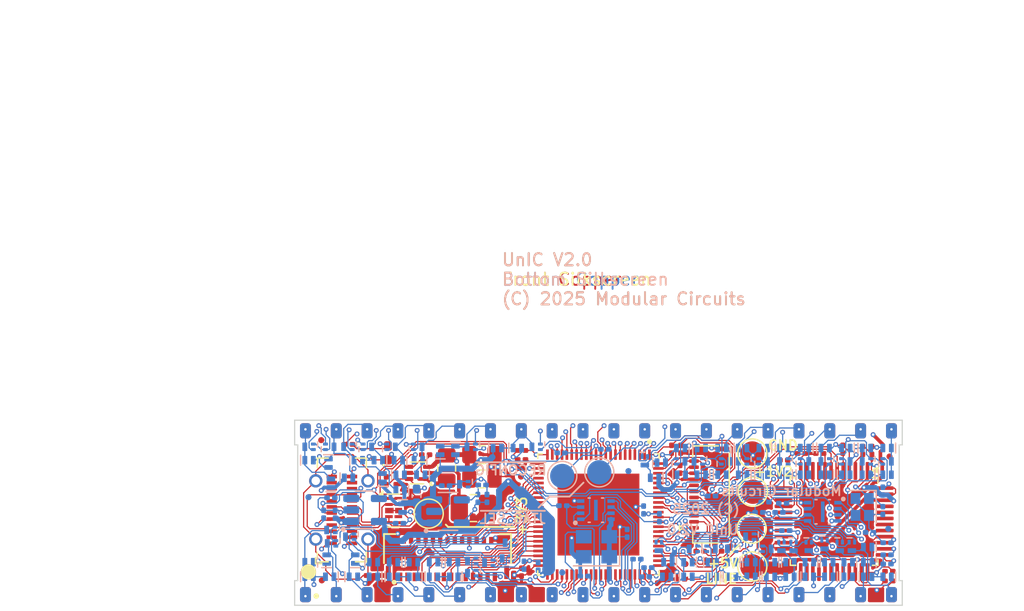
<source format=kicad_pcb>
(kicad_pcb (version 20240108) (generator "pcbnew") (generator_version "8.0")
  (title_block (title "UnIC") (date "2025-01-13") (rev "2.0") (company "Modular Circuits"))
  (layers (0 "F.Cu" signal) (1 "In1.Cu" mixed) (2 "In2.Cu" mixed) (31 "B.Cu" signal) (34 "B.Paste" user) (35 "F.Paste" user) (36 "B.SilkS" user "B.Silkscreen") (37 "F.SilkS" user "F.Silkscreen") (38 "B.Mask" user) (39 "F.Mask" user) (44 "Edge.Cuts" user))
  (net 0 "")
  (net 1 "GND")
  (net 2 "/PIN1")
  (net 3 "LINE")
  (net 4 "/PIN2")
  (net 5 "+5V")
  (net 6 "/PIN3")
  (net 7 "/PIN4")
  (net 8 "/PIN5")
  (net 9 "/PIN6")
  (net 10 "/PIN7")
  (net 11 "/PIN8")
  (net 12 "/PIN9")
  (net 13 "/PIN10")
  (net 14 "/PIN11")
  (net 15 "/PIN12")
  (net 16 "/PIN13")
  (net 17 "/PIN14")
  (net 18 "/PIN16")
  (net 19 "/PIN17")
  (net 20 "/PIN18")
  (net 21 "/PIN19")
  (net 22 "/PIN20")
  (net 23 "/PIN21")
  (net 24 "/PIN22")
  (net 25 "/PIN23")
  (net 26 "/PIN24")
  (net 27 "/PIN25")
  (net 28 "/PIN26")
  (net 29 "/PIN27")
  (net 30 "/PIN28")
  (net 31 "/PIN29")
  (net 32 "/PIN30")
  (net 33 "/PIN31")
  (net 34 "/PIN32")
  (net 35 "/PIN33")
  (net 36 "/PIN34")
  (net 37 "/PIN35")
  (net 38 "/PIN36")
  (net 39 "/PIN37")
  (net 40 "/PIN38")
  (net 41 "/PIN39")
  (net 42 "/PIN40")
  (net 43 "/JTAG_SEL_N")
  (net 44 "/DONE")
  (net 45 "+3V3")
  (net 46 "+1V2")
  (net 47 "Net-(U6-BST)")
  (net 48 "/JTAG_TMS")
  (net 49 "/JTAG_TCK")
  (net 50 "/JTAG_TDO")
  (net 51 "/RECONFIG_N")
  (net 52 "/JTAG_TDI")
  (net 53 "/SPI_MOSI_IO0")
  (net 54 "/LCD_RST_N")
  (net 55 "/LCD_CS_N")
  (net 56 "/PIN1_F")
  (net 57 "/PIN2_F")
  (net 58 "/PIN3_F")
  (net 59 "/PIN4_F")
  (net 60 "/PIN5_F")
  (net 61 "/PIN6_F")
  (net 62 "/PIN7_F")
  (net 63 "/PIN8_F")
  (net 64 "/PIN9_F")
  (net 65 "/PIN10_F")
  (net 66 "/PIN11_F")
  (net 67 "/PIN12_F")
  (net 68 "/PIN13_F")
  (net 69 "/PIN14_F")
  (net 70 "/PIN15_F")
  (net 71 "/PIN16_F")
  (net 72 "/PIN17_F")
  (net 73 "/PIN18_F")
  (net 74 "/PIN19_F")
  (net 75 "/PIN21_F")
  (net 76 "/PIN22_F")
  (net 77 "/PIN23_F")
  (net 78 "/PIN24_F")
  (net 79 "/PIN25_F")
  (net 80 "/PIN26_F")
  (net 81 "/PIN27_F")
  (net 82 "/PIN28_F")
  (net 83 "/PIN29_F")
  (net 84 "/PIN30_F")
  (net 85 "/PIN31_F")
  (net 86 "/PIN32_F")
  (net 87 "/PIN33_F")
  (net 88 "/PIN34_F")
  (net 89 "/PIN35_F")
  (net 90 "/PIN36_F")
  (net 91 "/PIN37_F")
  (net 92 "/PIN38_F")
  (net 93 "/PIN39_F")
  (net 94 "/PIN40_F")
  (net 95 "/PIN20_F")
  (net 96 "Net-(U6-SW)")
  (net 97 "/IO1A")
  (net 98 "/IO1B")
  (net 99 "/IO2A")
  (net 100 "/IO2B")
  (net 101 "/IO3A")
  (net 102 "/IO3B")
  (net 103 "/IO4A")
  (net 104 "/IO4B")
  (net 105 "/IO5A")
  (net 106 "/IO5B")
  (net 107 "/IO6A")
  (net 108 "/IO6B")
  (net 109 "/SPI_CLK")
  (net 110 "/CLK1")
  (net 111 "/SPI_IO2")
  (net 112 "/SPI_IO3")
  (net 113 "/FLASH_CS_N")
  (net 114 "/PSRAM_CS_N")
  (net 116 "Net-(LED_DONE1-A)")
  (net 117 "Net-(U6-FB)")
  (net 118 "/SPI_MISO_IO1")
  (net 119 "Net-(U1-IOR13A{slash}FASTRD_N{slash}D3)")
  (net 120 "/PIN15")
  (net 121 "Net-(U3-ADJ)")
  (net 122 "Net-(J_DISPLAY1-Pin_2)")
  (net 123 "Net-(J_DISPLAY1-Pin_3)")
  (net 125 "Net-(Q41-D)")
  (net 126 "/USB_DM")
  (net 127 "/USB_CC2")
  (net 129 "/USB_CC1")
  (net 130 "/USB_DP")
  (net 131 "/VBUS")
  (net 149 "Net-(U11-XCSI)")
  (net 150 "Net-(U11-XCSO)")
  (net 151 "Net-(U11-~{RESET})")
  (net 152 "Net-(U11-VCCCORE)")
  (net 153 "Net-(U11-VCCA)")
  (net 162 "Net-(U11-REF)")
  (net 163 "Net-(U11-VPHY)")
  (net 164 "Net-(U11-VPLL)")
  (net 166 "unconnected-(U11-ADBUS4-Pad17)")
  (net 173 "Net-(J1-SHIELD)")
  (footprint "Resistor_SMD:R_0201_0603Metric" (layer "F.Cu") (at 78.5725 58.37)
    (property "Reference" "R6" (hide yes))
    (property "Value" "10k")
  )
  (footprint "Resistor_SMD:R_0201_0603Metric" (layer "F.Cu") (at 87.2225 68.32)
    (property "Reference" "R22" (hide yes))
    (property "Value" "12k")
  )
  (footprint "UNIC:C_0805_2012Metric_Pad1.18x1.45mm_HandSolder" (layer "F.Cu") (at 50.805512 59.015512 90)
    (property "Reference" "C5" (hide yes))
    (property "Value" "10u")
  )
  (footprint "UNIC:TestPoint_Pad_D2.0mm" (layer "F.Cu") (at 76.0225 60.97)
    (property "Reference" "TP4" (hide yes))
    (property "Value" "TestPoint" (hide yes))
  )
  (footprint "UNIC:TestPoint_Pad_D2.0mm" (layer "F.Cu") (at 75.9725 67.12)
    (property "Reference" "TP1" (hide yes))
    (property "Value" "TestPoint" (hide yes))
  )
  (footprint "Capacitor_SMD:C_0201_0603Metric" (layer "F.Cu") (at 87.2225 67.52)
    (property "Reference" "C26" (hide yes))
    (property "Value" "27p")
  )
  (footprint "UNIC:LED_0402_1005Metric_Pad0.77x0.64mm_HandSolder" (layer "F.Cu") (at 45.9725 57.77 90)
    (property "Reference" "LED_DONE1" (hide yes))
    (property "Value" "LED")
  )
  (footprint "UNIC:SOT-563" (layer "F.Cu") (at 48.455512 59.42 180)
    (property "Reference" "U6" (hide yes))
    (property "Value" "TPS562242")
  )
  (footprint "Capacitor_SMD:C_0201_0603Metric" (layer "F.Cu") (at 85.8225 57.57 90)
    (property "Reference" "C27" (hide yes))
    (property "Value" "2.2u")
  )
  (footprint "UNIC:C_0805_2012Metric_Pad1.18x1.45mm_HandSolder" (layer "F.Cu") (at 53.705512 57.915512 180)
    (property "Reference" "C7" (hide yes))
    (property "Value" "22u")
  )
  (footprint "Resistor_SMD:R_0201_0603Metric" (layer "F.Cu") (at 81.5225 57.82 180)
    (property "Reference" "R24" (hide yes))
    (property "Value" "0")
  )
  (footprint "Resistor_SMD:R_0201_0603Metric" (layer "F.Cu") (at 70.0725 57.47 90)
    (property "Reference" "R2" (hide yes))
    (property "Value" "1k")
  )
  (footprint "UNIC:TestPoint_Pad_D2.0mm" (layer "F.Cu") (at 75.9225 64.02)
    (property "Reference" "TP2" (hide yes))
    (property "Value" "TestPoint" (hide yes))
  )
  (footprint "UNIC:TestPoint_Pad_D2.0mm" (layer "F.Cu") (at 75.9725 57.82)
    (property "Reference" "TP5" (hide yes))
    (property "Value" "TestPoint" (hide yes))
  )
  (footprint "UNIC:CFAL12832C-0091B-W_A" (layer "F.Cu") (at 65.0805 60.922)
    (property "Reference" "DISPLAY1" (hide yes))
    (property "Value" "Housing" (hide yes))
  )
  (footprint "UNIC:L_1008_2520Metric_Pad1.43x2.20mm_HandSolder" (layer "F.Cu") (at 53.005512 62.315512)
    (property "Reference" "L1" (hide yes))
    (property "Value" "10uH")
  )
  (footprint "UNIC:Fiducial_0.5mm_Mask1mm" (layer "F.Cu") (at 40.5225 68.27)
    (property "Reference" "FID2" (hide yes))
    (property "Value" "Fiducial" (hide yes))
  )
  (footprint "Capacitor_SMD:C_0201_0603Metric" (layer "F.Cu") (at 56.9675 67.59 90)
    (property "Reference" "C11" (hide yes))
    (property "Value" "2.2u")
  )
  (footprint "Capacitor_SMD:C_0201_0603Metric" (layer "F.Cu") (at 56.9725 57.57 180)
    (property "Reference" "C20" (hide yes))
    (property "Value" "2.2u")
  )
  (footprint "Capacitor_SMD:C_0201_0603Metric" (layer "F.Cu") (at 70.0725 68.17)
    (property "Reference" "C15" (hide yes))
    (property "Value" "2.2u")
  )
  (footprint "Capacitor_SMD:C_0201_0603Metric" (layer "F.Cu") (at 69.3225 57.47 -90)
    (property "Reference" "C23" (hide yes))
    (property "Value" "2.2u")
  )
  (footprint "Package_QFP:LQFP-48_7x7mm_P0.5mm" (layer "F.Cu") (at 82.71 63.42 -90)
    (property "Reference" "U11" (hide yes))
    (property "Value" "FT232H")
  )
  (footprint "UNIC:USB_C_Receptacle_GCT_USB4115-03-C" (layer "F.Cu") (at 42.1725 62.47 90)
    (property "Reference" "J1" (hide yes))
    (property "Value" "USB_C_Receptacle")
  )
  (footprint "Package_DFN_QFN:Diodes_UDFN-10_1.0x2.5mm_P0.5mm" (layer "F.Cu") (at 46.435 62.52)
    (property "Reference" "U2" (hide yes))
    (property "Value" "ESD224DQA")
  )
  (footprint "UNIC:DIP-40_pin_header" (layer "F.Cu") (at 63.3025 62.7 90)
    (property "Reference" "SOCKET1" (hide yes))
    (property "Value" "Conn_02x20_Counter_Clockwise" (hide yes))
  )
  (footprint "UNIC:QFN40P1000X1000X95-89N" (layer "F.Cu") (at 63.3025 62.8505 -90)
    (property "Reference" "U1" (hide yes))
    (property "Value" "GW1NR-LV9-QN88-C6/I5")
  )
  (footprint "UNIC:Fiducial_0.5mm_Mask1mm" (layer "F.Cu") (at 70.4725 66.92)
    (property "Reference" "FID9" (hide yes))
    (property "Value" "Fiducial" (hide yes))
  )
  (footprint "UNIC:Fiducial_0.5mm_Mask1mm" (layer "F.Cu") (at 87.2725 58.07)
    (property "Reference" "FID6" (hide yes))
    (property "Value" "Fiducial" (hide yes))
  )
  (footprint "UNIC:TestPoint_Pad_D2.0mm" (layer "F.Cu") (at 49.3225 62.77)
    (property "Reference" "TP3" (hide yes))
    (property "Value" "TestPoint" (hide yes))
  )
  (footprint "Resistor_SMD:R_0201_0603Metric" (layer "F.Cu") (at 73.1225 65.87)
    (property "Reference" "R20" (hide yes))
    (property "Value" "2M")
  )
  (footprint "Capacitor_SMD:C_0201_0603Metric" (layer "F.Cu") (at 70.0225 59.12 -90)
    (property "Reference" "C16" (hide yes))
    (property "Value" "2.2u")
  )
  (footprint "UNIC:Fiducial_0.5mm_Mask1mm" (layer "F.Cu") (at 56.9225 59.72)
    (property "Reference" "FID8" (hide yes))
    (property "Value" "Fiducial" (hide yes))
  )
  (footprint "UNIC:Fiducial_0.5mm_Mask1mm" (layer "F.Cu") (at 40.4725 56.72)
    (property "Reference" "FID4" (hide yes))
    (property "Value" "Fiducial" (hide yes))
  )
  (footprint "Resistor_SMD:R_0201_0603Metric" (layer "F.Cu") (at 42.7225 57.07)
    (property "Reference" "R1" (hide yes))
    (property "Value" "220")
  )
  (footprint "UNIC:C_0805_2012Metric_Pad1.18x1.45mm_HandSolder" (layer "F.Cu") (at 53.705512 59.915512 180)
    (property "Reference" "C8" (hide yes))
    (property "Value" "22u")
  )
  (footprint "UNIC:Molex_502598-2793_2Rows-23P~0.60mm_Horizontal" (layer "F.Cu") (at 50.8725 66.36)
    (property "Reference" "J_EXT1" (hide yes))
    (property "Value" "Conn_01x27_MountingPin" (hide yes))
  )
  (footprint "Resistor_SMD:R_0201_0603Metric" (layer "F.Cu") (at 46.6225 60.07 90)
    (property "Reference" "R4" (hide yes))
    (property "Value" "31.6k")
  )
  (footprint "Resistor_SMD:R_0201_0603Metric" (layer "F.Cu") (at 45.8225 60.07 90)
    (property "Reference" "R5" (hide yes))
    (property "Value" "10k")
  )
  (footprint "Capacitor_SMD:C_0201_0603Metric" (layer "F.Cu") (at 80.0225 57.82 180)
    (property "Reference" "C28" (hide yes))
    (property "Value" "2.2u")
  )
  (footprint "Capacitor_SMD:C_0201_0603Metric" (layer "F.Cu") (at 71.6725 65.87)
    (property "Reference" "C12" (hide yes))
    (property "Value" "2.2u")
  )
  (footprint "UNIC:CF4212FH0R0-05-NH" (layer "F.Cu") (at 71.1725 61.195 90)
    (property "Reference" "J_DISPLAY1" (hide yes))
    (property "Value" "Conn_01x12_MountingPin")
  )
  (footprint "Resistor_SMD:R_0201_0603Metric" (layer "F.Cu") (at 85.0725 57.57 90)
    (property "Reference" "R23" (hide yes))
    (property "Value" "0")
  )
  (footprint "Resistor_SMD:R_0201_0603Metric" (layer "F.Cu") (at 44.5225 67.87 180)
    (property "Reference" "R25" (hide yes))
    (property "Value" "0")
  )
  (footprint "Resistor_SMD:R_0201_0603Metric" (layer "F.Cu") (at 83.4225 57.47 -90)
    (property "Reference" "R21" (hide yes))
    (property "Value" "12k")
  )
  (footprint "Capacitor_SMD:C_0201_0603Metric" (layer "F.Cu") (at 56.9725 58.32 180)
    (property "Reference" "C4" (hide yes))
    (property "Value" "2.2u")
  )
  (footprint "Capacitor_SMD:C_0201_0603Metric" (layer "F.Cu") (at 48.1275 60.92)
    (property "Reference" "C32" (hide yes))
    (property "Value" "33p")
  )
  (footprint "Capacitor_SMD:C_0201_0603Metric" (layer "F.Cu") (at 49.0725 57.92)
    (property "Reference" "C6" (hide yes))
    (property "Value" "2.2u")
  )
  (footprint "UNIC:SOT-883" (layer "B.Cu") (at 44.2725 57.27)
    (property "Reference" "Q39" (hide yes))
    (property "Value" "2N7002")
  )
  (footprint "UNIC:TestPoint_Pad_D2.0mm" (layer "B.Cu") (at 63.3725 59.37 180)
    (property "Reference" "TP6" (hide yes))
    (property "Value" "TestPoint" (hide yes))
  )
  (footprint "UNIC:SOT-883" (layer "B.Cu") (at 75.7725 64.67 180)
    (property "Reference" "Q13" (hide yes))
    (property "Value" "2N7002")
  )
  (footprint "UNIC:D_SOD-882" (layer "B.Cu") (at 81.9725 59.57 180)
    (property "Reference" "D7" (hide yes))
    (property "Value" "SM5819L2")
  )
  (footprint "UNIC:Fiducial_0.5mm_Mask1mm" (layer "B.Cu") (at 65.7725 59.27 180)
    (property "Reference" "FID1" (hide yes))
    (property "Value" "Fiducial" (hide yes))
  )
  (footprint "UNIC:D_SOD-882" (layer "B.Cu") (at 80.2725 59.57)
    (property "Reference" "D75" (hide yes))
    (property "Value" "SM5819L2")
  )
  (footprint "UNIC:D_SOD-882" (layer "B.Cu") (at 70.1225 59.57)
    (property "Reference" "D36" (hide yes))
    (property "Value" "SM5819L2")
  )
  (footprint "UNIC:D_SOD-882" (layer "B.Cu") (at 74.2725 66.77 180)
    (property "Reference" "D34" (hide yes))
    (property "Value" "SM5819L2")
  )
  (footprint "UNIC:D_SOD-882" (layer "B.Cu") (at 49.7225 67.97)
    (property "Reference" "D74" (hide yes))
    (property "Value" "SM5819L2")
  )
  (footprint "Capacitor_SMD:C_0402_1005Metric_Pad0.74x0.62mm_HandSolder" (layer "B.Cu") (at 48.3225 61.32 90)
    (property "Reference" "C1" (hide yes))
    (property "Value" "2.2u")
  )
  (footprint "Capacitor_SMD:C_0201_0603Metric" (layer "B.Cu") (at 87.0725 66.17 180)
    (property "Reference" "C33" (hide yes))
    (property "Value" "2.2u")
  )
  (footprint "UNIC:D_SOD-882" (layer "B.Cu") (at 54.9725 57.37)
    (property "Reference" "D67" (hide yes))
    (property "Value" "SM5819L2")
  )
  (footprint "UNIC:SOT-883" (layer "B.Cu") (at 70.0725 58.47)
    (property "Reference" "Q32" (hide yes))
    (property "Value" "2N7002")
  )
  (footprint "UNIC:D_SOD-882" (layer "B.Cu") (at 45.1725 58.37 180)
    (property "Reference" "D82" (hide yes))
    (property "Value" "SM5819L2")
  )
  (footprint "UNIC:D_SOD-882" (layer "B.Cu") (at 81.9725 57.37)
    (property "Reference" "D8" (hide yes))
    (property "Value" "SM5819L2")
  )
  (footprint "UNIC:SOT-883" (layer "B.Cu") (at 75.1725 58.47 180)
    (property "Reference" "Q23" (hide yes))
    (property "Value" "2N7002")
  )
  (footprint "UNIC:SOT-883" (layer "B.Cu") (at 42.6725 57.27 180)
    (property "Reference" "Q38" (hide yes))
    (property "Value" "2N7002")
  )
  (footprint "Capacitor_SMD:C_0201_0603Metric" (layer "B.Cu") (at 60.2225 57.77 180)
    (property "Reference" "C19" (hide yes))
    (property "Value" "2.2u")
  )
  (footprint "Resistor_SMD:R_0201_0603Metric" (layer "B.Cu") (at 50.7225 60.47)
    (property "Reference" "R17" (hide yes))
    (property "Value" "100k")
  )
  (footprint "UNIC:SOT-883" (layer "B.Cu") (at 55.7225 66.47 180)
    (property "Reference" "Q8" (hide yes))
    (property "Value" "2N7002")
  )
  (footprint "UNIC:SOT-883" (layer "B.Cu") (at 83.6725 58.47)
    (property "Reference" "Q26" (hide yes))
    (property "Value" "2N7002")
  )
  (footprint "Resistor_SMD:R_0201_0603Metric" (layer "B.Cu") (at 68.3225 63.11 -90)
    (property "Reference" "R13" (hide yes))
    (property "Value" "10k")
  )
  (footprint "UNIC:D_SOD-882" (layer "B.Cu") (at 87.0725 59.57)
    (property "Reference" "D38" (hide yes))
    (property "Value" "SM5819L2")
  )
  (footprint "UNIC:D_SOD-882" (layer "B.Cu") (at 87.0725 67.97 180)
    (property "Reference" "D31" (hide yes))
    (property "Value" "SM5819L2")
  )
  (footprint "Resistor_SMD:R_0201_0603Metric" (layer "B.Cu") (at 76.5225 62.67)
    (property "Reference" "R16" (hide yes))
    (property "Value" "10k")
  )
  (footprint "UNIC:D_SOD-882" (layer "B.Cu") (at 46.9725 60.82 180)
    (property "Reference" "D81" (hide yes))
    (property "Value" "SM5819L2")
  )
  (footprint "UNIC:D_SOD-882" (layer "B.Cu") (at 51.3725 66.77)
    (property "Reference" "D59" (hide yes))
    (property "Value" "SM5819L2")
  )
  (footprint "UNIC:D_SOD-882" (layer "B.Cu") (at 44.7725 66.77)
    (property "Reference" "D1" (hide yes))
    (property "Value" "SM5819L2")
  )
  (footprint "UNIC:D_SOD-882" (layer "B.Cu") (at 73.4725 59.57)
    (property "Reference" "D9" (hide yes))
    (property "Value" "SM5819L2")
  )
  (footprint "UNIC:SOT-883" (layer "B.Cu") (at 54.2725 66.82 180)
    (property "Reference" "Q7" (hide yes))
    (property "Value" "2N7002")
  )
  (footprint "Capacitor_SMD:C_0201_0603Metric" (layer "B.Cu") (at 46.9225 63.57)
    (property "Reference" "C2" (hide yes))
    (property "Value" "2.2u")
  )
  (footprint "UNIC:D_SOD-882" (layer "B.Cu") (at 39.4725 58.37)
    (property "Reference" "D90" (hide yes))
    (property "Value" "SM5819L2")
  )
  (footprint "Resistor_SMD:R_0201_0603Metric" (layer "B.Cu") (at 53.7225 60.42)
    (property "Reference" "R15" (hide yes))
    (property "Value" "10k")
  )
  (footprint "UNIC:D_SOD-882" (layer "B.Cu") (at 48.0725 67.97 180)
    (property "Reference" "D15" (hide yes))
    (property "Value" "SM5819L2")
  )
  (footprint "UNIC:SOT-883" (layer "B.Cu") (at 87.0725 58.47)
    (property "Reference" "Q12" (hide yes))
    (property "Value" "2N7002")
  )
  (footprint "UNIC:D_SOD-882" (layer "B.Cu") (at 80.6725 66.77 180)
    (property "Reference" "D16" (hide yes))
    (property "Value" "SM5819L2")
  )
  (footprint "Resistor_SMD:R_0201_0603Metric" (layer "B.Cu") (at 66.4725 66.52 180)
    (property "Reference" "R8" (hide yes))
    (property "Value" "10k")
  )
  (footprint "UNIC:D_SOD-882" (layer "B.Cu") (at 72.6725 66.77)
    (property "Reference" "D40" (hide yes))
    (property "Value" "SM5819L2")
  )
  (footprint "UNIC:D_SOD-882" (layer "B.Cu") (at 79.0725 66.77)
    (property "Reference" "D18" (hide yes))
    (property "Value" "SM5819L2")
  )
  (footprint "Capacitor_SMD:C_0201_0603Metric" (layer "B.Cu") (at 67.1725 67.97)
    (property "Reference" "C9" (hide yes))
    (property "Value" "2.2u")
  )
  (footprint "UNIC:D_SOD-882" (layer "B.Cu") (at 83.8725 67.97)
    (property "Reference" "D56" (hide yes))
    (property "Value" "SM5819L2")
  )
  (footprint "UNIC:Fiducial_0.5mm_Mask1mm" (layer "B.Cu") (at 60.3225 67.62 180)
    (property "Reference" "FID7" (hide yes))
    (property "Value" "Fiducial" (hide yes))
  )
  (footprint "UNIC:Oscillator_SMD_Abracon_ASE-4Pin_3.2x2.5mm" (layer "B.Cu") (at 63.1425 65.5 180)
    (property "Reference" "X1" (hide yes))
    (property "Value" "27MHz")
  )
  (footprint "UNIC:D_SOD-882" (layer "B.Cu") (at 46.4225 67.97)
    (property "Reference" "D13" (hide yes))
    (property "Value" "SM5819L2")
  )
  (footprint "UNIC:D_SOD-882" (layer "B.Cu") (at 71.7725 59.57 180)
    (property "Reference" "D87" (hide yes))
    (property "Value" "SM5819L2")
  )
  (footprint "UNIC:D_SOD-882" (layer "B.Cu") (at 48.6725 59.57 180)
    (property "Reference" "D51" (hide yes))
    (property "Value" "SM5819L2")
  )
  (footprint "UNIC:SOT-883" (layer "B.Cu") (at 78.3725 65.47 -90)
    (property "Reference" "Q20" (hide yes))
    (property "Value" "2N7002")
  )
  (footprint "UNIC:SOT-23-5" (layer "B.Cu") (at 50.9085 62.59)
    (property "Reference" "U3" (hide yes))
    (property "Value" "MIC5203-3.3BM5")
  )
  (footprint "UNIC:SOT-883" (layer "B.Cu") (at 83.1725 65.47 -90)
    (property "Reference" "Q22" (hide yes))
    (property "Value" "2N7002")
  )
  (footprint "UNIC:TestPoint_Pad_D2.0mm" (layer "B.Cu") (at 60.3225 59.67 180)
    (property "Reference" "TP7" (hide yes))
    (property "Value" "TestPoint" (hide yes))
  )
  (footprint "UNIC:D_SOD-882" (layer "B.Cu") (at 43.5225 58.37)
    (property "Reference" "D80" (hide yes))
    (property "Value" "SM5819L2")
  )
  (footprint "Capacitor_SMD:C_0201_0603Metric" (layer "B.Cu") (at 78.4725 61.92 180)
    (property "Reference" "C14" (hide yes))
    (property "Value" "2.2u")
  )
  (footprint "UNIC:D_SOD-882" (layer "B.Cu") (at 41.1725 67.97 180)
    (property "Reference" "D58" (hide yes))
    (property "Value" "SM5819L2")
  )
  (footprint "Capacitor_SMD:C_0201_0603Metric" (layer "B.Cu") (at 67.0225 62.47 90)
    (property "Reference" "C21" (hide yes))
    (property "Value" "2.2u")
  )
  (footprint "UNIC:SOT-883" (layer "B.Cu") (at 80.2725 58.47)
    (property "Reference" "Q27" (hide yes))
    (property "Value" "2N7002")
  )
  (footprint "UNIC:D_SOD-882" (layer "B.Cu") (at 51.5225 57.57 -90)
    (property "Reference" "D66" (hide yes))
    (property "Value" "SM5819L2")
  )
  (footprint "UNIC:D_SOD-882" (layer "B.Cu") (at 78.5725 57.37)
    (property "Reference" "D86" (hide yes))
    (property "Value" "SM5819L2")
  )
  (footprint "UNIC:D_SOD-882" (layer "B.Cu") (at 50.2725 57.57 90)
    (property "Reference" "D65" (hide yes))
    (property "Value" "SM5819L2")
  )
  (footprint "UNIC:SOT-883" (layer "B.Cu") (at 71.1225 65.67 180)
    (property "Reference" "Q9" (hide yes))
    (property "Value" "2N7002")
  )
  (footprint "UNIC:D_SOD-882" (layer "B.Cu") (at 77.4725 66.77 180)
    (property "Reference" "D71" (hide yes))
    (property "Value" "SM5819L2")
  )
  (footprint "UNIC:D_SOD-882" (layer "B.Cu") (at 72.6725 67.97 180)
    (property "Reference" "D41" (hide yes))
    (property "Value" "SM5819L2")
  )
  (footprint "UNIC:SOT-883" (layer "B.Cu") (at 68.2725 65.47 -90)
    (property "Reference" "Q15" (hide yes))
    (property "Value" "2N7002")
  )
  (footprint "Capacitor_SMD:C_0201_0603Metric" (layer "B.Cu") (at 41.6225 62.82 90)
    (property "Reference" "C10" (hide yes))
    (property "Value" "2.2u")
  )
  (footprint "UNIC:SOT-883" (layer "B.Cu") (at 67.1225 58.42 -90)
    (property "Reference" "Q29" (hide yes))
    (property "Value" "2N7002")
  )
  (footprint "UNIC:SOT-883" (layer "B.Cu") (at 81.9725 58.47 180)
    (property "Reference" "Q11" (hide yes))
    (property "Value" "2N7002")
  )
  (footprint "Resistor_SMD:R_0201_0603Metric" (layer "B.Cu") (at 53.3725 61.52 90)
    (property "Reference" "R14" (hide yes))
    (property "Value" "4.99k")
  )
  (footprint "UNIC:D_SOD-882" (layer "B.Cu") (at 46.4225 66.77 180)
    (property "Reference" "D5" (hide yes))
    (property "Value" "SM5819L2")
  )
  (footprint "UNIC:W25Q16JVUXIQ_TR" (layer "B.Cu") (at 81.7725 62.62 180)
    (property "Reference" "U7" (hide yes))
    (property "Value" "W25Q16JVUXIQ")
  )
  (footprint "Resistor_SMD:R_0201_0603Metric" (layer "B.Cu") (at 78.1725 62.67)
    (property "Reference" "R11" (hide yes))
    (property "Value" "10k")
  )
  (footprint "Capacitor_SMD:C_0201_0603Metric" (layer "B.Cu") (at 86.7225 60.92 90)
    (property "Reference" "C30" (hide yes))
    (property "Value" "2.2u")
  )
  (footprint "UNIC:D_SOD-882" (layer "B.Cu") (at 39.4725 66.77 180)
    (property "Reference" "D2" (hide yes))
    (property "Value" "SM5819L2")
  )
  (footprint "Capacitor_SMD:C_0201_0603Metric" (layer "B.Cu") (at 54.1225 61.52 90)
    (property "Reference" "C3" (hide yes))
    (property "Value" "2.2u")
  )
  (footprint "UNIC:SOT-883" (layer "B.Cu") (at 77.1725 65.67)
    (property "Reference" "Q18" (hide yes))
    (property "Value" "2N7002")
  )
  (footprint "Resistor_SMD:R_0201_0603Metric" (layer "B.Cu") (at 63.8225 57.47)
    (property "Reference" "R7" (hide yes))
    (property "Value" "10k")
  )
  (footprint "UNIC:SOT-883" (layer "B.Cu") (at 73.7725 58.47)
    (property "Reference" "Q31" (hide yes))
    (property "Value" "2N7002")
  )
  (footprint "UNIC:D_SOD-882" (layer "B.Cu") (at 48.0725 66.77)
    (property "Reference" "D14" (hide yes))
    (property "Value" "SM5819L2")
  )
  (footprint "UNIC:D_SOD-882" (layer "B.Cu") (at 85.3725 57.37)
    (property "Reference" "D48" (hide yes))
    (property "Value" "SM5819L2")
  )
  (footprint "UNIC:D_SOD-882" (layer "B.Cu") (at 80.6725 67.97)
    (property "Reference" "D17" (hide yes))
    (property "Value" "SM5819L2")
  )
  (footprint "Capacitor_SMD:C_0201_0603Metric" (layer "B.Cu") (at 57.1725 67.02 90)
    (property "Reference" "C17" (hide yes))
    (property "Value" "2.2u")
  )
  (footprint "UNIC:Fiducial_0.5mm_Mask1mm" (layer "B.Cu") (at 87.1725 64.02 180)
    (property "Reference" "FID3" (hide yes))
    (property "Value" "Fiducial" (hide yes))
  )
  (footprint "UNIC:D_SOD-882" (layer "B.Cu") (at 82.2725 67.97 180)
    (property "Reference" "D62" (hide yes))
    (property "Value" "SM5819L2")
  )
  (footprint "UNIC:D_SOD-882" (layer "B.Cu") (at 80.2725 57.37 180)
    (property "Reference" "D76" (hide yes))
    (property "Value" "SM5819L2")
  )
  (footprint "UNIC:D_SOD-882" (layer "B.Cu") (at 85.4725 67.97)
    (property "Reference" "D33" (hide yes))
    (property "Value" "SM5819L2")
  )
  (footprint "UNIC:SOT-883" (layer "B.Cu") (at 80.6225 65.47 -90)
    (property "Reference" "Q17" (hide yes))
    (property "Value" "2N7002")
  )
  (footprint "UNIC:D_SOD-882" (layer "B.Cu") (at 83.6725 59.57)
    (property "Reference" "D53" (hide yes))
    (property "Value" "SM5819L2")
  )
  (footprint "UNIC:D_SOD-882" (layer "B.Cu") (at 56.6225 57.37)
    (property "Reference" "D68" (hide yes))
    (property "Value" "SM5819L2")
  )
  (footprint "UNIC:SOT-23-5" (layer "B.Cu") (at 44.085 62.47)
    (property "Reference" "U5" (hide yes))
    (property "Value" "MIC5504-1.2YM5")
  )
  (footprint "UNIC:D_SOD-882" (layer "B.Cu") (at 73.4725 57.37 180)
    (property "Reference" "D11" (hide yes))
    (property "Value" "SM5819L2")
  )
  (footprint "UNIC:SOT-883" (layer "B.Cu") (at 58.1725 57.27 180)
    (property "Reference" "Q36" (hide yes))
    (property "Value" "2N7002")
  )
  (footprint "UNIC:SOT-883" (layer "B.Cu") (at 41.1725 57.27)
    (property "Reference" "Q37" (hide yes))
    (property "Value" "2N7002")
  )
  (footprint "UNIC:SOT-883" (layer "B.Cu") (at 79.3725 65.47 -90)
    (property "Reference" "Q19" (hide yes))
    (property "Value" "2N7002")
  )
  (footprint "UNIC:D_SOD-882" (layer "B.Cu") (at 70.6725 67.97)
    (property "Reference" "D10" (hide yes))
    (property "Value" "SM5819L2")
  )
  (footprint "UNIC:D_SOD-882" (layer "B.Cu") (at 69.0225 66.77 180)
    (property "Reference" "D45" (hide yes))
    (property "Value" "SM5819L2")
  )
  (footprint "UNIC:D_SOD-882" (layer "B.Cu") (at 76.8725 59.57)
    (property "Reference" "D69" (hide yes))
    (property "Value" "SM5819L2")
  )
  (footprint "UNIC:D_SOD-882" (layer "B.Cu") (at 68.9225 67.97 180)
    (property "Reference" "D46" (hide yes))
    (property "Value" "SM5819L2")
  )
  (footprint "UNIC:D_SOD-882" (layer "B.Cu") (at 74.2725 67.97)
    (property "Reference" "D35" (hide yes))
    (property "Value" "SM5819L2")
  )
  (footprint "UNIC:SOT-883" (layer "B.Cu") (at 81.9225 65.32 -90)
    (property "Reference" "Q16" (hide yes))
    (property "Value" "2N7002")
  )
  (footprint "UNIC:D_SOD-882" (layer "B.Cu") (at 41.2725 60.27 90)
    (property "Reference" "D89" (hide yes))
    (property "Value" "SM5819L2")
  )
  (footprint "UNIC:SOT-883" (layer "B.Cu") (at 52.8725 67.67 180)
    (property "Reference" "Q5" (hide yes))
    (property "Value" "2N7002")
  )
  (footprint "UNIC:W25Q16JVUXIQ_TR" (layer "B.Cu") (at 63.090752 62.486322)
    (property "Reference" "U4" (hide yes))
    (property "Value" "APS6404L-3SQR-ZR")
  )
  (footprint "UNIC:D_SOD-882" (layer "B.Cu") (at 82.2725 66.77)
    (property "Reference" "D61" (hide yes))
    (property "Value" "SM5819L2")
  )
  (footprint "UNIC:D_SOD-882" (layer "B.Cu") (at 43.2725 66.52 90)
    (property "Reference" "D43" (hide yes))
    (property "Value" "SM5819L2")
  )
  (footprint "UNIC:D_SOD-882" (layer "B.Cu") (at 39.4725 67.97)
    (property "Reference" "D3" (hide yes))
    (property "Value" "SM5819L2")
  )
  (footprint "UNIC:D_SOD-882" (layer "B.Cu") (at 44.7725 67.97 180)
    (property "Reference" "D42" (hide yes))
    (property "Value" "SM5819L2")
  )
  (footprint "UNIC:D_SOD-882" (layer "B.Cu") (at 75.1725 57.37)
    (property "Reference" "D64" (hide yes))
    (property "Value" "SM5819L2")
  )
  (footprint "Capacitor_SMD:C_0201_0603Metric" (layer "B.Cu") (at 58.3375 67.12 90)
    (property "Reference" "C18" (hide yes))
    (property "Value" "2.2u")
  )
  (footprint "Resistor_SMD:R_0201_0603Metric" (layer "B.Cu") (at 41.2725 61.47)
    (property "Reference" "R18" (hide yes))
    (property "Value" "5.1k")
  )
  (footprint "UNIC:D_SOD-882" (layer "B.Cu") (at 46.9725 59.57)
    (property "Reference" "D49" (hide yes))
    (property "Value" "SM5819L2")
  )
  (footprint "UNIC:D_SOD-882" (layer "B.Cu") (at 40.9225 66.52 90)
    (property "Reference" "D57" (hide yes))
    (property "Value" "SM5819L2")
  )
  (footprint "UNIC:D_SOD-882" (layer "B.Cu") (at 67.9225 59.82 180)
    (property "Reference" "D83" (hide yes))
    (property "Value" "SM5819L2")
  )
  (footprint "UNIC:D_SOD-882" (layer "B.Cu") (at 49.7225 66.77 180)
    (property "Reference" "D73" (hide yes))
    (property "Value" "SM5819L2")
  )
  (footprint "Capacitor_SMD:C_0201_0603Metric" (layer "B.Cu") (at 85.6225 64.32)
    (property "Reference" "C25" (hide yes))
    (property "Value" "27p")
  )
  (footprint "UNIC:SOT-883" (layer "B.Cu") (at 39.4725 57.27 180)
    (property "Reference" "Q40" (hide yes))
    (property "Value" "2N7002")
  )
  (footprint "Capacitor_SMD:C_0201_0603Metric" (layer "B.Cu") (at 78.7225 64.17)
    (property "Reference" "C29" (hide yes))
    (property "Value" "2.2u")
  )
  (footprint "UNIC:D_SOD-882" (layer "B.Cu") (at 43.1225 67.97)
    (property "Reference" "D44" (hide yes))
    (property "Value" "SM5819L2")
  )
  (footprint "UNIC:SOT-883" (layer "B.Cu") (at 52.2225 60.35 180)
    (property "Reference" "Q41" (hide yes))
    (property "Value" "2N7002")
  )
  (footprint "UNIC:D_SOD-882" (layer "B.Cu") (at 83.6725 57.37 180)
    (property "Reference" "D54" (hide yes))
    (property "Value" "SM5819L2")
  )
  (footprint "UNIC:D_SOD-882" (layer "B.Cu") (at 41.0725 58.62 -90)
    (property "Reference" "D78" (hide yes))
    (property "Value" "SM5819L2")
  )
  (footprint "Resistor_SMD:R_0201_0603Metric" (layer "B.Cu") (at 72.6225 61.32)
    (property "Reference" "R3" (hide yes))
    (property "Value" "10k")
  )
  (footprint "UNIC:SOT-883" (layer "B.Cu") (at 52.8725 66.67 180)
    (property "Reference" "Q6" (hide yes))
    (property "Value" "2N7002")
  )
  (footprint "UNIC:SOT-883" (layer "B.Cu") (at 55.9725 65.17 180)
    (property "Reference" "Q2" (hide yes))
    (property "Value" "2N7002")
  )
  (footprint "UNIC:SOT-883" (layer "B.Cu") (at 52.8225 57.27 180)
    (property "Reference" "Q35" (hide yes))
    (property "Value" "2N7002")
  )
  (footprint "UNIC:D_SOD-882" (layer "B.Cu") (at 79.0725 67.97 180)
    (property "Reference" "D19" (hide yes))
    (property "Value" "SM5819L2")
  )
  (footprint "Capacitor_SMD:C_0201_0603Metric" (layer "B.Cu") (at 65.6675 64.39 90)
    (property "Reference" "C13" (hide yes))
    (property "Value" "2.2u")
  )
  (footprint "UNIC:D_SOD-882" (layer "B.Cu") (at 85.4725 65.52 180)
    (property "Reference" "D20" (hide yes))
    (property "Value" "SM5819L2")
  )
  (footprint "UNIC:D_SOD-882" (layer "B.Cu") (at 75.1725 59.57 180)
    (property "Reference" "D63" (hide yes))
    (property "Value" "SM5819L2")
  )
  (footprint "UNIC:SOT-883" (layer "B.Cu") (at 42.8225 64.67 180)
    (property "Reference" "Q3" (hide yes))
    (property "Value" "2N7002")
  )
  (footprint "UNIC:SOT-883" (layer "B.Cu") (at 84.1725 65.47 -90)
    (property "Reference" "Q21" (hide yes))
    (property "Value" "2N7002")
  )
  (footprint "UNIC:D_SOD-882" (layer "B.Cu") (at 76.8725 57.37 180)
    (property "Reference" "D70" (hide yes))
    (property "Value" "SM5819L2")
  )
  (footprint "UNIC:D_SOD-882" (layer "B.Cu") (at 78.5725 59.57 180)
    (property "Reference" "D85" (hide yes))
    (property "Value" "SM5819L2")
  )
  (footprint "Resistor_SMD:R_0201_0603Metric" (layer "B.Cu") (at 40.6725 62.82 -90)
    (property "Reference" "R19" (hide yes))
    (property "Value" "5.1k")
  )
  (footprint "UNIC:D_SOD-882" (layer "B.Cu") (at 85.4725 66.77 180)
    (property "Reference" "D32" (hide yes))
    (property "Value" "SM5819L2")
  )
  (footprint "Capacitor_SMD:C_0201_0603Metric" (layer "B.Cu") (at 87.0725 65.17 180)
    (property "Reference" "C31" (hide yes))
    (property "Value" "2.2u")
  )
  (footprint "UNIC:D_SOD-882" (layer "B.Cu") (at 70.0725 57.37 180)
    (property "Reference" "D37" (hide yes))
    (property "Value" "SM5819L2")
  )
  (footprint "UNIC:SOT-883" (layer "B.Cu") (at 48.4225 57.27)
    (property "Reference" "Q34" (hide yes))
    (property "Value" "2N7002")
  )
  (footprint "UNIC:D_SOD-882" (layer "B.Cu") (at 45.5225 59.82 90)
    (property "Reference" "D79" (hide yes))
    (property "Value" "SM5819L2")
  )
  (footprint "UNIC:SOT-883" (layer "B.Cu") (at 85.3725 58.47 180)
    (property "Reference" "Q25" (hide yes))
    (property "Value" "2N7002")
  )
  (footprint "UNIC:D_SOD-882" (layer "B.Cu") (at 42.7225 59.82)
    (property "Reference" "D77" (hide yes))
    (property "Value" "SM5819L2")
  )
  (footprint "UNIC:D_SOD-882" (layer "B.Cu") (at 87.0725 57.37 180)
    (property "Reference" "D39" (hide yes))
    (property "Value" "SM5819L2")
  )
  (footprint "UNIC:D_SOD-882" (layer "B.Cu") (at 48.4725 58.37 180)
    (property "Reference" "D52" (hide yes))
    (property "Value" "SM5819L2")
  )
  (footprint "UNIC:SOT-883" (layer "B.Cu") (at 41.3225 65.22 180)
    (property "Reference" "Q4" (hide yes))
    (property "Value" "2N7002")
  )
  (footprint "UNIC:D_SOD-882" (layer "B.Cu") (at 85.3725 59.57 180)
    (property "Reference" "D47" (hide yes))
    (property "Value" "SM5819L2")
  )
  (footprint "Capacitor_SMD:C_0201_0603Metric" (layer "B.Cu") (at 87.0725 66.92 180)
    (property "Reference" "C34" (hide yes))
    (property "Value" "2.2u")
  )
  (footprint "Capacitor_SMD:C_0201_0603Metric" (layer "B.Cu") (at 67.3725 67.22 180)
    (property "Reference" "C22" (hide yes))
    (property "Value" "2.2u")
  )
  (footprint "UNIC:SOT-883" (layer "B.Cu") (at 72.5725 65.67)
    (property "Reference" "Q14" (hide yes))
    (property "Value" "2N7002")
  )
  (footprint "UNIC:SOT-883" (layer "B.Cu") (at 78.5725 58.47 180)
    (property "Reference" "Q28" (hide yes))
    (property "Value" "2N7002")
  )
  (footprint "UNIC:SOT-883" (layer "B.Cu") (at 71.5225 58.47 180)
    (property "Reference" "Q30" (hide yes))
    (property "Value" "2N7002")
  )
  (footprint "Resistor_SMD:R_0201_0603Metric" (layer "B.Cu") (at 77.0225 61.82)
    (property "Reference" "R10" (hide yes))
    (property "Value" "10k")
  )
  (footprint "UNIC:D_SOD-882" (layer "B.Cu") (at 75.8725 66.77)
    (property "Reference" "D4" (hide yes))
    (property "Value" "SM5819L2")
  )
  (footprint "Resistor_SMD:R_0201_0603Metric" (layer "B.Cu") (at 62.1275 67.92 180)
    (property "Reference" "R12" (hide yes))
    (property "Value" "10k")
  )
  (footprint "UNIC:SOT-883" (layer "B.Cu") (at 46.2225 57.27)
    (property "Reference" "Q33" (hide yes))
    (property "Value" "2N7002")
  )
  (footprint "Capacitor_SMD:C_0201_0603Metric" (layer "B.Cu") (at 86.7225 62.52 -90)
    (property "Reference" "C24" (hide yes))
    (property "Value" "27p")
  )
  (footprint "UNIC:D_SOD-882" (layer "B.Cu") (at 70.6725 66.77 180)
    (property "Reference" "D12" (hide yes))
    (property "Value" "SM5819L2")
  )
  (footprint "UNIC:Crystal_SMD_2016-4Pin_2.0x1.6mm" (layer "B.Cu") (at 85.0225 62.22 -90)
    (property "Reference" "Y1" (hide yes))
    (property "Value" "12MHz")
  )
  (footprint "UNIC:D_SOD-882" (layer "B.Cu") (at 75.8725 67.97 180)
    (property "Reference" "D6" (hide yes))
    (property "Value" "SM5819L2")
  )
  (footprint "UNIC:Fiducial_0.5mm_Mask1mm" (layer "B.Cu") (at 39.4225 61.42 180)
    (property "Reference" "FID5" (hide yes))
    (property "Value" "Fiducial" (hide yes))
  )
  (footprint "UNIC:D_SOD-882" (layer "B.Cu") (at 71.7725 57.37)
    (property "Reference" "D88" (hide yes))
    (property "Value" "SM5819L2")
  )
  (footprint "Resistor_SMD:R_0201_0603Metric" (layer "B.Cu") (at 60.3725 62.12)
    (property "Reference" "R9" (hide yes))
    (property "Value" "10k")
  )
  (footprint "UNIC:SOT-883" (layer "B.Cu") (at 41.2725 64.12 180)
    (property "Reference" "Q1" (hide yes))
    (property "Value" "2N7002")
  )
  (footprint "UNIC:D_SOD-882" (layer "B.Cu") (at 68.4725 58.57)
    (property "Reference" "D84" (hide yes))
    (property "Value" "SM5819L2")
  )
  (footprint "UNIC:D_SOD-882" (layer "B.Cu") (at 46.8225 58.37 180)
    (property "Reference" "D50" (hide yes))
    (property "Value" "SM5819L2")
  )
  (footprint "UNIC:D_SOD-882" (layer "B.Cu") (at 77.4725 67.97)
    (property "Reference" "D72" (hide yes))
    (property "Value" "SM5819L2")
  )
  (footprint "UNIC:SOT-883" (layer "B.Cu") (at 76.8725 58.47)
    (property "Reference" "Q24" (hide yes))
    (property "Value" "2N7002")
  )
  (footprint "UNIC:D_SOD-882" (layer "B.Cu") (at 51.3725 67.97 180)
    (property "Reference" "D60" (hide yes))
    (property "Value" "SM5819L2")
  )
  (footprint "UNIC:D_SOD-882" (layer "B.Cu") (at 83.8725 66.77 180)
    (property "Reference" "D55" (hide yes))
    (property "Value" "SM5819L2")
  )
  (footprint "UNIC:D_SOD-882" (layer "B.Cu") (at 47.1725 62.32 -90)
    (property "Reference" "D22" (hide yes))
    (property "Value" "SM5819L2")
  )
  (footprint "UNIC:SOT-883" (layer "B.Cu") (at 74.2725 65.67 180)
    (property "Reference" "Q10" (hide yes))
    (property "Value" "2N7002")
  )
  (gr_circle (center 39.4225 67.57) (end 39.9725 67.57) (stroke (width 0.15)) (fill solid) (layer "F.Cu"))
  (gr_line (start 59.2725 61.37) (end 60.9225 61.37) (stroke (width 0.15)) (layer "B.SilkS"))
  (gr_line (start 58.3725 62.27) (end 59.2725 61.37) (stroke (width 0.15)) (layer "B.SilkS"))
  (gr_line (start 60.9225 61.37) (end 62.0725 60.22) (stroke (width 0.15)) (layer "B.SilkS"))
  (gr_line (start 74.1225 66.12) (end 74.992368 65.250132) (stroke (width 0.15)) (layer "F.SilkS"))
  (gr_line (start 56.3725 63.87) (end 50.9225 63.87) (stroke (width 0.15)) (layer "F.SilkS"))
  (gr_line (start 50.9225 63.87) (end 50.731041 63.678541) (stroke (width 0.15)) (layer "F.SilkS"))
  (gr_circle (center 39.4225 67.57) (end 39.9725 67.57) (stroke (width 0.15)) (fill solid) (layer "F.SilkS"))
  (gr_line (start 88.3215 55.08) (end 38.2835 55.08) (stroke (width 0.1)) (layer "Edge.Cuts"))
  (gr_line (start 88.3215 55.08) (end 88.3215 57.112) (stroke (width 0.1)) (layer "Edge.Cuts"))
  (gr_line (start 38.5375 68.288) (end 38.5375 57.112) (stroke (width 0.1)) (layer "Edge.Cuts"))
  (gr_line (start 38.2835 57.112) (end 38.2835 55.08) (stroke (width 0.1)) (layer "Edge.Cuts"))
  (gr_line (start 38.2835 70.32) (end 38.2835 68.288) (stroke (width 0.1)) (layer "Edge.Cuts"))
  (gr_line (start 38.5375 57.112) (end 38.2835 57.112) (stroke (width 0.1)) (layer "Edge.Cuts"))
  (gr_line (start 88.3215 57.112) (end 88.0675 57.112) (stroke (width 0.1)) (layer "Edge.Cuts"))
  (gr_line (start 88.3215 70.32) (end 88.3215 68.288) (stroke (width 0.1)) (layer "Edge.Cuts"))
  (gr_line (start 38.2835 68.288) (end 38.5375 68.288) (stroke (width 0.1)) (layer "Edge.Cuts"))
  (gr_line (start 88.3215 70.32) (end 38.2835 70.32) (stroke (width 0.1)) (layer "Edge.Cuts"))
  (gr_line (start 88.0675 68.288) (end 88.0675 57.112) (stroke (width 0.1)) (layer "Edge.Cuts"))
  (gr_line (start 88.3215 68.288) (end 88.0675 68.288) (stroke (width 0.1)) (layer "Edge.Cuts"))
  (gr_text "UnIC V2.0\nFront Copper\n(C) 2025 Modular Circuits" (at 55.2725 45.67 0) (layer "F.Cu") (effects (font (size 1 1)) (justify left bottom)))
  (gr_text "UnIC V2.0\nBottom Copper\n(C) 2025 Modular Circuits" (at 55.2725 45.67 0) (layer "B.Cu") (effects (font (size 1 1)) (justify left bottom)))
  (gr_text "UnIC" (at 74.9225 64.57 0) (layer "B.SilkS") (effects (font (size 0.8 0.8)) (justify left bottom mirror)))
  (gr_text "~{JTAG_SEL}" (at 59.0725 63.67 0) (layer "B.SilkS") (effects (font (size 0.8 0.8)) (justify left bottom mirror)))
  (gr_text "V2.0" (at 71.6225 64.57 0) (layer "B.SilkS") (effects (font (size 0.8 0.8) (thickness 0.15) (bold yes)) (justify left bottom mirror)))
  (gr_text "UnIC V2.0\nBottom Silkscreen\n(C) 2025 Modular Circuits" (at 55.2725 45.67 0) (layer "B.SilkS") (effects (font (size 1 1)) (justify left bottom)))
  (gr_text "(C) 2025" (at 75.0225 62.87 0) (layer "B.SilkS") (effects (font (size 0.8 0.8) (thickness 0.15) (bold yes)) (justify left bottom mirror)))
  (gr_text "Modular Circuits" (at 83.4225 61.37 0) (layer "B.SilkS") (effects (font (size 0.8 0.8) (thickness 0.15) (bold yes)) (justify left bottom mirror)))
  (gr_text "~{RECONFIG}" (at 59.1225 59.67 0) (layer "B.SilkS") (effects (font (size 0.8 0.8)) (justify left bottom mirror)))
  (gr_text "GND" (at 77.1725 57.62 0) (layer "F.SilkS") (effects (font (size 0.8 0.8)) (justify left bottom)))
  (gr_text "UnIC V2.0\nFront Silkscreen\n(C) 2025 Modular Circuits" (at 55.2725 45.67 0) (layer "F.SilkS") (effects (font (size 1 1)) (justify left bottom)))
  (gr_text "+1V2" (at 76.0225 59.77 0) (layer "F.SilkS") (effects (font (size 0.8 0.8) (thickness 0.125) (bold yes)) (justify left bottom)))
  (gr_text "LINE" (at 72.0225 68.62 0) (layer "F.SilkS") (effects (font (size 0.8 0.8)) (justify left bottom)))
  (gr_text "+5V" (at 72.2225 67.32 0) (layer "F.SilkS") (effects (font (size 0.8 0.8)) (justify left bottom)))
  (gr_text "+3V3" (at 57.4725 64.67 90) (layer "F.SilkS") (effects (font (size 0.8 0.8)) (justify left bottom)))
  (segment (start 51.06269 68.87) (end 50.8225 68.87) (width 0.1) (layer "F.Cu") (net 1))
  (segment (start 77.8725 65.67) (end 78.5475 65.67) (width 0.1) (layer "F.Cu") (net 1))
  (segment (start 58.123916 67.971352) (end 58.562564 68.41) (width 0.1) (layer "F.Cu") (net 1))
  (segment (start 67.1025 57.567052) (end 67.334052 57.3355) (width 0.1) (layer "F.Cu") (net 1))
  (segment (start 85.893496 64.499722) (end 85.985 64.499722) (width 0.1) (layer "F.Cu") (net 1))
  (segment (start 73.5225 57.5) (end 73.5225 57.37) (width 0.1) (layer "F.Cu") (net 1))
  (segment (start 85.4975 67.62) (end 85.46 67.5825) (width 0.1) (layer "F.Cu") (net 1))
  (segment (start 85.8573 64.463526) (end 85.893496 64.499722) (width 0.1) (layer "F.Cu") (net 1))
  (segment (start 43.0075 59.235) (end 43.0075 59.72) (width 0.1) (layer "F.Cu") (net 1))
  (segment (start 70.5725 59.32) (end 70.5725 59.12) (width 0.1) (layer "F.Cu") (net 1))
  (segment (start 58.3675 66.6505) (end 57.627 66.6505) (width 0.1) (layer "F.Cu") (net 1))
  (segment (start 85.985 64.499722) (end 86.314722 64.17) (width 0.1) (layer "F.Cu") (net 1))
  (segment (start 80.7725 60.32) (end 80.46 60.0075) (width 0.1) (layer "F.Cu") (net 1))
  (segment (start 87.5425 67.52) (end 87.1925 67.17) (width 0.1) (layer "F.Cu") (net 1))
  (segment (start 73.4425 65.175) (end 73.6725 64.945) (width 0.1) (layer "F.Cu") (net 1))
  (segment (start 46.022499 59.75) (end 45.8225 59.75) (width 0.1) (layer "F.Cu") (net 1))
  (segment (start 41.3375 65.22) (end 40.973771 65.22) (width 0.1) (layer "F.Cu") (net 1))
  (segment (start 56.280987 57.941513) (end 56.6525 57.57) (width 0.1) (layer "F.Cu") (net 1))
  (segment (start 86.314722 64.17) (end 86.8725 64.17) (width 0.1) (layer "F.Cu") (net 1))
  (segment (start 49.0725 64.57) (end 49.072501 64.570001) (width 0.1) (layer "F.Cu") (net 1))
  (segment (start 52.672501 65.619999) (end 52.672501 64.967379) (width 0.1) (layer "F.Cu") (net 1))
  (segment (start 46.085 62.52) (end 47.0225 62.52) (width 0.1) (layer "F.Cu") (net 1))
  (segment (start 80.96 59.2575) (end 80.96 60.0075) (width 0.1) (layer "F.Cu") (net 1))
  (segment (start 79.2725 57.82) (end 79.7025 57.82) (width 0.1) (layer "F.Cu") (net 1))
  (segment (start 40.973771 65.22) (end 40.504105 65.689666) (width 0.1) (layer "F.Cu") (net 1))
  (segment (start 50.6725 64.37) (end 49.2725 64.37) (width 0.1) (layer "F.Cu") (net 1))
  (segment (start 86.660336 67.17) (end 86.210336 67.62) (width 0.1) (layer "F.Cu") (net 1))
  (segment (start 72.6225 59.799838) (end 72.352338 59.799838) (width 0.1) (layer "F.Cu") (net 1))
  (segment (start 49.972499 68.160189) (end 50.68231 68.87) (width 0.1) (layer "F.Cu") (net 1))
  (segment (start 77.7225 65.32) (end 77.7225 65.52) (width 0.1) (layer "F.Cu") (net 1))
  (segment (start 71.1725 59.445) (end 70.6975 59.445) (width 0.1) (layer "F.Cu") (net 1))
  (segment (start 56.9675 67.27) (end 56.093202 67.27) (width 0.1) (layer "F.Cu") (net 1))
  (segment (start 72.352338 59.799838) (end 71.9975 59.445) (width 0.1) (layer "F.Cu") (net 1))
  (segment (start 78.5475 65.17) (end 79.367475 65.17) (width 0.1) (layer "F.Cu") (net 1))
  (segment (start 67.489911 68.520498) (end 67.1025 68.133087) (width 0.1) (layer "F.Cu") (net 1))
  (segment (start 68.792 58.6505) (end 69.3225 58.12) (width 0.1) (layer "F.Cu") (net 1))
  (segment (start 59.402728 57.46728) (end 59.5025 57.567052) (width 0.1) (layer "F.Cu") (net 1))
  (segment (start 52.668012 57.915512) (end 50.868012 57.915512) (width 0.4) (layer "F.Cu") (net 1))
  (segment (start 50.0725 57.97) (end 50.0725 58.448524) (width 0.4) (layer "F.Cu") (net 1))
  (segment (start 45.743198 67.87) (end 45.997498 67.6157) (width 0.4) (layer "F.Cu") (net 1))
  (segment (start 68.2375 58.255) (end 68.2375 58.6505) (width 0.1) (layer "F.Cu") (net 1))
  (segment (start 73.4225 65.195) (end 73.6725 64.945) (width 0.1) (layer "F.Cu") (net 1))
  (segment (start 86.210336 67.62) (end 85.4975 67.62) (width 0.1) (layer "F.Cu") (net 1))
  (segment (start 87.7675 60.77) (end 87.6675 60.67) (width 0.1) (layer "F.Cu") (net 1))
  (segment (start 87.6725 61.17) (end 87.7675 61.075) (width 0.1) (layer "F.Cu") (net 1))
  (segment (start 78.8925 58.37) (end 78.8925 58.2) (width 0.1) (layer "F.Cu") (net 1))
  (segment (start 85.0725 68.47) (end 85.3725 68.47) (width 0.1) (layer "F.Cu") (net 1))
  (segment (start 50.8725 64.57) (end 50.6725 64.37) (width 0.1) (layer "F.Cu") (net 1))
  (segment (start 70.74322 58.94928) (end 71.166214 58.94928) (width 0.1) (layer "F.Cu") (net 1))
  (segment (start 80.46 60.0075) (end 80.46 59.2575) (width 0.1) (layer "F.Cu") (net 1))
  (segment (start 43.1725 59.07) (end 43.0075 59.235) (width 0.1) (layer "F.Cu") (net 1))
  (segment (start 70.64 68.17) (end 70.64 68.0025) (width 0.1) (layer "F.Cu") (net 1))
  (segment (start 52.505512 59.753012) (end 52.505512 58.078012) (width 0.4) (layer "F.Cu") (net 1))
  (segment (start 70.5725 59.12) (end 70.74322 58.94928) (width 0.1) (layer "F.Cu") (net 1))
  (segment (start 79.367475 65.17) (end 79.7225 64.814975) (width 0.1) (layer "F.Cu") (net 1))
  (segment (start 48.583591 65.92) (end 49.072501 65.43109) (width 0.1) (layer "F.Cu") (net 1))
  (segment (start 86.1525 57.25) (end 85.8225 57.25) (width 0.1) (layer "F.Cu") (net 1))
  (segment (start 56.280987 58.10833) (end 56.280987 57.941513) (width 0.1) (layer "F.Cu") (net 1))
  (segment (start 44.350956 68.52) (end 44.8425 68.028456) (width 0.4) (layer "F.Cu") (net 1))
  (segment (start 44.8425 67.87) (end 45.743198 67.87) (width 0.4) (layer "F.Cu") (net 1))
  (segment (start 42.6225 65.22) (end 43.0075 65.22) (width 0.1) (layer "F.Cu") (net 1))
  (segment (start 71.6725 68.17) (end 71.8225 68.02) (width 0.1) (layer "F.Cu") (net 1))
  (segment (start 82.922304 57.15) (end 82.845149 57.072845) (width 0.1) (layer "F.Cu") (net 1))
  (segment (start 67.334052 57.3355) (end 67.509474 57.3355) (width 0.1) (layer "F.Cu") (net 1))
  (segment (start 70.64 68.17) (end 71.6725 68.17) (width 0.1) (layer "F.Cu") (net 1))
  (segment (start 51.772501 68.160189) (end 51.06269 68.87) (width 0.1) (layer "F.Cu") (net 1))
  (segment (start 83.96 57.6875) (end 83.4225 57.15) (width 0.1) (layer "F.Cu") (net 1))
  (segment (start 73.4425 65.87) (end 73.4425 65.175) (width 0.1) (layer "F.Cu") (net 1))
  (segment (start 81.46 59.2575) (end 81.46 60.1325) (width 0.1) (layer "F.Cu") (net 1))
  (segment (start 44.084362 68.52) (end 44.350956 68.52) (width 0.4) (layer "F.Cu") (net 1))
  (segment (start 52.6725 65.62) (end 52.672501 65.619999) (width 0.1) (layer "F.Cu") (net 1))
  (segment (start 73.0925 66.22) (end 72.3425 66.22) (width 0.1) (layer "F.Cu") (net 1))
  (segment (start 47.0225 62.52) (end 47.7725 63.27) (width 0.1) (layer "F.Cu") (net 1))
  (segment (start 69.3225 58.12) (end 69.3225 57.79) (width 0.1) (layer "F.Cu") (net 1))
  (segment (start 68.5725 57.92) (end 68.2375 58.255) (width 0.1) (layer "F.Cu") (net 1))
  (segment (start 49.2725 64.37) (end 49.0725 64.57) (width 0.1) (layer "F.Cu") (net 1))
  (segment (start 50.080512 57.978012) (end 50.543012 57.978012) (width 0.4) (layer "F.Cu") (net 1))
  (segment (start 84.96 67.5825) (end 84.96 68.3575) (width 0.1) (layer "F.Cu") (net 1))
  (segment (start 79.7225 64.814975) (end 79.7225 64.32) (width 0.1) (layer "F.Cu") (net 1))
  (segment (start 56.9675 67.27) (end 56.9675 67.2425) (width 0.1) (layer "F.Cu") (net 1))
  (segment (start 83.4225 57.15) (end 82.922304 57.15) (width 0.1) (layer "F.Cu") (net 1))
  (segment (start 41.3375 59.547843) (end 41.552051 59.333292) (width 0.1) (layer "F.Cu") (net 1))
  (segment (start 87.7675 61.075) (end 87.7675 60.77) (width 0.1) (layer "F.Cu") (net 1))
  (segment (start 73.5225 57.388676) (end 73.5225 57.5) (width 0.1) (layer "F.Cu") (net 1))
  (segment (start 49.972499 67.982389) (end 49.972499 68.160189) (width 0.1) (layer "F.Cu") (net 1))
  (segment (start 85.46 68.3825) (end 85.46 67.5825) (width 0.1) (layer "F.Cu") (net 1))
  (segment (start 87.6675 60.67) (end 86.8725 60.67) (width 0.1) (layer "F.Cu") (net 1))
  (segment (start 86.8725 61.17) (end 87.6725 61.17) (width 0.1) (layer "F.Cu") (net 1))
  (segment (start 85.3725 68.47) (end 85.46 68.3825) (width 0.1) (layer "F.Cu") (net 1))
  (segment (start 83.96 59.2575) (end 83.96 57.6875) (width 0.1) (layer "F.Cu") (net 1))
  (segment (start 81.46 60.1325) (end 81.2725 60.32) (width 0.1) (layer "F.Cu") (net 1))
  (segment (start 51.772501 67.982389) (end 51.772501 68.160189) (width 0.1) (layer "F.Cu") (net 1))
  (segment (start 50.8725 64.967379) (end 50.8725 64.57) (width 0.1) (layer "F.Cu") (net 1))
  (segment (start 59.5025 57.567052) (end 59.5025 57.9155) (width 0.1) (layer "F.Cu") (net 1))
  (segment (start 56.492657 58.32) (end 56.6525 58.32) (width 0.1) (layer "F.Cu") (net 1))
  (segment (start 49.072501 64.570001) (end 49.072501 64.967379) (width 0.1) (layer "F.Cu") (net 1))
  (segment (start 80.96 60.0075) (end 81.2725 60.32) (width 0.1) (layer "F.Cu") (net 1))
  (segment (start 78.8925 58.2) (end 79.2725 57.82) (width 0.1) (layer "F.Cu") (net 1))
  (segment (start 56.280987 58.10833) (end 56.492657 58.32) (width 0.1) (layer "F.Cu") (net 1))
  (segment (start 46.264941 58.050059) (end 45.9725 58.3425) (width 0.1) (layer "F.Cu") (net 1))
  (segment (start 52.6225 68.82) (end 52.912689 68.82) (width 0.1) (layer "F.Cu") (net 1))
  (segment (start 86.2225 57.32) (end 86.1525 57.25) (width 0.1) (layer "F.Cu") (net 1))
  (segment (start 70.6975 59.445) (end 70.5725 59.32) (width 0.1) (layer "F.Cu") (net 1))
  (segment (start 42.3725 65.47) (end 42.6225 65.22) (width 0.1) (layer "F.Cu") (net 1))
  (segment (start 72.6225 57.37) (end 72.6975 57.445) (width 0.1) (layer "F.Cu") (net 1))
  (segment (start 46.264941 57.88345) (end 46.264941 58.050059) (width 0.1) (layer "F.Cu") (net 1))
  (segment (start 78.5475 65.17) (end 77.8725 65.17) (width 0.1) (layer "F.Cu") (net 1))
  (segment (start 57.6225 59.0505) (end 58.3675 59.0505) (width 0.1) (layer "F.Cu") (net 1))
  (segment (start 56.9675 67.2425) (end 57.5595 66.6505) (width 0.1) (layer "F.Cu") (net 1))
  (segment (start 87.1925 67.17) (end 86.660336 67.17) (width 0.1) (layer "F.Cu") (net 1))
  (segment (start 45.9725 58.3425) (end 44.695 58.3425) (width 0.1) (layer "F.Cu") (net 1))
  (segment (start 77.7225 65.52) (end 77.8725 65.67) (width 0.1) (layer "F.Cu") (net 1))
  (segment (start 49.072501 65.43109) (end 49.072501 64.967379) (width 0.1) (layer "F.Cu") (net 1))
  (segment (start 87.2225 60.32) (end 86.8725 60.67) (width 0.1) (layer "F.Cu") (net 1))
  (segment (start 56.093202 67.27) (end 55.747502 67.6157) (width 0.1) (layer "F.Cu") (net 1))
  (segment (start 68.2375 58.6505) (end 68.792 58.6505) (width 0.1) (layer "F.Cu") (net 1))
  (segment (start 73.4425 65.87) (end 73.0925 66.22) (width 0.1) (layer "F.Cu") (net 1))
  (segment (start 84.96 68.3575) (end 85.0725 68.47) (width 0.1) (layer "F.Cu") (net 1))
  (segment (start 67.6205 68.520498) (end 67.489911 68.520498) (width 0.1) (layer "F.Cu") (net 1))
  (segment (start 44.695 58.3425) (end 44.4225 58.07) (width 0.1) (layer "F.Cu") (net 1))
  (segment (start 70.0225 59.44) (end 70.1425 59.32) (width 0.1) (layer "F.Cu") (net 1))
  (segment (start 53.5725 68.160189) (end 53.5725 67.982389) (width 0.1) (layer "F.Cu") (net 1))
  (segment (start 48.22164 57.92) (end 47.852499 57.92) (width 0.1) (layer "F.Cu") (net 1))
  (segment (start 50.0725 57.97) (end 50.080512 57.978012) (width 0.4) (layer "F.Cu") (net 1))
  (segment (start 50.68231 68.87) (end 50.8225 68.87) (width 0.1) (layer "F.Cu") (net 1))
  (segment (start 49.705512 58.815512) (end 49.601024 58.92) (width 0.3) (layer "F.Cu") (net 1))
  (segment (start 41.3375 59.72) (end 41.3375 59.547843) (width 0.1) (layer "F.Cu") (net 1))
  (segment (start 72.3425 66.22) (end 71.9925 65.87) (width 0.1) (layer "F.Cu") (net 1))
  (segment (start 73.4225 65.482128) (end 73.4225 65.195) (width 0.1) (layer "F.Cu") (net 1))
  (segment (start 59.402728 57.22207) (end 59.402728 57.46728) (width 0.1) (layer "F.Cu") (net 1))
  (segment (start 57.5595 66.6505) (end 57.627 66.6505) (width 0.1) (layer "F.Cu") (net 1))
  (segment (start 49.601024 58.92) (end 49.205512 58.92) (width 0.3) (layer "F.Cu") (net 1))
  (segment (start 71.9975 59.445) (end 71.1725 59.445) (width 0.1) (layer "F.Cu") (net 1))
  (segment (start 47.852499 57.92) (end 46.022499 59.75) (width 0.1) (layer "F.Cu") (net 1))
  (segment (start 70.1425 59.32) (end 70.5725 59.32) (width 0.1) (layer "F.Cu") (net 1))
  (segment (start 72.6975 57.445) (end 73.6725 57.445) (width 0.1) (layer "F.Cu") (net 1))
  (segment (start 59.225587 68.41) (end 59.5025 68.133087) (width 0.1) (layer "F.Cu") (net 1))
  (segment (start 58.562564 68.41) (end 59.225587 68.41) (width 0.1) (layer "F.Cu") (net 1))
  (segment (start 52.912689 68.82) (end 53.5725 68.160189) (width 0.1) (layer "F.Cu") (net 1))
  (segment (start 77.8725 65.17) (end 77.7225 65.32) (width 0.1) (layer "F.Cu") (net 1))
  (segment (start 67.509474 57.3355) (end 67.854103 56.990871) (width 0.1) (layer "F.Cu") (net 1))
  (segment (start 44.8425 68.028456) (end 44.8425 67.87) (width 0.4) (layer "F.Cu") (net 1))
  (segment (start 50.0725 58.448524) (end 49.705512 58.815512) (width 0.4) (layer "F.Cu") (net 1))
  (via (at 72.6225 59.799838) (size 0.4) (drill 0.2) (layers "F.Cu" "B.Cu") (net 1))
  (via (at 79.7225 64.32) (size 0.4) (drill 0.2) (layers "F.Cu" "B.Cu") (net 1))
  (via (at 86.210336 67.62) (size 0.4) (drill 0.2) (layers "F.Cu" "B.Cu") (net 1))
  (via (at 61.3225 61.72) (size 0.4) (drill 0.2) (layers "F.Cu" "B.Cu") (net 1))
  (via (at 61.1025 64.78) (size 0.4) (drill 0.2) (layers "F.Cu" "B.Cu") (net 1))
  (via (at 52.6225 68.82) (size 0.4) (drill 0.2) (layers "F.Cu" "B.Cu") (net 1))
  (via (at 59.402728 57.22207) (size 0.4) (drill 0.2) (layers "F.Cu" "B.Cu") (net 1))
  (via (at 51.6225 58.47) (size 0.4) (drill 0.2) (layers "F.Cu" "B.Cu") (net 1))
  (via (at 48.9725 60.67) (size 0.4) (drill 0.2) (layers "F.Cu" "B.Cu") (net 1))
  (via (at 75.0725 68.12) (size 0.4) (drill 0.2) (layers "F.Cu" "B.Cu") (net 1))
  (via (at 52.6725 65.62) (size 0.4) (drill 0.2) (layers "F.Cu" "B.Cu") (net 1))
  (via (at 68.5725 57.92) (size 0.4) (drill 0.2) (layers "F.Cu" "B.Cu") (net 1))
  (via (at 73.4225 65.482128) (size 0.4) (drill 0.2) (layers "F.Cu" "B.Cu") (net 1))
  (via (at 67.6205 68.520498) (size 0.4) (drill 0.2) (layers "F.Cu" "B.Cu") (net 1))
  (via (at 44.084362 68.52) (size 0.4) (drill 0.2) (layers "F.Cu" "B.Cu") (net 1))
  (via (at 81.0225 68.72) (size 0.4) (drill 0.2) (layers "F.Cu" "B.Cu") (net 1))
  (via (at 81.2725 60.32) (size 0.4) (drill 0.2) (layers "F.Cu" "B.Cu") (net 1))
  (via (at 73.3725 60.82) (size 0.4) (drill 0.2) (layers "F.Cu" "B.Cu") (net 1))
  (via (at 67.854103 56.990871) (size 0.4) (drill 0.2) (layers "F.Cu" "B.Cu") (net 1))
  (via (at 40.3225 58.07) (size 0.4) (drill 0.2) (layers "F.Cu" "B.Cu") (net 1))
  (via (at 82.845149 57.072845) (size 0.4) (drill 0.2) (layers "F.Cu" "B.Cu") (net 1))
  (via (at 80.7725 60.32) (size 0.4) (drill 0.2) (layers "F.Cu" "B.Cu") (net 1))
  (via (at 40.504105 65.689666) (size 0.4) (drill 0.2) (layers "F.Cu" "B.Cu") (net 1))
  (via (at 42.3725 65.47) (size 0.4) (drill 0.2) (layers "F.Cu" "B.Cu") (net 1))
  (via (at 65.0725 63.87) (size 0.4) (drill 0.2) (layers "F.Cu" "B.Cu") (net 1))
  (via (at 83.3725 68.77) (size 0.4) (drill 0.2) (layers "F.Cu" "B.Cu") (net 1))
  (via (at 43.1725 59.07) (size 0.4) (drill 0.2) (layers "F.Cu" "B.Cu") (net 1))
  (via (at 50.8225 68.87) (size 0.4) (drill 0.2) (layers "F.Cu" "B.Cu") (net 1))
  (via (at 48.22164 57.92) (size 0.4) (drill 0.2) (layers "F.Cu" "B.Cu") (net 1))
  (via (at 48.2725 68.95) (size 0.4) (drill 0.2) (layers "F.Cu" "B.Cu") (net 1))
  (via (at 66.3725 62.22) (size 0.4) (drill 0.2) (layers "F.Cu" "B.Cu") (net 1))
  (via (at 79.654973 62.632502) (size 0.4) (drill 0.2) (layers "F.Cu" "B.Cu") (net 1))
  (via (at 76.0225 57.97) (size 0.4) (drill 0.2) (layers "F.Cu" "B.Cu") (net 1))
  (via (at 72.6225 57.37) (size 0.4) (drill 0.2) (layers "F.Cu" "B.Cu") (net 1))
  (via (at 86.2225 57.32) (size 0.4) (drill 0.2) (layers "F.Cu" "B.Cu") (net 1))
  (via (at 57.6225 59.0505) (size 0.4) (drill 0.2) (layers "F.Cu" "B.Cu") (net 1))
  (via (at 82.5225 63.37) (size 0.4) (drill 0.2) (layers "F.Cu" "B.Cu") (net 1))
  (via (at 58.123916 67.971352) (size 0.4) (drill 0.2) (layers "F.Cu" "B.Cu") (net 1))
  (via (at 71.8225 68.02) (size 0.4) (drill 0.2) (layers "F.Cu" "B.Cu") (net 1))
  (via (at 57.627 66.6505) (size 0.4) (drill 0.2) (layers "F.Cu" "B.Cu") (net 1))
  (via (at 48.583591 65.92) (size 0.4) (drill 0.2) (layers "F.Cu" "B.Cu") (net 1))
  (via (at 46.264941 57.88345) (size 0.4) (drill 0.2) (layers "F.Cu" "B.Cu") (net 1))
  (via (at 41.552051 59.333292) (size 0.4) (drill 0.2) (layers "F.Cu" "B.Cu") (net 1))
  (via (at 47.7725 63.27) (size 0.4) (drill 0.2) (layers "F.Cu" "B.Cu") (net 1))
  (via (at 53.634339 59.932452) (size 0.4) (drill 0.2) (layers "F.Cu" "B.Cu") (net 1))
  (via (at 56.280987 58.10833) (size 0.4) (drill 0.2) (layers "F.Cu" "B.Cu") (net 1))
  (via (at 78.2725 68.12) (size 0.4) (drill 0.2) (layers "F.Cu" "B.Cu") (net 1))
  (via (at 44.4225 58.07) (size 0.4) (drill 0.2) (layers "F.Cu" "B.Cu") (net 1))
  (via (at 39.8725 68.62) (size 0.4) (drill 0.2) (layers "F.Cu" "B.Cu") (net 1))
  (via (at 85.8573 64.463526) (size 0.4) (drill 0.2) (layers "F.Cu" "B.Cu") (net 1))
  (via (at 87.2225 60.32) (size 0.4) (drill 0.2) (layers "F.Cu" "B.Cu") (net 1))
  (via (at 42.0725 62.67) (size 0.4) (drill 0.2) (layers "F.Cu" "B.Cu") (net 1))
  (via (at 79.2725 57.82) (size 0.4) (drill 0.2) (layers "F.Cu" "B.Cu") (net 1))
  (segment (start 76.5225 57.47) (end 76.5225 57.37) (width 0.1) (layer "B.Cu") (net 1))
  (segment (start 44.084362 68.52) (end 44.4225 68.181862) (width 0.1) (layer "B.Cu") (net 1))
  (segment (start 65.4675 63.87) (end 65.6675 64.07) (width 0.1) (layer "B.Cu") (net 1))
  (segment (start 84.4725 61.52) (end 84.4725 61.82) (width 0.1) (layer "B.Cu") (net 1))
  (segment (start 78.5425 62.62) (end 78.4925 62.67) (width 0.1) (layer "B.Cu") (net 1))
  (segment (start 85.9425 64.378326) (end 85.9425 64.32) (width 0.1) (layer "B.Cu") (net 1))
  (segment (start 39.8725 68.02) (end 39.8225 67.97) (width 0.1) (layer "B.Cu") (net 1))
  (segment (start 58.188 66.6505) (end 58.3375 66.8) (width 0.1) (layer "B.Cu") (net 1))
  (segment (start 75.0725 68.12) (end 75.2225 67.97) (width 0.1) (layer "B.Cu") (net 1))
  (segment (start 43.981728 58.245) (end 43.9225 58.245) (width 0.1) (layer "B.Cu") (net 1))
  (segment (start 86.2225 57.32) (end 86.6725 57.32) (width 0.1) (layer "B.Cu") (net 1))
  (segment (start 73.3725 60.82) (end 73.3725 60.89) (width 0.1) (layer "B.Cu") (net 1))
  (segment (start 86.7225 62.84) (end 85.6525 62.84) (width 0.1) (layer "B.Cu") (net 1))
  (segment (start 48.89 60.7525) (end 48.9725 60.67) (width 0.1) (layer "B.Cu") (net 1))
  (segment (start 85.8573 64.463526) (end 85.9425 64.378326) (width 0.1) (layer "B.Cu") (net 1))
  (segment (start 61.3225 61.72) (end 61.82443 61.72) (width 0.1) (layer "B.Cu") (net 1))
  (segment (start 46.4725 58.091009) (end 46.264941 57.88345) (width 0.1) (layer "B.Cu") (net 1))
  (segment (start 84.4725 61.82) (end 85.5725 62.92) (width 0.1) (layer "B.Cu") (net 1))
  (segment (start 72.3225 67.97) (end 72.2725 68.02) (width 0.1) (layer "B.Cu") (net 1))
  (segment (start 67.44 67.97) (end 67.4925 67.97) (width 0.1) (layer "B.Cu") (net 1))
  (segment (start 75.2225 67.97) (end 75.5225 67.97) (width 0.1) (layer "B.Cu") (net 1))
  (segment (start 86.7525 66.92) (end 86.7525 67.077836) (width 0.1) (layer "B.Cu") (net 1))
  (segment (start 79.0925 64.22) (end 79.0425 64.17) (width 0.1) (layer "B.Cu") (net 1))
  (segment (start 46.4725 58.37) (end 46.4725 58.091009) (width 0.1) (layer "B.Cu") (net 1))
  (segment (start 40.6725 62.5) (end 41.6225 62.5) (width 0.1) (layer "B.Cu") (net 1))
  (segment (start 85.5725 63.95) (end 85.5725 62.92) (width 0.1) (layer "B.Cu") (net 1))
  (segment (start 78.1525 61.92) (end 78.1525 62.05) (width 0.1) (layer "B.Cu") (net 1))
  (segment (start 66.4425 62.15) (end 67.0225 62.15) (width 0.1) (layer "B.Cu") (net 1))
  (segment (start 53.834952 59.932452) (end 54.0425 60.14) (width 0.1) (layer "B.Cu") (net 1))
  (segment (start 39.8225 58.37) (end 40.0225 58.37) (width 0.1) (layer "B.Cu") (net 1))
  (segment (start 75.5225 57.47) (end 76.0225 57.97) (width 0.1) (layer "B.Cu") (net 1))
  (segment (start 86.2725 67.682164) (end 86.210336 67.62) (width 0.1) (layer "B.Cu") (net 1))
  (segment (start 79.7225 64.32) (end 79.6225 64.22) (width 0.1) (layer "B.Cu") (net 1))
  (segment (start 39.8225 67.97) (end 40.8225 67.97) (width 0.1) (layer "B.Cu") (net 1))
  (segment (start 84.2225 68.004228) (end 84.2225 67.97) (width 0.1) (layer "B.Cu") (net 1))
  (segment (start 51.0225 67.97) (end 50.0725 67.97) (width 0.1) (layer "B.Cu") (net 1))
  (segment (start 41.6225 62.5) (end 41.9025 62.5) (width 0.1) (layer "B.Cu") (net 1))
  (segment (start 82.547994 57.37) (end 82.3225 57.37) (width 0.1) (layer "B.Cu") (net 1))
  (segment (start 40.7225 58.97) (end 40.3225 58.57) (width 0.1) (layer "B.Cu") (net 1))
  (segment (start 81.0225 67.97) (end 81.0225 68.72) (width 0.1) (layer "B.Cu") (net 1))
  (segment (start 79.9225 57.37) (end 79.7225 57.37) (width 0.1) (layer "B.Cu") (net 1))
  (segment (start 78.4925 62.39) (end 78.4925 62.67) (width 0.1) (layer "B.Cu") (net 1))
  (segment (start 82.845149 57.072845) (end 82.547994 57.37) (width 0.1) (layer "B.Cu") (net 1))
  (segment (start 72.6225 57.37) (end 73.1225 57.37) (width 0.1) (layer "B.Cu") (net 1))
  (segment (start 82.5225 63.37) (end 83.0225 63.37) (width 0.1) (layer "B.Cu") (net 1))
  (segment (start 66.3725 62.22) (end 66.4425 62.15) (width 0.1) (layer "B.Cu") (net 1))
  (segment (start 42.9475 62.47) (end 42.7475 62.67) (width 0.1) (layer "B.Cu") (net 1))
  (segment (start 71.8225 68.02) (end 71.0725 68.02) (width 0.1) (layer "B.Cu") (net 1))
  (segment (start 57.627 66.6505) (end 58.188 66.6505) (width 0.1) (layer "B.Cu") (net 1))
  (segment (start 44.084362 68.52) (end 43.534362 67.97) (width 0.1) (layer "B.Cu") (net 1))
  (segment (start 48.3225 60.7525) (end 48.89 60.7525) (width 0.1) (layer "B.Cu") (net 1))
  (segment (start 79.654973 62.632502) (end 79.642471 62.62) (width 0.1) (layer "B.Cu") (net 1))
  (segment (start 85.9425 64.32) (end 85.5725 63.95) (width 0.1) (layer "B.Cu") (net 1))
  (segment (start 87.2225 60.32) (end 86.9425 60.6) (width 0.1) (layer "B.Cu") (net 1))
  (segment (start 54.0425 60.14) (end 54.0425 60.42) (width 0.1) (layer "B.Cu") (net 1))
  (segment (start 78.9225 57.47) (end 79.2725 57.82) (width 0.1) (layer "B.Cu") (net 1))
  (segment (start 86.2725 67.97) (end 85.8225 67.97) (width 0.1) (layer "B.Cu") (net 1))
  (segment (start 76.0225 57.97) (end 76.5225 57.47) (width 0.1) (layer "B.Cu") (net 1))
  (segment (start 67.39 67.92) (end 67.3725 67.92) (width 0.1) (layer "B.Cu") (net 1))
  (segment (start 86.2225 57.32) (end 86.1725 57.37) (width 0.1) (layer "B.Cu") (net 1))
  (segment (start 40.3225 58.57) (end 40.3225 58.07) (width 0.1) (layer "B.Cu") (net 1))
  (segment (start 47.7225 67.97) (end 47.7225 68.42) (width 0.1) (layer "B.Cu") (net 1))
  (segment (start 78.4225 67.97) (end 78.7225 67.97) (width 0.1) (layer "B.Cu") (net 1))
  (segment (start 42.7475 62.67) (end 42.0725 62.67) (width 0.1) (layer "B.Cu") (net 1))
  (segment (start 48.22164 57.92) (end 48.22164 58.27086) (width 0.1) (layer "B.Cu") (net 1))
  (segment (start 53.634339 59.932452) (end 53.834952 59.932452) (width 0.1) (layer "B.Cu") (net 1))
  (segment (start 48.22164 58.27086) (end 48.1225 58.37) (width 0.1) (layer "B.Cu") (net 1))
  (segment (start 51.6225 58.47) (end 51.6225 58.02) (width 0.1) (layer "B.Cu") (net 1))
  (segment (start 59.402728 57.270228) (end 59.9025 57.77) (width 0.1) (layer "B.Cu") (net 1))
  (segment (start 81.9225 67.97) (end 81.0225 67.97) (width 0.1) (layer "B.Cu") (net 1))
  (segment (start 78.1225 67.97) (end 77.8225 67.97) (width 0.1) (layer "B.Cu") (net 1))
  (segment (start 61.8075 66.61) (end 62.0925 66.325) (width 0.1) (layer "B.Cu") (net 1))
  (segment (start 61.82443 61.72) (end 61.840752 61.736322) (width 0.1) (layer "B.Cu") (net 1))
  (segment (start 67.620998 68.52) (end 68.0225 68.52) (width 0.1) (layer "B.Cu") (net 1))
  (segment (start 83.3725 68.77) (end 83.456728 68.77) (width 0.1) (layer "B.Cu") (net 1))
  (segment (start 69.1725 57.92) (end 69.7225 57.37) (width 0.1) (layer "B.Cu") (net 1))
  (segment (start 72.2725 68.02) (end 71.8225 68.02) (width 0.1) (layer "B.Cu") (net 1))
  (segment (start 71.0725 68.02) (end 71.0225 67.97) (width 0.1) (layer "B.Cu") (net 1))
  (segment (start 67.0525 67.53) (end 67.4925 67.97) (width 0.1) (layer "B.Cu") (net 1))
  (segment (start 78.1525 62.05) (end 78.4925 62.39) (width 0.1) (layer "B.Cu") (net 1))
  (segment (start 48.2525 68.95) (end 48.2725 68.95) (width 0.1) (layer "B.Cu") (net 1))
  (segment (start 67.6205 68.1505) (end 67.6205 68.520498) (width 0.1) (layer "B.Cu") (net 1))
  (segment (start 56.58417 58.10833) (end 56.9725 57.72) (width 0.1) (layer "B.Cu") (net 1))
  (segment (start 67.0525 67.22) (end 67.0525 67.53) (width 0.1) (layer "B.Cu") (net 1))
  (segment (start 86.1725 57.37) (end 85.7225 57.37) (width 0.1) (layer "B.Cu") (net 1))
  (segment (start 41.0725 58.97) (end 40.7225 58.97) (width 0.1) (layer "B.Cu") (net 1))
  (segment (start 40.2225 62.27) (end 40.4525 62.5) (width 0.1) (layer "B.Cu") (net 1))
  (segment (start 47.4725 63.57) (end 47.7725 63.27) (width 0.1) (layer "B.Cu") (net 1))
  (segment (start 44.4225 58.32) (end 44.4225 58.07) (width 0.1) (layer "B.Cu") (net 1))
  (segment (start 57.627 66.6505) (end 57.222 66.6505) (width 0.1) (layer "B.Cu") (net 1))
  (segment (start 54.1225 60.5) (end 54.0425 60.42) (width 0.1) (layer "B.Cu") (net 1))
  (segment (start 47.2425 63.57) (end 47.4725 63.57) (width 0.1) (layer "B.Cu") (net 1))
  (segment (start 68.0225 68.52) (end 68.5725 67.97) (width 0.1) (layer "B.Cu") (net 1))
  (segment (start 61.1025 64.78) (end 61.1025 65.97) (width 0.4) (layer "B.Cu") (net 1))
  (segment (start 79.6225 64.22) (end 79.0925 64.22) (width 0.1) (layer "B.Cu") (net 1))
  (segment (start 40.9525 61.47) (end 40.3725 61.47) (width 0.1) (layer "B.Cu") (net 1))
  (segment (start 67.6205 68.520498) (end 67.620998 68.52) (width 0.1) (layer "B.Cu") (net 1))
  (segment (start 57.222 66.6505) (end 57.1725 66.7) (width 0.1) (layer "B.Cu") (net 1))
  (segment (start 73.3725 60.89) (end 72.9425 61.32) (width 0.1) (layer "B.Cu") (net 1))
  (segment (start 56.280987 58.10833) (end 56.58417 58.10833) (width 0.1) (layer "B.Cu") (net 1))
  (segment (start 78.2725 68.12) (end 78.1225 67.97) (width 0.1) (layer "B.Cu") (net 1))
  (segment (start 53.634339 59.932452) (end 53.303724 59.932452) (width 0.1) (layer "B.Cu") (net 1))
  (segment (start 56.9725 57.72) (end 56.9725 57.37) (width 0.1) (layer "B.Cu") (net 1))
  (segment (start 85.6525 62.84) (end 85.5725 62.92) (width 0.1) (layer "B.Cu") (net 1))
  (segment (start 40.4525 62.5) (end 40.6725 62.5) (width 0.1) (layer "B.Cu") (net 1))
  (segment (start 41.9025 62.5) (end 42.0725 62.67) (width 0.1) (layer "B.Cu") (net 1))
  (segment (start 74.9225 67.97) (end 74.6225 67.97) (width 0.1) (layer "B.Cu") (net 1))
  (segment (start 40.3725 61.47) (end 40.2225 61.62) (width 0.1) (layer "B.Cu") (net 1))
  (segment (start 44.4225 68.181862) (end 44.4225 67.97) (width 0.1) (layer "B.Cu") (net 1))
  (segment (start 68.8225 58.17) (end 68.5725 57.92) (width 0.1) (layer "B.Cu") (net 1))
  (segment (start 40.0225 58.37) (end 40.3225 58.07) (width 0.1) (layer "B.Cu") (net 1))
  (segment (start 39.8725 68.62) (end 39.8725 68.02) (width 0.1) (layer "B.Cu") (net 1))
  (segment (start 40.2225 61.62) (end 40.2225 62.27) (width 0.1) (layer "B.Cu") (net 1))
  (segment (start 86.2725 67.97) (end 86.2725 67.682164) (width 0.1) (layer "B.Cu") (net 1))
  (segment (start 53.303724 59.932452) (end 52.661176 60.575) (width 0.1) (layer "B.Cu") (net 1))
  (segment (start 79.642471 62.62) (end 78.5425 62.62) (width 0.1) (layer "B.Cu") (net 1))
  (segment (start 44.3725 58.37) (end 44.4225 58.32) (width 0.1) (layer "B.Cu") (net 1))
  (segment (start 83.456728 68.77) (end 84.2225 68.004228) (width 0.1) (layer "B.Cu") (net 1))
  (segment (start 75.0725 68.12) (end 74.9225 67.97) (width 0.1) (layer "B.Cu") (net 1))
  (segment (start 51.6225 58.02) (end 51.5225 57.92) (width 0.1) (layer "B.Cu") (net 1))
  (segment (start 83.3225 57.37) (end 83.142304 57.37) (width 0.1) (layer "B.Cu") (net 1))
  (segment (start 50.8225 68.17) (end 51.0225 67.97) (width 0.1) (layer "B.Cu") (net 1))
  (segment (start 78.2725 68.12) (end 78.4225 67.97) (width 0.1) (layer "B.Cu") (net 1))
  (segment (start 43.8725 58.37) (end 44.3725 58.37) (width 0.1) (layer "B.Cu") (net 1))
  (segment (start 61.4575 66.325) (end 62.0925 66.325) (width 0.4) (layer "B.Cu") (net 1))
  (segment (start 50.8225 68.87) (end 50.8225 68.17) (width 0.1) (layer "B.Cu") (net 1))
  (segment (start 86.6725 57.32) (end 86.7225 57.37) (width 0.1) (layer "B.Cu") (net 1))
  (segment (start 67.39 67.92) (end 67.44 67.97) (width 0.1) (layer "B.Cu") (net 1))
  (segment (start 61.1025 65.97) (end 61.4575 66.325) (width 0.4) (layer "B.Cu") (net 1))
  (segment (start 86.9425 60.6) (end 86.7225 60.6) (width 0.1) (layer "B.Cu") (net 1))
  (segment (start 52.661176 60.575) (end 52.5725 60.575) (width 0.1) (layer "B.Cu") (net 1))
  (segment (start 85.8573 64.463526) (end 86.046026 64.463526) (width 0.1) (layer "B.Cu") (net 1))
  (segment (start 47.7225 68.42) (end 48.2525 68.95) (width 0.1) (layer "B.Cu") (net 1))
  (segment (start 67.39 67.92) (end 67.6205 68.1505) (width 0.1) (layer "B.Cu") (net 1))
  (segment (start 43.534362 67.97) (end 43.4725 67.97) (width 0.1) (layer "B.Cu") (net 1))
  (segment (start 48.22164 57.92) (end 48.22164 57.991022) (width 0.1) (layer "B.Cu") (net 1))
  (segment (start 54.1225 61.2) (end 54.1225 60.5) (width 0.1) (layer "B.Cu") (net 1))
  (segment (start 68.8225 58.57) (end 68.8225 58.17) (width 0.1) (layer "B.Cu") (net 1))
  (segment (start 86.7525 67.077836) (end 86.210336 67.62) (width 0.1) (layer "B.Cu") (net 1))
  (segment (start 44.3725 58.37) (end 44.8225 58.37) (width 0.1) (layer "B.Cu") (net 1))
  (segment (start 83.142304 57.37) (end 82.845149 57.072845) (width 0.1) (layer "B.Cu") (net 1))
  (segment (start 79.7225 57.37) (end 79.2725 57.82) (width 0.1) (layer "B.Cu") (net 1))
  (segment (start 78.9225 57.37) (end 78.9225 57.47) (width 0.1) (layer "B.Cu") (net 1))
  (segment (start 46.7725 67.97) (end 47.7225 67.97) (width 0.1) (layer "B.Cu") (net 1))
  (segment (start 86.7225 67.97) (end 86.2725 67.97) (width 0.1) (layer "B.Cu") (net 1))
  (segment (start 86.046026 64.463526) (end 86.7525 65.17) (width 0.1) (layer "B.Cu") (net 1))
  (segment (start 86.7525 66.17) (end 86.7525 66.92) (width 0.1) (layer "B.Cu") (net 1))
  (segment (start 68.5725 57.92) (end 69.1725 57.92) (width 0.1) (layer "B.Cu") (net 1))
  (segment (start 59.402728 57.22207) (end 59.402728 57.270228) (width 0.1) (layer "B.Cu") (net 1))
  (segment (start 72.1225 57.37) (end 72.6225 57.37) (width 0.1) (layer "B.Cu") (net 1))
  (segment (start 75.5225 57.37) (end 75.5225 57.47) (width 0.1) (layer "B.Cu") (net 1))
  (segment (start 61.8075 67.92) (end 61.8075 66.61) (width 0.3) (layer "B.Cu") (net 1))
  (segment (start 65.0725 63.87) (end 65.4675 63.87) (width 0.1) (layer "B.Cu") (net 1))
  (segment (start 40.9225 64.12) (end 40.8725 64.17) (width 0.1) (layer "B.Cu") (net 2))
  (segment (start 39.1225 67.97) (end 39.1225 66.77) (width 0.1) (layer "B.Cu") (net 2))
  (segment (start 39.1225 64.77) (end 39.1225 66.77) (width 0.1) (layer "B.Cu") (net 2))
  (segment (start 39.1725 69.445) (end 39.1225 69.395) (width 0.1) (layer "B.Cu") (net 2))
  (segment (start 39.7225 64.17) (end 39.1225 64.77) (width 0.1) (layer "B.Cu") (net 2))
  (segment (start 40.8725 64.17) (end 39.7225 64.17) (width 0.1) (layer "B.Cu") (net 2))
  (segment (start 39.1225 69.395) (end 39.1225 67.97) (width 0.1) (layer "B.Cu") (net 2))
  (segment (start 48.5225 59.92) (end 49.205512 59.92) (width 0.3) (layer "F.Cu") (net 3))
  (segment (start 79.018611 67.17) (end 78.968611 67.22) (width 1) (layer "F.Cu") (net 3))
  (segment (start 50.617012 60.166512) (end 50.513524 60.27) (width 0.3) (layer "F.Cu") (net 3))
  (segment (start 76.0725 67.22) (end 76.0225 67.17) (width 1) (layer "F.Cu") (net 3))
  (segment (start 79.718611 66.47) (end 79.018611 67.17) (width 0.1) (layer "F.Cu") (net 3))
  (segment (start 48.5225 59.92) (end 48.0225 59.42) (width 0.1) (layer "F.Cu") (net 3))
  (segment (start 78.2725 66.77) (end 78.3225 66.82) (width 0.1) (layer "F.Cu") (net 3))
  (segment (start 78.968611 67.22) (end 76.0725 67.22) (width 1) (layer "F.Cu") (net 3))
  (segment (start 49.555512 60.27) (end 49.205512 59.92) (width 0.3) (layer "F.Cu") (net 3))
  (segment (start 75.3725 66.017051) (end 75.3725 66.52) (width 0.1) (layer "F.Cu") (net 3))
  (segment (start 76.0225 67.17) (end 75.9725 67.12) (width 0.1) (layer "F.Cu") (net 3))
  (segment (start 75.3725 66.52) (end 75.9725 67.12) (width 0.1) (layer "F.Cu") (net 3))
  (segment (start 85.855894 66.555058) (end 84.622501 66.555058) (width 0.1) (layer "F.Cu") (net 3))
  (segment (start 86.210836 66.91) (end 85.855894 66.555058) (width 0.1) (layer "F.Cu") (net 3))
  (segment (start 81.557558 66.555058) (end 81.4725 66.47) (width 0.1) (layer "F.Cu") (net 3))
  (segment (start 48.0225 59.42) (end 47.705512 59.42) (width 0.1) (layer "F.Cu") (net 3))
  (segment (start 81.4725 66.47) (end 79.718611 66.47) (width 0.1) (layer "F.Cu") (net 3))
  (segment (start 50.513524 60.27) (end 49.555512 60.27) (width 0.3) (layer "F.Cu") (net 3))
  (segment (start 84.622501 66.555058) (end 81.557558 66.555058) (width 0.1) (layer "F.Cu") (net 3))
  (via (at 43.8725 67.27) (size 0.4) (drill 0.2) (layers "F.Cu" "B.Cu") (net 3))
  (via (at 53.6225 58.37) (size 0.4) (drill 0.2) (layers "F.Cu" "B.Cu") (net 3))
  (via (at 82.3725 60.37) (size 0.4) (drill 0.2) (layers "F.Cu" "B.Cu") (net 3))
  (via (at 86.210836 66.91) (size 0.4) (drill 0.2) (layers "F.Cu" "B.Cu") (net 3))
  (via (at 84.622501 66.555058) (size 0.4) (drill 0.2) (layers "F.Cu" "B.Cu") (net 3))
  (via (at 49.6725 60.27) (size 0.4) (drill 0.2) (layers "F.Cu" "B.Cu") (net 3))
  (via (at 79.4725 59.52) (size 0.4) (drill 0.2) (layers "F.Cu" "B.Cu") (net 3))
  (via (at 47.2725 66.87) (size 0.4) (drill 0.2) (layers "F.Cu" "B.Cu") (net 3))
  (via (at 69.7725 60.22) (size 0.4) (drill 0.2) (layers "F.Cu" "B.Cu") (net 3))
  (via (at 86.2225 59.52) (size 0.4) (drill 0.2) (layers "F.Cu" "B.Cu") (net 3))
  (via (at 40.4725 60.87) (size 0.4) (drill 0.2) (layers "F.Cu" "B.Cu") (net 3))
  (via (at 69.579845 65.670804) (size 0.4) (drill 0.2) (layers "F.Cu" "B.Cu") (net 3))
  (via (at 40.21625 66.66375) (size 0.4) (drill 0.2) (layers "F.Cu" "B.Cu") (net 3))
  (via (at 71.6725 66.47) (size 0.4) (drill 0.2) (layers "F.Cu" "B.Cu") (net 3))
  (via (at 50.5225 67.07) (size 0.4) (drill 0.2) (layers "F.Cu" "B.Cu") (net 3))
  (via (at 72.6225 59.299835) (size 0.4) (drill 0.2) (layers "F.Cu" "B.Cu") (net 3))
  (via (at 81.4725 66.47) (size 0.4) (drill 0.2) (layers "F.Cu" "B.Cu") (net 3))
  (via (at 78.2725 66.77) (size 0.4) (drill 0.2) (layers "F.Cu" "B.Cu") (net 3))
  (via (at 75.3725 66.017051) (size 0.4) (drill 0.2) (layers "F.Cu" "B.Cu") (net 3))
  (via (at 76.0225 59.57) (size 0.4) (drill 0.2) (layers "F.Cu" "B.Cu") (net 3))
  (segment (start 82.3725 59.62) (end 82.3225 59.57) (width 0.1) (layer "B.Cu") (net 3))
  (segment (start 40.7225 60.62) (end 40.4725 60.87) (width 0.3) (layer "B.Cu") (net 3))
  (segment (start 69.3725 66.22) (end 69.3725 66.77) (width 0.4) (layer "B.Cu") (net 3))
  (segment (start 47.3725 66.77) (end 47.7225 66.77) (width 0.1) (layer "B.Cu") (net 3))
  (segment (start 54.5725 58.12) (end 54.6225 58.07) (width 0.1) (layer "B.Cu") (net 3))
  (segment (start 46.1725 61.17) (end 46.1725 61.47) (width 0.3) (layer "B.Cu") (net 3))
  (segment (start 42.3725 59.82) (end 42.3725 59.57) (width 0.1) (layer "B.Cu") (net 3))
  (segment (start 45.5225 60.52) (end 46.1725 61.17) (width 0.3) (layer "B.Cu") (net 3))
  (segment (start 49.2225 59.77) (end 49.6725 59.77) (width 0.1) (layer "B.Cu") (net 3))
  (segment (start 75.5225 66.77) (end 75.5225 66.87) (width 0.1) (layer "B.Cu") (net 3))
  (segment (start 82.3725 60.37) (end 82.3725 59.62) (width 0.1) (layer "B.Cu") (net 3))
  (segment (start 69.5725 66.02) (end 69.3725 66.22) (width 0.4) (layer "B.Cu") (net 3))
  (segment (start 54.3225 58.37) (end 53.6225 58.37) (width 0.5) (layer "B.Cu") (net 3))
  (segment (start 47.3225 60.52) (end 47.3225 60.82) (width 0.3) (layer "B.Cu") (net 3))
  (segment (start 49.6725 61.5415) (end 49.771 61.64) (width 0.5) (layer "B.Cu") (net 3))
  (segment (start 54.6225 58.07) (end 54.6225 57.37) (width 0.1) (layer "B.Cu") (net 3))
  (segment (start 72.892665 59.57) (end 73.1225 59.57) (width 0.1) (layer "B.Cu") (net 3))
  (segment (start 84.437442 66.555058) (end 84.2225 66.77) (width 0.1) (layer "B.Cu") (net 3))
  (segment (start 42.3725 59.87) (end 42.3725 59.82) (width 0.3) (layer "B.Cu") (net 3))
  (segment (start 68.5975 60.795) (end 68.2725 60.47) (width 0.4) (layer "B.Cu") (net 3))
  (segment (start 47.1725 66.77) (end 46.7725 66.77) (width 0.1) (layer "B.Cu") (net 3))
  (segment (start 78.2725 66.77) (end 78.7225 66.77) (width 0.1) (layer "B.Cu") (net 3))
  (segment (start 49.7225 60.47) (end 49.6725 60.42) (width 0.1) (layer "B.Cu") (net 3))
  (segment (start 50.2725 57.92) (end 50.2725 58.97) (width 0.1) (layer "B.Cu") (net 3))
  (segment (start 85.8225 66.77) (end 85.8225 65.52) (width 0.1) (layer "B.Cu") (net 3))
  (segment (start 72.6225 59.299835) (end 72.352335 59.57) (width 0.1) (layer "B.Cu") (net 3))
  (segment (start 75.3725 66.017051) (end 75.5225 66.167051) (width 0.1) (layer "B.Cu") (net 3))
  (segment (start 47.2725 66.87) (end 47.1725 66.77) (width 0.1) (layer "B.Cu") (net 3))
  (segment (start 40.11 66.77) (end 39.8225 66.77) (width 0.1) (layer "B.Cu") (net 3))
  (segment (start 82.3725 60.37) (end 83.1725 59.57) (width 0.1) (layer "B.Cu") (net 3))
  (segment (start 49.771 63.54) (end 48.7925 63.54) (width 0.5) (layer "B.Cu") (net 3))
  (segment (start 48.855 61.8875) (end 48.3225 61.8875) (width 0.5) (layer "B.Cu") (net 3))
  (segment (start 41.2725 60.62) (end 41.6225 60.62) (width 0.3) (layer "B.Cu") (net 3))
  (segment (start 76.0225 59.57) (end 76.5225 59.57) (width 0.1) (layer "B.Cu") (net 3))
  (segment (start 75.5225 66.77) (end 74.6225 66.77) (width 0.1) (layer "B.Cu") (net 3))
  (segment (start 83.1725 59.57) (end 83.3225 59.57) (width 0.1) (layer "B.Cu") (net 3))
  (segment (start 52.9225 59.07) (end 50.3725 59.07) (width 0.5) (layer "B.Cu") (net 3))
  (segment (start 43.2725 66.87) (end 43.4725 66.87) (width 0.1) (layer "B.Cu") (net 3))
  (segment (start 46.6725 61.97) (end 47.1725 61.97) (width 0.3) (layer "B.Cu") (net 3))
  (segment (start 50.5225 67.07) (end 50.8225 66.77) (width 0.1) (layer "B.Cu") (net 3))
  (segment (start 75.5225 66.167051) (end 75.5225 66.77) (width 0.1) (layer "B.Cu") (net 3))
  (segment (start 78.9725 59.52) (end 78.9225 59.57) (width 0.1) (layer "B.Cu") (net 3))
  (segment (start 49.1025 61.64) (end 48.855 61.8875) (width 0.5) (layer "B.Cu") (net 3))
  (segment (start 50.2725 58.97) (end 50.3725 59.07) (width 0.1) (layer "B.Cu") (net 3))
  (segment (start 48.4725 63.22) (end 48.4725 62.0375) (width 0.5) (layer "B.Cu") (net 3))
  (segment (start 69.579845 65.670804) (end 69.5725 65.678149) (width 0.4) (layer "B.Cu") (net 3))
  (segment (start 43.4725 66.87) (end 43.8725 67.27) (width 0.1) (layer "B.Cu") (net 3))
  (segment (start 47.2725 66.87) (end 47.3725 66.77) (width 0.1) (layer "B.Cu") (net 3))
  (segment (start 44.3725 66.77) (end 44.4225 66.77) (width 0.1) (layer "B.Cu") (net 3))
  (segment (start 86.2225 59.52) (end 86.1725 59.57) (width 0.1) (layer "B.Cu") (net 3))
  (segment (start 71.6725 66.47) (end 71.3725 66.77) (width 0.1) (layer "B.Cu") (net 3))
  (segment (start 41.6225 60.62) (end 42.3725 59.87) (width 0.3) (layer "B.Cu") (net 3))
  (segment (start 50.3725 59.07) (end 49.6725 59.77) (width 0.5) (layer "B.Cu") (net 3))
  (segment (start 40.21625 66.66375) (end 40.11 66.77) (width 0.1) (layer "B.Cu") (net 3))
  (segment (start 49.6725 60.42) (end 49.6725 61.5415) (width 0.5) (layer "B.Cu") (net 3))
  (segment (start 46.9725 61.97) (end 47.1725 61.97) (width 0.1) (layer "B.Cu") (net 3))
  (segment (start 86.2225 59.52) (end 86.2725 59.57) (width 0.1) (layer "B.Cu") (net 3))
  (segment (start 81.7725 66.77) (end 81.4725 66.47) (width 0.1) (layer "B.Cu") (net 3))
  (segment (start 75.5225 59.57) (end 76.0225 59.57) (width 0.1) (layer "B.Cu") (net 3))
  (segment (start 86.070836 66.77) (end 86.210836 66.91) (width 0.1) (layer "B.Cu") (net 3))
  (segment (start 40.21625 66.66375) (end 40.3225 66.77) (width 0.1) (layer "B.Cu") (net 3))
  (segment (start 49.771 61.64) (end 49.1025 61.64) (width 0.5) (layer "B.Cu") (net 3))
  (segment (start 47.255 61.8875) (end 47.1725 61.97) (width 0.1) (layer "B.Cu") (net 3))
  (segment (start 53.6225 58.37) (end 52.9225 59.07) (width 0.5) (layer "B.Cu") (net 3))
  (segment (start 79.8725 59.52) (end 79.4725 59.52) (width 0.1) (layer "B.Cu") (net 3))
  (segment (start 50.2225 66.77) (end 50.0725 66.77) (width 0.1) (layer "B.Cu") (net 3))
  (segment (start 86.1725 59.57) (end 85.7225 59.57) (width 0.1) (layer "B.Cu") (net 3))
  (segment (start 50.5225 67.07) (end 50.2225 66.77) (width 0.1) (layer "B.Cu") (net 3))
  (segment (start 85.8225 66.77) (end 86.070836 66.77) (width 0.1) (layer "B.Cu") (net 3))
  (segment (start 81.1725 66.77) (end 81.0225 66.77) (width 0.1) (layer "B.Cu") (net 3))
  (segment (start 71.9725 66.77) (end 72.3225 66.77) (width 0.1) (layer "B.Cu") (net 3))
  (segment (start 69.5725 65.678149) (end 69.5725 66.02) (width 0.4) (layer "B.Cu") (net 3))
  (segment (start 54.5725 58.12) (end 54.3225 58.37) (width 0.5) (layer "B.Cu") (net 3))
  (segment (start 69.204607 60.795) (end 68.5975 60.795) (width 0.4) (layer "B.Cu") (net 3))
  (segment (start 69.530649 65.72) (end 69.4225 65.72) (width 0.1) (layer "B.Cu") (net 3))
  (segment (start 48.4725 62.0375) (end 48.3225 61.8875) (width 0.5) (layer "B.Cu") (net 3))
  (segment (start 71.3725 66.77) (end 71.0225 66.77) (width 0.1) (layer "B.Cu") (net 3))
  (segment (start 77.8225 66.77) (end 78.2725 66.77) (width 0.1) (layer "B.Cu") (net 3))
  (segment (start 45.5225 60.17) (end 45.5225 60.52) (width 0.3) (layer "B.Cu") (net 3))
  (segment (start 49.6725 59.77) (end 49.6725 60.27) (width 0.5) (layer "B.Cu") (net 3))
  (segment (start 47.3225 61.82) (end 47.1725 61.97) (width 0.1) (layer "B.Cu") (net 3))
  (segment (start 46.1725 61.47) (end 46.6725 61.97) (width 0.3) (layer "B.Cu") (net 3))
  (segment (start 48.7925 63.54) (end 48.4725 63.22) (width 0.5) (layer "B.Cu") (net 3))
  (segment (start 79.4725 59.52) (end 78.9725 59.52) (width 0.1) (layer "B.Cu") (net 3))
  (segment (start 81.9225 66.77) (end 81.7725 66.77) (width 0.1) (layer "B.Cu") (net 3))
  (segment (start 72.352335 59.57) (end 72.1225 59.57) (width 0.1) (layer "B.Cu") (net 3))
  (segment (start 86.2725 59.57) (end 86.7225 59.57) (width 0.1) (layer "B.Cu") (net 3))
  (segment (start 43.8725 67.27) (end 44.3725 66.77) (width 0.1) (layer "B.Cu") (net 3))
  (segment (start 81.4725 66.47) (end 81.1725 66.77) (width 0.1) (layer "B.Cu") (net 3))
  (segment (start 47.3225 60.82) (end 47.3225 61.82) (width 0.3) (layer "B.Cu") (net 3))
  (segment (start 50.4025 60.47) (end 49.7225 60.47) (width 0.1) (layer "B.Cu") (net 3))
  (segment (start 46.6225 59.57) (end 46.6225 59.82) (width 0.3) (layer "B.Cu") (net 3))
  (segment (start 84.622501 66.555058) (end 84.437442 66.555058) (width 0.1) (layer "B.Cu") (net 3))
  (segment (start 40.3225 66.77) (end 40.8225 66.77) (width 0.1) (layer "B.Cu") (net 3))
  (segment (start 41.2725 60.62) (end 40.7225 60.62) (width 0.3) (layer "B.Cu") (net 3))
  (segment (start 79.9225 59.57) (end 79.8725 59.52) (width 0.1) (layer "B.Cu") (net 3))
  (segment (start 68.2725 60.47) (end 68.2725 60.22) (width 0.4) (layer "B.Cu") (net 3))
  (segment (start 46.6225 59.82) (end 47.3225 60.52) (width 0.3) (layer "B.Cu") (net 3))
  (segment (start 50.8225 66.77) (end 51.0225 66.77) (width 0.1) (layer "B.Cu") (net 3))
  (segment (start 48.3225 61.8875) (end 47.255 61.8875) (width 0.5) (layer "B.Cu") (net 3))
  (segment (start 45.488272 60.17) (end 45.5225 60.17) (width 0.1) (layer "B.Cu") (net 3))
  (segment (start 49.0225 59.57) (end 49.2225 59.77) (width 0.1) (layer "B.Cu") (net 3))
  (segment (start 69.579845 65.670804) (end 69.530649 65.72) (width 0.1) (layer "B.Cu") (net 3))
  (segment (start 69.4975 60.495) (end 69.4975 60.502107) (width 0.4) (layer "B.Cu") (net 3))
  (segment (start 71.6725 66.47) (end 71.9725 66.77) (width 0.1) (layer "B.Cu") (net 3))
  (segment (start 72.6225 59.299835) (end 72.892665 59.57) (width 0.1) (layer "B.Cu") (net 3))
  (segment (start 49.6725 60.27) (end 49.6725 60.42) (width 0.5) (layer "B.Cu") (net 3))
  (segment (start 69.4975 60.502107) (end 69.204607 60.795) (width 0.4) (layer "B.Cu") (net 3))
  (segment (start 69.7725 60.22) (end 69.4975 60.495) (width 0.4) (layer "B.Cu") (net 3))
  (segment (start 69.7725 60.22) (end 69.7725 59.57) (width 0.1) (layer "B.Cu") (net 3))
  (segment (start 40.9725 65.22) (end 41.0725 65.32) (width 0.1) (layer "B.Cu") (net 4))
  (segment (start 41.206728 66.17) (end 41.4225 66.385772) (width 0.1) (layer "B.Cu") (net 4))
  (segment (start 41.4225 66.385772) (end 41.4225 67.87) (width 0.1) (layer "B.Cu") (net 4))
  (segment (start 41.0725 65.32) (end 41.0725 66.02) (width 0.1) (layer "B.Cu") (net 4))
  (segment (start 41.0725 66.02) (end 40.9225 66.17) (width 0.1) (layer "B.Cu") (net 4))
  (segment (start 41.7125 68.365) (end 41.7125 69.57) (width 0.1) (layer "B.Cu") (net 4))
  (segment (start 41.5225 68.175) (end 41.7125 68.365) (width 0.1) (layer "B.Cu") (net 4))
  (segment (start 41.4225 67.87) (end 41.5225 67.97) (width 0.1) (layer "B.Cu") (net 4))
  (segment (start 40.9225 66.17) (end 41.206728 66.17) (width 0.1) (layer "B.Cu") (net 4))
  (segment (start 85.8225 60.97) (end 85.8225 60.394264) (width 0.3) (layer "F.Cu") (net 5))
  (segment (start 86.6725 59.72) (end 86.6725 58.62) (width 0.3) (layer "F.Cu") (net 5))
  (segment (start 86.5225 57.67) (end 86.7225 57.47) (width 0.3) (layer "F.Cu") (net 5))
  (segment (start 82.0225 64.77) (end 85.8225 60.97) (width 0.3) (layer "F.Cu") (net 5))
  (segment (start 86.6725 58.62) (end 86.5225 58.47) (width 0.3) (layer "F.Cu") (net 5))
  (segment (start 75.9225 64.416602) (end 75.027259 65.311843) (width 0.1) (layer "F.Cu") (net 5))
  (segment (start 86.7225 57.47) (end 86.7225 57.07) (width 0.3) (layer "F.Cu") (net 5))
  (segment (start 86.046764 60.17) (end 86.2225 60.17) (width 0.3) (layer "F.Cu") (net 5))
  (segment (start 55.2225 67.97) (end 54.784889 67.97) (width 0.1) (layer "F.Cu") (net 5))
  (segment (start 54.784889 67.97) (end 54.7725 67.982389) (width 0.1) (layer "F.Cu") (net 5))
  (segment (start 86.7225 57.07) (end 85.9225 56.27) (width 0.3) (layer "F.Cu") (net 5))
  (segment (start 86.2225 60.17) (end 86.6725 59.72) (width 0.3) (layer "F.Cu") (net 5))
  (segment (start 76.375885 64.473385) (end 75.9225 64.02) (width 0.1) (layer "F.Cu") (net 5))
  (segment (start 86.5225 58.47) (end 86.5225 57.67) (width 0.3) (layer "F.Cu") (net 5))
  (segment (start 81.2725 64.77) (end 82.0225 64.77) (width 0.3) (layer "F.Cu") (net 5))
  (segment (start 76.375885 65.855895) (end 76.375885 64.473385) (width 0.1) (layer "F.Cu") (net 5))
  (segment (start 85.8225 60.394264) (end 86.046764 60.17) (width 0.3) (layer "F.Cu") (net 5))
  (segment (start 75.9225 64.02) (end 75.9225 64.416602) (width 0.1) (layer "F.Cu") (net 5))
  (via (at 85.9225 56.27) (size 0.4) (drill 0.2) (layers "F.Cu" "B.Cu") (net 5))
  (via (at 46.0225 55.92) (size 0.4) (drill 0.2) (layers "F.Cu" "B.Cu") (net 5))
  (via (at 54.1725 65.62) (size 0.4) (drill 0.2) (layers "F.Cu" "B.Cu") (net 5))
  (via (at 75.027259 65.311843) (size 0.4) (drill 0.2) (layers "F.Cu" "B.Cu") (net 5))
  (via (at 43.9225 66.37) (size 0.4) (drill 0.2) (layers "F.Cu" "B.Cu") (net 5))
  (via (at 55.2225 67.97) (size 0.4) (drill 0.2) (layers "F.Cu" "B.Cu") (net 5))
  (via (at 68.770412 55.617936) (size 0.4) (drill 0.2) (layers "F.Cu" "B.Cu") (net 5))
  (via (at 40.8725 55.830489) (size 0.4) (drill 0.2) (layers "F.Cu" "B.Cu") (net 5))
  (via (at 45.0025 55.92) (size 0.4) (drill 0.2) (layers "F.Cu" "B.Cu") (net 5))
  (via (at 80.8725 56.16) (size 0.4) (drill 0.2) (layers "F.Cu" "B.Cu") (net 5))
  (via (at 73.4725 56.4) (size 0.4) (drill 0.2) (layers "F.Cu" "B.Cu") (net 5))
  (via (at 48.3725 55.92) (size 0.4) (drill 0.2) (layers "F.Cu" "B.Cu") (net 5))
  (via (at 83.8725 56.67) (size 0.4) (drill 0.2) (layers "F.Cu" "B.Cu") (net 5))
  (via (at 81.2725 64.77) (size 0.4) (drill 0.2) (layers "F.Cu" "B.Cu") (net 5))
  (via (at 58.5225 55.97) (size 0.4) (drill 0.2) (layers "F.Cu" "B.Cu") (net 5))
  (via (at 53.1225 62.42) (size 0.4) (drill 0.2) (layers "F.Cu" "B.Cu") (net 5))
  (via (at 53.2725 55.92) (size 0.4) (drill 0.2) (layers "F.Cu" "B.Cu") (net 5))
  (via (at 76.375885 65.855895) (size 0.4) (drill 0.2) (layers "F.Cu" "B.Cu") (net 5))
  (via (at 42.2225 67.72) (size 0.4) (drill 0.2) (layers "F.Cu" "B.Cu") (net 5))
  (via (at 76.1225 56.02) (size 0.4) (drill 0.2) (layers "F.Cu" "B.Cu") (net 5))
  (segment (start 41.7475 63.895) (end 41.6225 63.895) (width 0.1) (layer "B.Cu") (net 5))
  (segment (start 85.3725 56.92) (end 85.2225 56.77) (width 0.1) (layer "B.Cu") (net 5))
  (segment (start 55.7725 65.67) (end 54.2225 65.67) (width 0.1) (layer "B.Cu") (net 5))
  (segment (start 80.3975 65.060772) (end 80.3975 65.12) (width 0.1) (layer "B.Cu") (net 5))
  (segment (start 78.9225 58.245) (end 79.1975 58.245) (width 0.1) (layer "B.Cu") (net 5))
  (segment (start 69.7225 58.695) (end 69.9225 58.695) (width 0.1) (layer "B.Cu") (net 5))
  (segment (start 43.1725 64.445) (end 42.9475 64.445) (width 0.1) (layer "B.Cu") (net 5))
  (segment (start 70.0725 58.545) (end 70.0725 56.985772) (width 0.1) (layer "B.Cu") (net 5))
  (segment (start 41.3225 65.835772) (end 41.3225 65.145) (width 0.1) (layer "B.Cu") (net 5))
  (segment (start 86.194987 58.245) (end 85.7225 58.245) (width 0.1) (layer "B.Cu") (net 5))
  (segment (start 46.2225 57.345) (end 46.0725 57.495) (width 0.1) (layer "B.Cu") (net 5))
  (segment (start 74.894102 65.445) (end 74.6225 65.445) (width 0.1) (layer "B.Cu") (net 5))
  (segment (start 80.2725 56.76) (end 80.8725 56.16) (width 0.1) (layer "B.Cu") (net 5))
  (segment (start 66.8975 57.810772) (end 67.367401 57.340871) (width 0.1) (layer "B.Cu") (net 5))
  (segment (start 82.9725 57.87) (end 83.556728 57.87) (width 0.1) (layer "B.Cu") (net 5))
  (segment (start 74.722501 64.670001) (end 74.432551 64.670001) (width 0.1) (layer "B.Cu") (net 5))
  (segment (start 41.6725 67.17) (end 41.6725 66.185772) (width 0.1) (layer "B.Cu") (net 5))
  (segment (start 76.4725 65.75928) (end 76.4725 64.595) (width 0.1) (layer "B.Cu") (net 5))
  (segment (start 39.8225 57.045) (end 40.0225 57.045) (width 0.1) (layer "B.Cu") (net 5))
  (segment (start 52.8725 67.32) (end 52.8725 66.67) (width 0.1) (layer "B.Cu") (net 5))
  (segment (start 56.1225 64.945) (end 56.3225 64.945) (width 0.1) (layer "B.Cu") (net 5))
  (segment (start 55.9725 65.095) (end 55.9725 65.554228) (width 0.1) (layer "B.Cu") (net 5))
  (segment (start 41.1725 57.42) (end 41.1725 56.576564) (width 0.1) (layer "B.Cu") (net 5))
  (segment (start 82.3225 58.245) (end 82.5975 58.245) (width 0.1) (layer "B.Cu") (net 5))
  (segment (start 42.8225 65.078579) (end 43.531078 65.787157) (width 0.1) (layer "B.Cu") (net 5))
  (segment (start 83.0725 65.47) (end 83.6225 65.47) (width 0.1) (layer "B.Cu") (net 5))
  (segment (start 41.6725 64.995) (end 41.71 64.9575) (width 0.1) (layer "B.Cu") (net 5))
  (segment (start 83.0475 58.695) (end 83.3225 58.695) (width 0.1) (layer "B.Cu") (net 5))
  (segment (start 71.645936 56.57) (end 71.805936 56.73) (width 0.1) (layer "B.Cu") (net 5))
  (segment (start 74.432551 64.670001) (end 73.982552 65.12) (width 0.1) (layer "B.Cu") (net 5))
  (segment (start 48.3725 55.92) (end 48.4225 55.97) (width 0.1) (layer "B.Cu") (net 5))
  (segment (start 70.0725 56.985772) (end 70.488272 56.57) (width 0.1) (layer "B.Cu") (net 5))
  (segment (start 40.0225 57.045) (end 40.4725 57.495) (width 0.1) (layer "B.Cu") (net 5))
  (segment (start 68.338272 64.77) (end 68.656728 64.77) (width 0.1) (layer "B.Cu") (net 5))
  (segment (start 81.6975 64.695) (end 81.7725 64.62) (width 0.1) (layer "B.Cu") (net 5))
  (segment (start 79.7725 57.87) (end 80.2225 57.87) (width 0.1) (layer "B.Cu") (net 5))
  (segment (start 76.1225 56.035772) (end 75.1725 56.985772) (width 0.1) (layer "B.Cu") (net 5))
  (segment (start 55.7225 66.395) (end 55.7225 66.92) (width 0.1) (layer "B.Cu") (net 5))
  (segment (start 85.3725 57.895) (end 85.3725 56.92) (width 0.1) (layer "B.Cu") (net 5))
  (segment (start 41.4725 64.995) (end 41.3225 64.845) (width 0.1) (layer "B.Cu") (net 5))
  (segment (start 55.9725 65.095) (end 56.1225 64.945) (width 0.1) (layer "B.Cu") (net 5))
  (segment (start 43.531078 65.787157) (end 43.623885 65.787157) (width 0.1) (layer "B.Cu") (net 5))
  (segment (start 41.3225 64.845) (end 41.3225 64.835772) (width 0.1) (layer "B.Cu") (net 5))
  (segment (start 44.2725 57.345) (end 44.1225 57.495) (width 0.1) (layer "B.Cu") (net 5))
  (segment (start 55.7225 66.395) (end 55.8725 66.245) (width 0.1) (layer "B.Cu") (net 5))
  (segment (start 78.2975 65.47) (end 79.0225 65.47) (width 0.1) (layer "B.Cu") (net 5))
  (segment (start 75.7975 58.245) (end 76.2475 58.695) (width 0.1) (layer "B.Cu") (net 5))
  (segment (start 80.106728 65.12) (end 79.756728 65.47) (width 0.1) (layer "B.Cu") (net 5))
  (segment (start 82.8225 64.62) (end 82.9475 64.745) (width 0.1) (layer "B.Cu") (net 5))
  (segment (start 73.982552 65.12) (end 71.4225 65.12) (width 0.1) (layer "B.Cu") (net 5))
  (segment (start 85.2225 56.77) (end 83.9725 56.77) (width 0.1) (layer "B.Cu") (net 5))
  (segment (start 73.4725 57.82) (end 73.4725 56.4) (width 0.1) (layer "B.Cu") (net 5))
  (segment (start 53.281728 67.445) (end 53.2225 67.445) (width 0.1) (layer "B.Cu") (net 5))
  (segment (start 86.7225 58.695) (end 86.644987 58.695) (width 0.1) (layer "B.Cu") (net 5))
  (segment (start 53.0975 66.445) (end 53.2225 66.445) (width 0.1) (layer "B.Cu") (net 5))
  (segment (start 78.1475 65.32) (end 78.2975 65.47) (width 0.1) (layer "B.Cu") (net 5))
  (segment (start 82.5975 58.245) (end 83.0475 58.695) (width 0.1) (layer "B.Cu") (net 5))
  (segment (start 53.1725 56.02) (end 53.1725 57.045) (width 0.1) (layer "B.Cu") (net 5))
  (segment (start 54.2225 65.67) (end 54.1725 65.62) (width 0.1) (layer "B.Cu") (net 5))
  (segment (start 81.3475 64.695) (end 81.6975 64.695) (width 0.1) (layer "B.Cu") (net 5))
  (segment (start 70.488272 56.57) (end 71.645936 56.57) (width 0.1) (layer "B.Cu") (net 5))
  (segment (start 72.1225 65.895) (end 72.2225 65.895) (width 0.1) (layer "B.Cu") (net 5))
  (segment (start 76.4725 64.595) (end 76.3225 64.445) (width 0.1) (layer "B.Cu") (net 5))
  (segment (start 83.556728 57.87) (end 83.6725 57.754228) (width 0.1) (layer "B.Cu") (net 5))
  (segment (start 44.2725 56.885772) (end 44.2725 57.345) (width 0.1) (layer "B.Cu") (net 5))
  (segment (start 80.2225 57.87) (end 80.2725 57.82) (width 0.1) (layer "B.Cu") (net 5))
  (segment (start 68.0475 65.060772) (end 68.338272 64.77) (width 0.1) (layer "B.Cu") (net 5))
  (segment (start 73.1725 57.97) (end 73.3225 57.97) (width 0.1) (layer "B.Cu") (net 5))
  (segment (start 81.2725 64.77) (end 81.3475 64.695) (width 0.1) (layer "B.Cu") (net 5))
  (segment (start 79.4975 58.695) (end 79.9225 58.695) (width 0.1) (layer "B.Cu") (net 5))
  (segment (start 45.0025 56.44) (end 44.6725 56.77) (width 0.1) (layer "B.Cu") (net 5))
  (segment (start 85.7225 58.245) (end 85.3725 57.895) (width 0.1) (layer "B.Cu") (net 5))
  (segment (start 81.6975 64.97) (end 81.6975 64.695) (width 0.1) (layer "B.Cu") (net 5))
  (segment (start 69.006728 65.12) (end 71.4225 65.12) (width 0.1) (layer "B.Cu") (net 5))
  (segment (start 79.1975 58.245) (end 79.3975 58.245) (width 0.1) (layer "B.Cu") (net 5))
  (segment (start 79.1475 65.345) (end 79.1475 65.12) (width 0.1) (layer "B.Cu") (net 5))
  (segment (start 40.8725 56.276564) (end 40.8725 55.830489) (width 0.1) (layer "B.Cu") (net 5))
  (segment (start 79.2725 65.47) (end 79.1475 65.345) (width 0.1) (layer "B.Cu") (net 5))
  (segment (start 46.0225 56.685772) (end 46.2225 56.885772) (width 0.1) (layer "B.Cu") (net 5))
  (segment (start 53.1225 62.09) (end 53.3725 61.84) (width 0.1) (layer "B.Cu") (net 5))
  (segment (start 71.6725 65.445) (end 72.1225 65.895) (width 0.1) (layer "B.Cu") (net 5))
  (segment (start 73.1425 56.73) (end 73.4725 56.4) (width 0.1) (layer "B.Cu") (net 5))
  (segment (start 43.9225 66.085772) (end 43.9225 66.37) (width 0.1) (layer "B.Cu") (net 5))
  (segment (start 42.2225 67.72) (end 41.6725 67.17) (width 0.1) (layer "B.Cu") (net 5))
  (segment (start 67.999078 57.340871) (end 68.770412 56.569537) (width 0.1) (layer "B.Cu") (net 5))
  (segment (start 83.9475 65.145) (end 83.9475 65.12) (width 0.1) (layer "B.Cu") (net 5))
  (segment (start 83.9725 56.77) (end 83.8725 56.67) (width 0.1) (layer "B.Cu") (net 5))
  (segment (start 53.2225 67.445) (end 52.9975 67.445) (width 0.1) (layer "B.Cu") (net 5))
  (segment (start 55.2225 67.97) (end 55.0725 67.82) (width 0.1) (layer "B.Cu") (net 5))
  (segment (start 54.1225 61.84) (end 53.3725 61.84) (width 0.1) (layer "B.Cu") (net 5))
  (segment (start 46.0225 55.92) (end 46.0225 56.685772) (width 0.1) (layer "B.Cu") (net 5))
  (segment (start 79.756728 65.47) (end 79.2725 65.47) (width 0.1) (layer "B.Cu") (net 5))
  (segment (start 82.9475 65.12) (end 82.9475 65.345) (width 0.1) (layer "B.Cu") (net 5))
  (segment (start 41.4975 63.895) (end 41.6225 63.895) (width 0.1) (layer "B.Cu") (net 5))
  (segment (start 52.8725 66.67) (end 53.0975 66.445) (width 0.1) (layer "B.Cu") (net 5))
  (segment (start 86.644987 58.695) (end 86.194987 58.245) (width 0.1) (layer "B.Cu") (net 5))
  (segment (start 80.3975 65.12) (end 80.106728 65.12) (width 0.1) (layer "B.Cu") (net 5))
  (segment (start 75.027259 64.974759) (end 74.722501 64.670001) (width 0.1) (layer "B.Cu") (net 5))
  (segment (start 41.6725 66.185772) (end 41.3225 65.835772) (width 0.1) (layer "B.Cu") (net 5))
  (segment (start 75.027259 65.311843) (end 74.894102 65.445) (width 0.1) (layer "B.Cu") (net 5))
  (segment (start 67.367401 57.340871) (end 67.999078 57.340871) (width 0.1) (layer "B.Cu") (net 5))
  (segment (start 73.3225 57.97) (end 73.4725 57.82) (width 0.1) (layer "B.Cu") (net 5))
  (segment (start 56.0725 65.885772) (end 55.856728 65.67) (width 0.1) (layer "B.Cu") (net 5))
  (segment (start 41.2725 64.12) (end 41.4975 63.895) (width 0.1) (layer "B.Cu") (net 5))
  (segment (start 76.41499 65.895) (end 76.375885 65.855895) (width 0.1) (layer "B.Cu") (net 5))
  (segment (start 48.2725 57.495) (end 48.0725 57.495) (width 0.1) (layer "B.Cu") (net 5))
  (segment (start 41.3225 64.835772) (end 41.2725 64.785772) (width 0.1) (layer "B.Cu") (net 5))
  (segment (start 71.4225 65.395) (end 71.4725 65.445) (width 0.1) (layer "B.Cu") (net 5))
  (segment (start 68.656728 64.77) (end 69.006728 65.12) (width 0.1) (layer "B.Cu") (net 5))
  (segment (start 82.9475 65.345) (end 83.0725 65.47) (width 0.1) (layer "B.Cu") (net 5))
  (segment (start 41.0975 57.495) (end 41.1725 57.42) (width 0.1) (layer "B.Cu") (net 5))
  (segment (start 48.4225 55.97) (end 48.4225 57.345) (width 0.1) (layer "B.Cu") (net 5))
  (segment (start 79.0225 65.47) (end 79.1475 65.345) (width 0.1) (layer "B.Cu") (net 5))
  (segment (start 81.7725 64.62) (end 82.8225 64.62) (width 0.1) (layer "B.Cu") (net 5))
  (segment (start 83.6725 56.87) (end 83.8725 56.67) (width 0.1) (layer "B.Cu") (net 5))
  (segment (start 71.4725 65.445) (end 71.6725 65.445) (width 0.1) (layer "B.Cu") (net 5))
  (segment (start 55.9725 65.554228) (end 55.856728 65.67) (width 0.1) (layer "B.Cu") (net 5))
  (segment (start 55.7225 66.92) (end 55.6725 66.97) (width 0.1) (layer "B.Cu") (net 5))
  (segment (start 73.3475 58.695) (end 73.4225 58.695) (width 0.1) (layer "B.Cu") (net 5))
  (segment (start 46.2225 56.885772) (end 46.2225 57.345) (width 0.1) (layer "B.Cu") (net 5))
  (segment (start 41.1725 56.576564) (end 40.8725 56.276564) (width 0.1) (layer "B.Cu") (net 5))
  (segment (start 55.138272 66.97) (end 54.763272 66.595) (width 0.1) (layer "B.Cu") (net 5))
  (segment (start 41.3225 65.145) (end 41.4725 64.995) (width 0.1) (layer "B.Cu") (net 5))
  (segment (start 45.0025 55.92) (end 45.0025 56.44) (width 0.1) (layer "B.Cu") (net 5))
  (segment (start 41.2725 64.785772) (end 41.2725 64.12) (width 0.1) (layer "B.Cu") (net 5))
  (segment (start 58.5225 55.97) (end 58.5225 57.045) (width 0.1) (layer "B.Cu") (net 5))
  (segment (start 44.388272 56.77) (end 44.2725 56.885772) (width 0.1) (layer "B.Cu") (net 5))
  (segment (start 75.1725 56.985772) (end 75.1725 57.895) (width 0.1) (layer "B.Cu") (net 5))
  (segment (start 52.9975 67.445) (end 52.8725 67.32) (width 0.1) (layer "B.Cu") (net 5))
  (segment (start 72.8975 58.245) (end 73.3475 58.695) (width 0.1) (layer "B.Cu") (net 5))
  (segment (start 53.2725 55.92) (end 53.1725 56.02) (width 0.1) (layer "B.Cu") (net 5))
  (segment (start 53.1225 62.4635) (end 52.046 63.54) (width 0.1) (layer "B.Cu") (net 5))
  (segment (start 75.5225 58.245) (end 75.7975 58.245) (width 0.1) (layer "B.Cu") (net 5))
  (segment (start 76.1225 56.02) (end 76.1225 56.035772) (width 0.1) (layer "B.Cu") (net 5))
  (segment (start 71.4225 65.12) (end 71.4225 65.395) (width 0.1) (layer "B.Cu") (net 5))
  (segment (start 40.4725 57.495) (end 40.8225 57.495) (width 0.1) (layer "B.Cu") (net 5))
  (segment (start 53.1225 62.42) (end 53.1225 62.09) (width 0.1) (layer "B.Cu") (net 5))
  (segment (start 46.0725 57.495) (end 45.8725 57.495) (width 0.1) (layer "B.Cu") (net 5))
  (segment (start 41.6725 64.995) (end 41.4725 64.995) (width 0.1) (layer "B.Cu") (net 5))
  (segment (start 75.1725 57.895) (end 75.5225 58.245) (width 0.1) (layer "B.Cu") (net 5))
  (segment (start 80.688272 64.77) (end 80.3975 65.060772) (width 0.1) (layer "B.Cu") (net 5))
  (segment (start 83.6725 57.754228) (end 83.6725 56.87) (width 0.1) (layer "B.Cu") (net 5))
  (segment (start 56.0725 66.245) (end 56.0725 65.885772) (width 0.1) (layer "B.Cu") (net 5))
  (segment (start 80.2725 57.82) (end 80.2725 56.76) (width 0.1) (layer "B.Cu") (net 5))
  (segment (start 53.656728 67.82) (end 53.281728 67.445) (width 0.1) (layer "B.Cu") (net 5))
  (segment (start 43.623885 65.787157) (end 43.9225 66.085772) (width 0.1) (layer "B.Cu") (net 5))
  (segment (start 81.2725 64.77) (end 80.688272 64.77) (width 0.1) (layer "B.Cu") (net 5))
  (segment (start 55.0725 67.82) (end 53.656728 67.82) (width 0.1) (layer "B.Cu") (net 5))
  (segment (start 82.5975 58.245) (end 82.9725 57.87) (width 0.1) (layer "B.Cu") (net 5))
  (segment (start 76.8225 65.895) (end 76.41499 65.895) (width 0.1) (layer "B.Cu") (net 5))
  (segment (start 78.1475 65.12) (end 78.1475 65.32) (width 0.1) (layer "B.Cu") (net 5))
  (segment (start 53.1225 62.42) (end 53.1225 62.4635) (width 0.1) (layer "B.Cu") (net 5))
  (segment (start 68.0475 65.12) (end 68.0475 65.060772) (width 0.1) (layer "B.Cu") (net 5))
  (segment (start 79.3975 58.245) (end 79.7725 57.87) (width 0.1) (layer "B.Cu") (net 5))
  (segment (start 66.8975 58.07) (end 66.8975 57.810772) (width 0.1) (layer "B.Cu") (net 5))
  (segment (start 42.8225 64.57) (end 42.8225 65.078579) (width 0.1) (layer "B.Cu") (net 5))
  (segment (start 55.856728 65.67) (end 55.7725 65.67) (width 0.1) (layer "B.Cu") (net 5))
  (segment (start 43.1475 57.045) (end 43.5975 57.495) (width 0.1) (layer "B.Cu") (net 5))
  (segment (start 75.027259 65.311843) (end 75.0225 65.316602) (width 0.1) (layer "B.Cu") (net 5))
  (segment (start 79.1975 58.245) (end 79.1975 58.395) (width 0.1) (layer "B.Cu") (net 5))
  (segment (start 55.8725 66.245) (end 56.0725 66.245) (width 0.1) (layer "B.Cu") (net 5))
  (segment (start 82.9475 64.745) (end 82.9475 65.12) (width 0.1) (layer "B.Cu") (net 5))
  (segment (start 76.3225 64.445) (end 76.1225 64.445) (width 0.1) (layer "B.Cu") (net 5))
  (segment (start 76.375885 65.855895) (end 76.4725 65.75928) (width 0.1) (layer "B.Cu") (net 5))
  (segment (start 76.2475 58.695) (end 76.5225 58.695) (width 0.1) (layer "B.Cu") (net 5))
  (segment (start 44.6725 56.77) (end 44.388272 56.77) (width 0.1) (layer "B.Cu") (net 5))
  (segment (start 55.6725 66.97) (end 55.138272 66.97) (width 0.1) (layer "B.Cu") (net 5))
  (segment (start 54.763272 66.595) (end 54.6225 66.595) (width 0.1) (layer "B.Cu") (net 5))
  (segment (start 43.5975 57.495) (end 43.9225 57.495) (width 0.1) (layer "B.Cu") (net 5))
  (segment (start 83.6225 65.47) (end 83.9475 65.145) (width 0.1) (layer "B.Cu") (net 5))
  (segment (start 75.027259 65.311843) (end 75.027259 64.974759) (width 0.1) (layer "B.Cu") (net 5))
  (segment (start 44.1225 57.495) (end 43.9225 57.495) (width 0.1) (layer "B.Cu") (net 5))
  (segment (start 79.1975 58.395) (end 79.4975 58.695) (width 0.1) (layer "B.Cu") (net 5))
  (segment (start 71.8725 58.245) (end 72.8975 58.245) (width 0.1) (layer "B.Cu") (net 5))
  (segment (start 48.4225 57.345) (end 48.2725 57.495) (width 0.1) (layer "B.Cu") (net 5))
  (segment (start 42.9475 64.445) (end 42.8225 64.57) (width 0.1) (layer "B.Cu") (net 5))
  (segment (start 72.8975 58.245) (end 73.1725 57.97) (width 0.1) (layer "B.Cu") (net 5))
  (segment (start 71.805936 56.73) (end 73.1425 56.73) (width 0.1) (layer "B.Cu") (net 5))
  (segment (start 69.9225 58.695) (end 70.0725 58.545) (width 0.1) (layer "B.Cu") (net 5))
  (segment (start 43.0225 57.045) (end 43.1475 57.045) (width 0.1) (layer "B.Cu") (net 5))
  (segment (start 40.8225 57.495) (end 41.0975 57.495) (width 0.1) (layer "B.Cu") (net 5))
  (segment (start 68.770412 56.569537) (end 68.770412 55.617936) (width 0.1) (layer "B.Cu") (net 5))
  (segment (start 43.2725 66.17) (end 43.2225 66.17) (width 0.1) (layer "B.Cu") (net 6))
  (segment (start 42.7725 67.97) (end 42.7725 68.004228) (width 0.1) (layer "B.Cu") (net 6))
  (segment (start 42.4725 65.02) (end 42.7725 65.32) (width 0.1) (layer "B.Cu") (net 6))
  (segment (start 42.7725 66.62) (end 42.7725 67.97) (width 0.1) (layer "B.Cu") (net 6))
  (segment (start 42.7725 68.004228) (end 44.213272 69.445) (width 0.1) (layer "B.Cu") (net 6))
  (segment (start 42.4725 64.67) (end 42.4725 65.02) (width 0.1) (layer "B.Cu") (net 6))
  (segment (start 43.2725 66.17) (end 43.4225 66.02) (width 0.1) (layer "B.Cu") (net 6))
  (segment (start 42.7725 65.32) (end 42.7725 65.67) (width 0.1) (layer "B.Cu") (net 6))
  (segment (start 42.7725 65.67) (end 43.2725 66.17) (width 0.1) (layer "B.Cu") (net 6))
  (segment (start 44.213272 69.445) (end 44.2525 69.445) (width 0.1) (layer "B.Cu") (net 6))
  (segment (start 43.2225 66.17) (end 42.7725 66.62) (width 0.1) (layer "B.Cu") (net 6))
  (segment (start 45.5225 66.07) (end 47.938616 66.07) (width 0.1) (layer "B.Cu") (net 7))
  (segment (start 51.136715 65.27) (end 55.5225 65.27) (width 0.1) (layer "B.Cu") (net 7))
  (segment (start 48.438616 65.57) (end 50.836715 65.57) (width 0.1) (layer "B.Cu") (net 7))
  (segment (start 45.827525 69.445) (end 45.1225 68.739975) (width 0.1) (layer "B.Cu") (net 7))
  (segment (start 55.5225 65.27) (end 55.6225 65.17) (width 0.1) (layer "B.Cu") (net 7))
  (segment (start 45.1225 68.739975) (end 45.1225 66.47) (width 0.1) (layer "B.Cu") (net 7))
  (segment (start 46.7925 69.445) (end 45.827525 69.445) (width 0.1) (layer "B.Cu") (net 7))
  (segment (start 45.1225 66.47) (end 45.5225 66.07) (width 0.1) (layer "B.Cu") (net 7))
  (segment (start 47.938616 66.07) (end 48.438616 65.57) (width 0.1) (layer "B.Cu") (net 7))
  (segment (start 50.836715 65.57) (end 51.136715 65.27) (width 0.1) (layer "B.Cu") (net 7))
  (segment (start 48.1725 69.57) (end 47.0725 68.47) (width 0.1) (layer "B.Cu") (net 8))
  (segment (start 53.905343 66.27) (end 55.1725 66.27) (width 0.1) (layer "B.Cu") (net 8))
  (segment (start 46.0725 67.97) (end 46.0725 66.47) (width 0.1) (layer "B.Cu") (net 8))
  (segment (start 55.1725 66.27) (end 55.3725 66.47) (width 0.1) (layer "B.Cu") (net 8))
  (segment (start 46.0725 66.47) (end 46.2725 66.27) (width 0.1) (layer "B.Cu") (net 8))
  (segment (start 52.388186 65.97) (end 53.605343 65.97) (width 0.1) (layer "B.Cu") (net 8))
  (segment (start 49.139657 65.87) (end 52.288186 65.87) (width 0.1) (layer "B.Cu") (net 8))
  (segment (start 46.0725 68.154228) (end 46.0725 67.97) (width 0.1) (layer "B.Cu") (net 8))
  (segment (start 46.2725 66.27) (end 48.739658 66.27) (width 0.1) (layer "B.Cu") (net 8))
  (segment (start 53.605343 65.97) (end 53.905343 66.27) (width 0.1) (layer "B.Cu") (net 8))
  (segment (start 46.388272 68.47) (end 46.0725 68.154228) (width 0.1) (layer "B.Cu") (net 8))
  (segment (start 49.3325 69.57) (end 48.1725 69.57) (width 0.1) (layer "B.Cu") (net 8))
  (segment (start 47.0725 68.47) (end 46.388272 68.47) (width 0.1) (layer "B.Cu") (net 8))
  (segment (start 52.288186 65.87) (end 52.388186 65.97) (width 0.1) (layer "B.Cu") (net 8))
  (segment (start 48.739658 66.27) (end 49.0225 65.987157) (width 0.1) (layer "B.Cu") (net 8))
  (segment (start 49.0225 65.987157) (end 49.139657 65.87) (width 0.1) (layer "B.Cu") (net 8))
  (segment (start 48.5225 66.77) (end 49.2225 66.07) (width 0.1) (layer "B.Cu") (net 9))
  (segment (start 49.2225 66.07) (end 52.205343 66.07) (width 0.1) (layer "B.Cu") (net 9))
  (segment (start 48.4225 67.97) (end 49.1225 68.67) (width 0.1) (layer "B.Cu") (net 9))
  (segment (start 48.4225 66.77) (end 48.4225 67.97) (width 0.1) (layer "B.Cu") (net 9))
  (segment (start 52.305343 66.17) (end 53.5225 66.17) (width 0.1) (layer "B.Cu") (net 9))
  (segment (start 48.4225 66.77) (end 48.5225 66.77) (width 0.1) (layer "B.Cu") (net 9))
  (segment (start 49.719064 68.67) (end 50.619064 69.57) (width 0.1) (layer "B.Cu") (net 9))
  (segment (start 52.205343 66.07) (end 52.305343 66.17) (width 0.1) (layer "B.Cu") (net 9))
  (segment (start 50.619064 69.57) (end 51.8725 69.57) (width 0.1) (layer "B.Cu") (net 9))
  (segment (start 49.1225 68.67) (end 49.719064 68.67) (width 0.1) (layer "B.Cu") (net 9))
  (segment (start 53.9225 66.57) (end 53.9225 66.82) (width 0.1) (layer "B.Cu") (net 9))
  (segment (start 53.5225 66.17) (end 53.9225 66.57) (width 0.1) (layer "B.Cu") (net 9))
  (segment (start 54.4125 68.82) (end 54.4125 69.445) (width 0.1) (layer "B.Cu") (net 10))
  (segment (start 49.2725 67.92) (end 49.3225 67.97) (width 0.1) (layer "B.Cu") (net 10))
  (segment (start 52.1225 66.27) (end 52.5225 66.67) (width 0.1) (layer "B.Cu") (net 10))
  (segment (start 49.3725 67.97) (end 49.3725 68.37) (width 0.1) (layer "B.Cu") (net 10))
  (segment (start 49.3725 66.77) (end 49.3725 66.37) (width 0.1) (layer "B.Cu") (net 10))
  (segment (start 51.2725 68.751718) (end 51.554207 68.470011) (width 0.1) (layer "B.Cu") (net 10))
  (segment (start 51.554207 68.470011) (end 54.062511 68.470011) (width 0.1) (layer "B.Cu") (net 10))
  (segment (start 49.4725 68.47) (end 49.801906 68.47) (width 0.1) (layer "B.Cu") (net 10))
  (segment (start 49.3725 68.37) (end 49.4725 68.47) (width 0.1) (layer "B.Cu") (net 10))
  (segment (start 49.801906 68.47) (end 50.551906 69.22) (width 0.1) (layer "B.Cu") (net 10))
  (segment (start 49.3225 67.97) (end 49.3725 67.97) (width 0.1) (layer "B.Cu") (net 10))
  (segment (start 50.967475 69.22) (end 51.2725 68.914975) (width 0.1) (layer "B.Cu") (net 10))
  (segment (start 50.551906 69.22) (end 50.967475 69.22) (width 0.1) (layer "B.Cu") (net 10))
  (segment (start 51.2725 68.914975) (end 51.2725 68.751718) (width 0.1) (layer "B.Cu") (net 10))
  (segment (start 49.3725 66.37) (end 49.4725 66.27) (width 0.1) (layer "B.Cu") (net 10))
  (segment (start 49.3725 66.77) (end 49.3725 67.97) (width 0.1) (layer "B.Cu") (net 10))
  (segment (start 54.062511 68.470011) (end 54.4125 68.82) (width 0.1) (layer "B.Cu") (net 10))
  (segment (start 49.4725 66.27) (end 52.1225 66.27) (width 0.1) (layer "B.Cu") (net 10))
  (segment (start 52.0225 67.67) (end 51.7225 67.97) (width 0.1) (layer "B.Cu") (net 11))
  (segment (start 54.145353 68.270011) (end 54.545342 68.67) (width 0.1) (layer "B.Cu") (net 11))
  (segment (start 52.772511 68.270011) (end 54.145353 68.270011) (width 0.1) (layer "B.Cu") (net 11))
  (segment (start 51.7225 66.77) (end 51.7225 67.97) (width 0.1) (layer "B.Cu") (net 11))
  (segment (start 54.545342 68.67) (end 56.439657 68.67) (width 0.1) (layer "B.Cu") (net 11))
  (segment (start 52.5225 67.67) (end 52.5225 68.02) (width 0.1) (layer "B.Cu") (net 11))
  (segment (start 52.5225 68.02) (end 52.772511 68.270011) (width 0.1) (layer "B.Cu") (net 11))
  (segment (start 56.439657 68.67) (end 56.9525 69.182843) (width 0.1) (layer "B.Cu") (net 11))
  (segment (start 52.5225 67.67) (end 52.0225 67.67) (width 0.1) (layer "B.Cu") (net 11))
  (segment (start 56.9525 69.182843) (end 56.9525 69.57) (width 0.1) (layer "B.Cu") (net 11))
  (segment (start 68.8225 69.07) (end 68.882511 69.009989) (width 0.1) (layer "F.Cu") (net 12))
  (segment (start 68.882511 69.009989) (end 68.925947 69.009989) (width 0.1) (layer "F.Cu") (net 12))
  (via (at 68.8225 69.07) (size 0.4) (drill 0.2) (layers "F.Cu" "B.Cu") (net 12))
  (segment (start 70.639609 65.537109) (end 70.127525 65.537109) (width 0.1) (layer "B.Cu") (net 12))
  (segment (start 69.9225 65.742134) (end 69.9225 66.37) (width 0.1) (layer "B.Cu") (net 12))
  (segment (start 70.3225 67.97) (end 70.3225 66.77) (width 0.1) (layer "B.Cu") (net 12))
  (segment (start 69.9225 66.37) (end 70.3225 66.77) (width 0.1) (layer "B.Cu") (net 12))
  (segment (start 69.8225 68.47) (end 70.3225 67.97) (width 0.1) (layer "B.Cu") (net 12))
  (segment (start 69.4225 68.47) (end 69.8225 68.47) (width 0.1) (layer "B.Cu") (net 12))
  (segment (start 70.127525 65.537109) (end 69.9225 65.742134) (width 0.1) (layer "B.Cu") (net 12))
  (segment (start 68.8225 69.07) (end 69.4225 68.47) (width 0.1) (layer "B.Cu") (net 12))
  (segment (start 70.7725 65.67) (end 70.639609 65.537109) (width 0.1) (layer "B.Cu") (net 12))
  (segment (start 71.427526 68.37) (end 72.3725 68.37) (width 0.1) (layer "F.Cu") (net 13))
  (segment (start 72.3725 68.37) (end 72.3725 68.366343) (width 0.1) (layer "F.Cu") (net 13))
  (segment (start 70.759432 69.038094) (end 71.427526 68.37) (width 0.1) (layer "F.Cu") (net 13))
  (segment (start 72.3725 68.366343) (end 73.4225 67.316343) (width 0.1) (layer "F.Cu") (net 13))
  (via (at 70.759432 69.038094) (size 0.4) (drill 0.2) (layers "F.Cu" "B.Cu") (net 13))
  (via (at 73.4225 67.316343) (size 0.4) (drill 0.2) (layers "F.Cu" "B.Cu") (net 13))
  (segment (start 73.9225 65.67) (end 73.9225 66.77) (width 0.1) (layer "B.Cu") (net 13))
  (segment (start 73.9225 67.816343) (end 73.9225 67.97) (width 0.1) (layer "B.Cu") (net 13))
  (segment (start 73.4225 67.316343) (end 73.9225 66.816343) (width 0.1) (layer "B.Cu") (net 13))
  (segment (start 73.9225 66.816343) (end 73.9225 66.77) (width 0.1) (layer "B.Cu") (net 13))
  (segment (start 73.4225 67.316343) (end 73.9225 67.816343) (width 0.1) (layer "B.Cu") (net 13))
  (segment (start 77.8725 69.07) (end 77.8725 68.883436) (width 0.1) (layer "F.Cu") (net 14))
  (segment (start 76.027525 68.67) (end 74.0975 68.67) (width 0.1) (layer "F.Cu") (net 14))
  (segment (start 78.6225 69.32) (end 78.1225 69.32) (width 0.1) (layer "F.Cu") (net 14))
  (segment (start 77.509064 68.52) (end 76.177525 68.52) (width 0.1) (layer "F.Cu") (net 14))
  (segment (start 77.8725 68.883436) (end 77.509064 68.52) (width 0.1) (layer "F.Cu") (net 14))
  (segment (start 74.0975 68.67) (end 73.0375 69.73) (width 0.1) (layer "F.Cu") (net 14))
  (segment (start 78.8225 69.12) (end 78.6225 69.32) (width 0.1) (layer "F.Cu") (net 14))
  (segment (start 78.1225 69.32) (end 77.8725 69.07) (width 0.1) (layer "F.Cu") (net 14))
  (segment (start 76.177525 68.52) (end 76.027525 68.67) (width 0.1) (layer "F.Cu") (net 14))
  (via (at 73.0375 69.73) (size 0.4) (drill 0.2) (layers "F.Cu" "B.Cu") (net 14))
  (via (at 78.8225 69.12) (size 0.4) (drill 0.2) (layers "F.Cu" "B.Cu") (net 14))
  (segment (start 79.3725 65.82) (end 80.3225 66.77) (width 0.1) (layer "B.Cu") (net 14))
  (segment (start 78.905342 69.12) (end 79.355342 68.67) (width 0.1) (layer "B.Cu") (net 14))
  (segment (start 78.8225 69.12) (end 78.905342 69.12) (width 0.1) (layer "B.Cu") (net 14))
  (segment (start 80.3225 66.77) (end 80.3225 67.97) (width 0.1) (layer "B.Cu") (net 14))
  (segment (start 79.355342 68.67) (end 79.6225 68.67) (width 0.1) (layer "B.Cu") (net 14))
  (segment (start 79.6225 68.67) (end 80.3225 67.97) (width 0.1) (layer "B.Cu") (net 14))
  (segment (start 68.6725 66.77) (end 68.6725 66.87) (width 0.1) (layer "B.Cu") (net 15))
  (segment (start 68.4725 68.82) (end 68.4725 69.32) (width 0.1) (layer "B.Cu") (net 15))
  (segment (start 69.2725 67.97) (end 69.2725 68.02) (width 0.1) (layer "B.Cu") (net 15))
  (segment (start 69.2725 67.47) (end 69.2725 67.97) (width 0.1) (layer "B.Cu") (net 15))
  (segment (start 69.2725 68.02) (end 68.4725 68.82) (width 0.1) (layer "B.Cu") (net 15))
  (segment (start 68.3475 69.445) (end 67.1125 69.445) (width 0.1) (layer "B.Cu") (net 15))
  (segment (start 68.6725 66.87) (end 69.2725 67.47) (width 0.1) (layer "B.Cu") (net 15))
  (segment (start 68.4725 69.32) (end 68.3475 69.445) (width 0.1) (layer "B.Cu") (net 15))
  (segment (start 68.6725 66.22) (end 68.6725 66.77) (width 0.1) (layer "B.Cu") (net 15))
  (segment (start 68.2725 65.82) (end 68.6725 66.22) (width 0.1) (layer "B.Cu") (net 15))
  (segment (start 76.094683 68.32) (end 75.944683 68.47) (width 0.1) (layer "F.Cu") (net 16))
  (segment (start 70.687087 69.788849) (end 69.871349 69.788849) (width 0.1) (layer "F.Cu") (net 16))
  (segment (start 78.241907 68.97) (end 77.591907 68.32) (width 0.1) (layer "F.Cu") (net 16))
  (segment (start 71.805936 68.67) (end 70.687087 69.788849) (width 0.1) (layer "F.Cu") (net 16))
  (segment (start 75.944683 68.47) (end 74.014658 68.47) (width 0.1) (layer "F.Cu") (net 16))
  (segment (start 77.591907 68.32) (end 76.094683 68.32) (width 0.1) (layer "F.Cu") (net 16))
  (segment (start 74.014658 68.47) (end 73.814658 68.67) (width 0.1) (layer "F.Cu") (net 16))
  (segment (start 73.814658 68.67) (end 71.805936 68.67) (width 0.1) (layer "F.Cu") (net 16))
  (segment (start 78.3225 68.97) (end 78.241907 68.97) (width 0.1) (layer "F.Cu") (net 16))
  (via (at 78.3225 68.97) (size 0.4) (drill 0.2) (layers "F.Cu" "B.Cu") (net 16))
  (segment (start 79.4225 66.735772) (end 79.4225 66.77) (width 0.1) (layer "B.Cu") (net 16))
  (segment (start 79.4225 68.32) (end 78.9725 68.77) (width 0.1) (layer "B.Cu") (net 16))
  (segment (start 78.3725 65.82) (end 78.506728 65.82) (width 0.1) (layer "B.Cu") (net 16))
  (segment (start 78.9725 68.77) (end 78.5225 68.77) (width 0.1) (layer "B.Cu") (net 16))
  (segment (start 78.506728 65.82) (end 79.4225 66.735772) (width 0.1) (layer "B.Cu") (net 16))
  (segment (start 79.4225 67.97) (end 79.4225 68.32) (width 0.1) (layer "B.Cu") (net 16))
  (segment (start 79.4225 66.77) (end 79.4225 67.97) (width 0.1) (layer "B.Cu") (net 16))
  (segment (start 78.5225 68.77) (end 78.3225 68.97) (width 0.1) (layer "B.Cu") (net 16))
  (segment (start 73.0225 68.615) (end 72.1925 69.445) (width 0.1) (layer "B.Cu") (net 17))
  (segment (start 72.9225 65.67) (end 73.0225 65.77) (width 0.1) (layer "B.Cu") (net 17))
  (segment (start 73.0225 67.97) (end 73.0225 68.615) (width 0.1) (layer "B.Cu") (net 17))
  (segment (start 73.0225 66.77) (end 73.0225 67.97) (width 0.1) (layer "B.Cu") (net 17))
  (segment (start 73.0225 65.77) (end 73.0225 66.77) (width 0.1) (layer "B.Cu") (net 17))
  (segment (start 77.1225 67.97) (end 77.1225 66.77) (width 0.1) (layer "B.Cu") (net 18))
  (segment (start 77.1225 69.295) (end 77.2725 69.445) (width 0.1) (layer "B.Cu") (net 18))
  (segment (start 77.5225 65.67) (end 77.5225 66.177843) (width 0.1) (layer "B.Cu") (net 18))
  (segment (start 77.1225 66.577843) (end 77.1225 66.77) (width 0.1) (layer "B.Cu") (net 18))
  (segment (start 77.1225 67.97) (end 77.1225 69.295) (width 0.1) (layer "B.Cu") (net 18))
  (segment (start 77.5225 66.177843) (end 77.1225 66.577843) (width 0.1) (layer "B.Cu") (net 18))
  (segment (start 82.6225 68.32) (end 82.2725 68.67) (width 0.1) (layer "B.Cu") (net 19))
  (segment (start 80.6225 65.82) (end 80.9225 66.12) (width 0.1) (layer "B.Cu") (net 19))
  (segment (start 80.9225 66.12) (end 82.006728 66.12) (width 0.1) (layer "B.Cu") (net 19))
  (segment (start 79.9875 69.27) (end 79.8125 69.445) (width 0.1) (layer "B.Cu") (net 19))
  (segment (start 82.6225 67.97) (end 82.6225 68.32) (width 0.1) (layer "B.Cu") (net 19))
  (segment (start 82.2725 68.67) (end 81.965936 68.67) (width 0.1) (layer "B.Cu") (net 19))
  (segment (start 82.6225 66.735772) (end 82.6225 67.97) (width 0.1) (layer "B.Cu") (net 19))
  (segment (start 81.965936 68.67) (end 81.365936 69.27) (width 0.1) (layer "B.Cu") (net 19))
  (segment (start 81.365936 69.27) (end 79.9875 69.27) (width 0.1) (layer "B.Cu") (net 19))
  (segment (start 82.006728 66.12) (end 82.6225 66.735772) (width 0.1) (layer "B.Cu") (net 19))
  (segment (start 81.9225 65.75293) (end 82.43957 66.27) (width 0.1) (layer "B.Cu") (net 20))
  (segment (start 82.3525 69.29) (end 82.3525 69.445) (width 0.1) (layer "B.Cu") (net 20))
  (segment (start 83.5225 66.77) (end 83.5225 67.97) (width 0.1) (layer "B.Cu") (net 20))
  (segment (start 83.5225 68.12) (end 82.3525 69.29) (width 0.1) (layer "B.Cu") (net 20))
  (segment (start 82.43957 66.27) (end 83.0225 66.27) (width 0.1) (layer "B.Cu") (net 20))
  (segment (start 83.5225 67.97) (end 83.5225 68.12) (width 0.1) (layer "B.Cu") (net 20))
  (segment (start 83.0225 66.27) (end 83.5225 66.77) (width 0.1) (layer "B.Cu") (net 20))
  (segment (start 81.9225 65.67) (end 81.9225 65.75293) (width 0.1) (layer "B.Cu") (net 20))
  (segment (start 85.0225 66.17) (end 85.1225 66.27) (width 0.1) (layer "B.Cu") (net 21))
  (segment (start 83.1725 65.82) (end 83.5225 66.17) (width 0.1) (layer "B.Cu") (net 21))
  (segment (start 85.1225 66.27) (end 85.1225 67.97) (width 0.1) (layer "B.Cu") (net 21))
  (segment (start 83.5225 66.17) (end 85.0225 66.17) (width 0.1) (layer "B.Cu") (net 21))
  (segment (start 85.1225 67.97) (end 85.1225 69.215) (width 0.1) (layer "B.Cu") (net 21))
  (segment (start 85.1225 69.215) (end 84.8925 69.445) (width 0.1) (layer "B.Cu") (net 21))
  (segment (start 85.4725 66.104228) (end 85.4725 68.354228) (width 0.1) (layer "B.Cu") (net 22))
  (segment (start 87.0725 68.67) (end 87.4225 68.32) (width 0.1) (layer "B.Cu") (net 22))
  (segment (start 85.4725 68.354228) (end 85.788272 68.67) (width 0.1) (layer "B.Cu") (net 22))
  (segment (start 84.8225 65.82) (end 85.1225 65.52) (width 0.1) (layer "B.Cu") (net 22))
  (segment (start 84.1725 65.82) (end 84.8225 65.82) (width 0.1) (layer "B.Cu") (net 22))
  (segment (start 85.1225 65.754228) (end 85.4725 66.104228) (width 0.1) (layer "B.Cu") (net 22))
  (segment (start 85.788272 68.67) (end 87.0725 68.67) (width 0.1) (layer "B.Cu") (net 22))
  (segment (start 87.0725 68.67) (end 87.4325 69.03) (width 0.1) (layer "B.Cu") (net 22))
  (segment (start 87.4225 68.32) (end 87.4225 67.97) (width 0.1) (layer "B.Cu") (net 22))
  (segment (start 87.4325 69.03) (end 87.4325 69.445) (width 0.1) (layer "B.Cu") (net 22))
  (segment (start 85.1225 65.52) (end 85.1225 65.754228) (width 0.1) (layer "B.Cu") (net 22))
  (segment (start 87.4325 67.98) (end 87.4225 67.97) (width 0.1) (layer "B.Cu") (net 22))
  (segment (start 87.4325 69.445) (end 87.4225 69.435) (width 0.1) (layer "B.Cu") (net 22))
  (segment (start 87.4225 59.57) (end 87.4225 55.965) (width 0.1) (layer "B.Cu") (net 23))
  (segment (start 87.4225 55.965) (end 87.4325 55.955) (width 0.1) (layer "B.Cu") (net 23))
  (segment (start 82.739064 56.73) (end 83.149064 56.32) (width 0.1) (layer "B.Cu") (net 24))
  (segment (start 83.149064 56.32) (end 84.5275 56.32) (width 0.1) (layer "B.Cu") (net 24))
  (segment (start 84.5275 56.32) (end 84.8925 55.955) (width 0.1) (layer "B.Cu") (net 24))
  (segment (start 81.6225 57.32) (end 82.2125 56.73) (width 0.1) (layer "B.Cu") (net 24))
  (segment (start 82.2125 56.73) (end 82.739064 56.73) (width 0.1) (layer "B.Cu") (net 24))
  (segment (start 81.6225 59.57) (end 81.6225 57.32) (width 0.1) (layer "B.Cu") (net 24))
  (segment (start 81.9025 55.955) (end 80.6225 57.235) (width 0.1) (layer "B.Cu") (net 25))
  (segment (start 82.3525 55.955) (end 81.9025 55.955) (width 0.1) (layer "B.Cu") (net 25))
  (segment (start 80.6225 57.235) (end 80.6225 59.57) (width 0.1) (layer "B.Cu") (net 25))
  (segment (start 79.5775 55.72) (end 78.2225 55.72) (width 0.1) (layer "B.Cu") (net 26))
  (segment (start 78.2225 55.72) (end 77.8725 56.07) (width 0.1) (layer "B.Cu") (net 26))
  (segment (start 77.8725 56.07) (end 77.8725 56.72) (width 0.1) (layer "B.Cu") (net 26))
  (segment (start 77.8725 56.72) (end 77.2225 57.37) (width 0.1) (layer "B.Cu") (net 26))
  (segment (start 79.8125 55.955) (end 79.5775 55.72) (width 0.1) (layer "B.Cu") (net 26))
  (segment (start 77.2225 57.37) (end 77.2225 59.57) (width 0.1) (layer "B.Cu") (net 26))
  (segment (start 75.3325 56.516564) (end 74.8225 57.026564) (width 0.1) (layer "B.Cu") (net 27))
  (segment (start 74.8225 59.57) (end 74.8225 57.37) (width 0.1) (layer "B.Cu") (net 27))
  (segment (start 77.2725 55.955) (end 76.9875 55.67) (width 0.1) (layer "B.Cu") (net 27))
  (segment (start 75.3325 56.16) (end 75.3325 56.516564) (width 0.1) (layer "B.Cu") (net 27))
  (segment (start 75.8225 55.67) (end 75.3325 56.16) (width 0.1) (layer "B.Cu") (net 27))
  (segment (start 76.9875 55.67) (end 75.8225 55.67) (width 0.1) (layer "B.Cu") (net 27))
  (segment (start 74.8225 57.026564) (end 74.8225 57.37) (width 0.1) (layer "B.Cu") (net 27))
  (segment (start 74.1225 59.27) (end 74.1225 58.47) (width 0.1) (layer "B.Cu") (net 28))
  (segment (start 74.7325 55.955) (end 73.8225 56.865) (width 0.1) (layer "B.Cu") (net 28))
  (segment (start 73.8225 56.865) (end 73.8225 57.37) (width 0.1) (layer "B.Cu") (net 28))
  (segment (start 74.1225 57.67) (end 74.1225 58.47) (width 0.1) (layer "B.Cu") (net 28))
  (segment (start 73.8225 57.37) (end 74.1225 57.67) (width 0.1) (layer "B.Cu") (net 28))
  (segment (start 73.8225 59.57) (end 74.1225 59.27) (width 0.1) (layer "B.Cu") (net 28))
  (segment (start 68.038272 58.62) (end 68.1225 58.62) (width 0.1) (layer "B.Cu") (net 29))
  (segment (start 67.6725 58.254228) (end 67.156728 58.77) (width 0.1) (layer "B.Cu") (net 29))
  (segment (start 67.156728 58.77) (end 67.1225 58.77) (width 0.1) (layer "B.Cu") (net 29))
  (segment (start 67.827475 57.565025) (end 68.1075 57.565025) (width 0.1) (layer "B.Cu") (net 29))
  (segment (start 67.6725 57.72) (end 67.827475 57.565025) (width 0.1) (layer "B.Cu") (net 29))
  (segment (start 67.5725 59.82) (end 67.5725 59.22) (width 0.1) (layer "B.Cu") (net 29))
  (segment (start 68.1075 57.565025) (end 68.942525 56.73) (width 0.1) (layer "B.Cu") (net 29))
  (segment (start 67.6725 58.254228) (end 67.6725 57.72) (width 0.1) (layer "B.Cu") (net 29))
  (segment (start 70.039064 56.73) (end 70.399064 56.37) (width 0.1) (layer "B.Cu") (net 29))
  (segment (start 67.5725 59.22) (end 67.1225 58.77) (width 0.1) (layer "B.Cu") (net 29))
  (segment (start 68.1725 58.32) (end 68.1725 58.42) (width 0.1) (layer "B.Cu") (net 29))
  (segment (start 70.399064 56.37) (end 71.7775 56.37) (width 0.1) (layer "B.Cu") (net 29))
  (segment (start 68.942525 56.73) (end 70.039064 56.73) (width 0.1) (layer "B.Cu") (net 29))
  (segment (start 67.6725 58.254228) (end 68.038272 58.62) (width 0.1) (layer "B.Cu") (net 29))
  (segment (start 71.7775 56.37) (end 72.1925 55.955) (width 0.1) (layer "B.Cu") (net 29))
  (via (at 84.5225 57.27) (size 0.4) (drill 0.2) (layers "F.Cu" "B.Cu") (net 30))
  (segment (start 84.6225 57.37) (end 84.5225 57.27) (width 0.1) (layer "B.Cu") (net 30))
  (segment (start 85.0225 59.57) (end 85.0225 57.37) (width 0.1) (layer "B.Cu") (net 30))
  (segment (start 85.0225 57.37) (end 84.6225 57.37) (width 0.1) (layer "B.Cu") (net 30))
  (via (at 78.4725 56.07) (size 0.4) (drill 0.2) (layers "F.Cu" "B.Cu") (net 31))
  (segment (start 78.2225 58.47) (end 78.2225 57.37) (width 0.1) (layer "B.Cu") (net 31))
  (segment (start 78.2225 58.47) (end 78.2225 59.57) (width 0.1) (layer "B.Cu") (net 31))
  (segment (start 78.4725 56.07) (end 78.4725 57.12) (width 0.1) (layer "B.Cu") (net 31))
  (segment (start 78.4725 57.12) (end 78.2225 57.37) (width 0.1) (layer "B.Cu") (net 31))
  (via (at 84.5225 57.92) (size 0.4) (drill 0.2) (layers "F.Cu" "B.Cu") (net 32))
  (segment (start 84.0225 57.37) (end 84.0225 57.42) (width 0.1) (layer "B.Cu") (net 32))
  (segment (start 84.032487 58.410013) (end 84.057487 58.435013) (width 0.1) (layer "B.Cu") (net 32))
  (segment (start 84.5225 57.92) (end 84.032487 58.410013) (width 0.1) (layer "B.Cu") (net 32))
  (segment (start 84.0225 57.42) (end 84.5225 57.92) (width 0.1) (layer "B.Cu") (net 32))
  (segment (start 84.0225 58.47) (end 84.0225 59.57) (width 0.1) (layer "B.Cu") (net 32))
  (via (at 71.200012 56.950342) (size 0.4) (drill 0.2) (layers "F.Cu" "B.Cu") (net 33))
  (segment (start 71.200012 56.950342) (end 71.200012 57.147512) (width 0.1) (layer "B.Cu") (net 33))
  (segment (start 71.2225 59.37) (end 71.2225 58.52) (width 0.1) (layer "B.Cu") (net 33))
  (segment (start 71.200012 57.147512) (end 71.4225 57.37) (width 0.1) (layer "B.Cu") (net 33))
  (segment (start 71.3225 58.32) (end 71.1725 58.47) (width 0.1) (layer "B.Cu") (net 33))
  (segment (start 71.2225 58.52) (end 71.1725 58.47) (width 0.1) (layer "B.Cu") (net 33))
  (segment (start 71.3225 57.47) (end 71.3225 58.32) (width 0.1) (layer "B.Cu") (net 33))
  (segment (start 71.4225 59.57) (end 71.2225 59.37) (width 0.1) (layer "B.Cu") (net 33))
  (segment (start 71.4225 57.37) (end 71.3225 57.47) (width 0.1) (layer "B.Cu") (net 33))
  (via (at 70.755279 57.178848) (size 0.4) (drill 0.2) (layers "F.Cu" "B.Cu") (net 34))
  (segment (start 70.755279 57.178848) (end 70.564127 57.37) (width 0.1) (layer "B.Cu") (net 34))
  (segment (start 70.4725 59.57) (end 70.4225 59.52) (width 0.1) (layer "B.Cu") (net 34))
  (segment (start 70.755279 58.137221) (end 70.4225 58.47) (width 0.1) (layer "B.Cu") (net 34))
  (segment (start 70.564127 57.37) (end 70.4225 57.37) (width 0.1) (layer "B.Cu") (net 34))
  (segment (start 70.755279 57.178848) (end 70.755279 58.137221) (width 0.1) (layer "B.Cu") (net 34))
  (segment (start 70.4225 59.52) (end 70.4225 58.47) (width 0.1) (layer "B.Cu") (net 34))
  (segment (start 56.2725 57.02) (end 56.9525 56.34) (width 0.1) (layer "B.Cu") (net 35))
  (segment (start 56.9525 56.1) (end 56.9525 55.83) (width 0.1) (layer "B.Cu") (net 35))
  (segment (start 56.9525 56.34) (end 56.9525 55.955) (width 0.1) (layer "B.Cu") (net 35))
  (segment (start 57.8225 57.27) (end 57.8225 56.97) (width 0.1) (layer "B.Cu") (net 35))
  (segment (start 57.8225 56.97) (end 56.9525 56.1) (width 0.1) (layer "B.Cu") (net 35))
  (segment (start 56.2725 57.37) (end 56.2725 57.02) (width 0.1) (layer "B.Cu") (net 35))
  (segment (start 55.3225 57.37) (end 56.2725 57.37) (width 0.1) (layer "B.Cu") (net 35))
  (segment (start 52.4725 57.27) (end 51.5725 57.27) (width 0.1) (layer "B.Cu") (net 36))
  (segment (start 54.4125 55.83) (end 54.1525 55.57) (width 0.1) (layer "B.Cu") (net 36))
  (segment (start 51.5225 57.22) (end 50.2725 57.22) (width 0.1) (layer "B.Cu") (net 36))
  (segment (start 51.5725 57.27) (end 51.5225 57.22) (width 0.1) (layer "B.Cu") (net 36))
  (segment (start 54.1525 55.57) (end 53.1225 55.57) (width 0.1) (layer "B.Cu") (net 36))
  (segment (start 53.1225 55.57) (end 52.4725 56.22) (width 0.1) (layer "B.Cu") (net 36))
  (segment (start 52.4725 56.22) (end 52.4725 57.27) (width 0.1) (layer "B.Cu") (net 36))
  (segment (start 49.9325 56.516564) (end 49.9325 56.06) (width 0.1) (layer "B.Cu") (net 37))
  (segment (start 48.7725 57.27) (end 49.3125 56.73) (width 0.1) (layer "B.Cu") (net 37))
  (segment (start 50.4225 55.57) (end 51.4875 55.57) (width 0.1) (layer "B.Cu") (net 37))
  (segment (start 49.9325 56.06) (end 50.4225 55.57) (width 0.1) (layer "B.Cu") (net 37))
  (segment (start 49.719064 56.73) (end 49.9325 56.516564) (width 0.1) (layer "B.Cu") (net 37))
  (segment (start 49.3125 56.73) (end 49.719064 56.73) (width 0.1) (layer "B.Cu") (net 37))
  (segment (start 48.8225 58.72) (end 48.3225 59.22) (width 0.1) (layer "B.Cu") (net 37))
  (segment (start 48.8225 57.32) (end 48.7725 57.27) (width 0.1) (layer "B.Cu") (net 37))
  (segment (start 48.7725 58.32) (end 48.8225 58.37) (width 0.1) (layer "B.Cu") (net 37))
  (segment (start 48.7725 57.27) (end 48.7725 58.32) (width 0.1) (layer "B.Cu") (net 37))
  (segment (start 48.3225 59.22) (end 48.3225 59.57) (width 0.1) (layer "B.Cu") (net 37))
  (segment (start 51.4875 55.57) (end 51.8725 55.955) (width 0.1) (layer "B.Cu") (net 37))
  (segment (start 48.8225 58.37) (end 48.8225 58.72) (width 0.1) (layer "B.Cu") (net 37))
  (segment (start 48.8975 55.52) (end 49.3325 55.955) (width 0.1) (layer "B.Cu") (net 38))
  (segment (start 47.3225 59.57) (end 47.3225 58.52) (width 0.1) (layer "B.Cu") (net 38))
  (segment (start 46.5725 57.27) (end 46.639064 57.27) (width 0.1) (layer "B.Cu") (net 38))
  (segment (start 47.3925 55.7) (end 47.5725 55.52) (width 0.1) (layer "B.Cu") (net 38))
  (segment (start 46.5725 57.27) (end 47.1725 57.87) (width 0.1) (layer "B.Cu") (net 38))
  (segment (start 47.3925 56.516564) (end 47.3925 55.7) (width 0.1) (layer "B.Cu") (net 38))
  (segment (start 47.1725 57.87) (end 47.1725 58.37) (width 0.1) (layer "B.Cu") (net 38))
  (segment (start 47.3225 58.52) (end 47.1725 58.37) (width 0.1) (layer "B.Cu") (net 38))
  (segment (start 46.639064 57.27) (end 47.3925 56.516564) (width 0.1) (layer "B.Cu") (net 38))
  (segment (start 47.5725 55.52) (end 48.8975 55.52) (width 0.1) (layer "B.Cu") (net 38))
  (segment (start 45.5225 58.77) (end 45.5225 58.37) (width 0.1) (layer "B.Cu") (net 39))
  (segment (start 45.8725 59.12) (end 45.5225 58.77) (width 0.1) (layer "B.Cu") (net 39))
  (segment (start 46.0725 59.285772) (end 45.906728 59.12) (width 0.1) (layer "B.Cu") (net 39))
  (segment (start 44.6225 57.27) (end 45.5225 58.17) (width 0.1) (layer "B.Cu") (net 39))
  (segment (start 44.9225 56.87) (end 44.9225 56.802842) (width 0.1) (layer "B.Cu") (net 39))
  (segment (start 44.6225 57.27) (end 44.9225 56.97) (width 0.1) (layer "B.Cu") (net 39))
  (segment (start 46.6225 60.82) (end 46.5725 60.82) (width 0.1) (layer "B.Cu") (net 39))
  (segment (start 45.5225 58.17) (end 45.5225 58.37) (width 0.1) (layer "B.Cu") (net 39))
  (segment (start 46.4075 55.57) (end 46.7925 55.955) (width 0.1) (layer "B.Cu") (net 39))
  (segment (start 45.3525 55.995025) (end 45.777525 55.57) (width 0.1) (layer "B.Cu") (net 39))
  (segment (start 45.3525 56.372842) (end 45.3525 55.995025) (width 0.1) (layer "B.Cu") (net 39))
  (segment (start 45.777525 55.57) (end 46.4075 55.57) (width 0.1) (layer "B.Cu") (net 39))
  (segment (start 45.906728 59.12) (end 45.8725 59.12) (width 0.1) (layer "B.Cu") (net 39))
  (segment (start 46.0725 60.32) (end 46.0725 59.285772) (width 0.1) (layer "B.Cu") (net 39))
  (segment (start 46.5725 60.82) (end 46.0725 60.32) (width 0.1) (layer "B.Cu") (net 39))
  (segment (start 44.9225 56.802842) (end 45.3525 56.372842) (width 0.1) (layer "B.Cu") (net 39))
  (segment (start 44.9225 56.97) (end 44.9225 56.87) (width 0.1) (layer "B.Cu") (net 39))
  (segment (start 43.8425 55.42) (end 44.2525 55.83) (width 0.1) (layer "B.Cu") (net 40))
  (segment (start 42.3225 57.27) (end 42.3225 57.32) (width 0.1) (layer "B.Cu") (net 40))
  (segment (start 44.9725 58.92) (end 45.5225 59.47) (width 0.1) (layer "B.Cu") (net 40))
  (segment (start 42.3225 55.77) (end 42.6725 55.42) (width 0.1) (layer "B.Cu") (net 40))
  (segment (start 43.1725 58.37) (end 43.1725 58.52) (width 0.1) (layer "B.Cu") (net 40))
  (segment (start 42.3225 57.32) (end 43.1725 58.17) (width 0.1) (layer "B.Cu") (net 40))
  (segment (start 43.5725 58.92) (end 44.9725 58.92) (width 0.1) (layer "B.Cu") (net 40))
  (segment (start 42.3225 57.27) (end 42.3225 55.77) (width 0.1) (layer "B.Cu") (net 40))
  (segment (start 43.1725 58.52) (end 43.5725 58.92) (width 0.1) (layer "B.Cu") (net 40))
  (segment (start 43.1725 58.17) (end 43.1725 58.37) (width 0.1) (layer "B.Cu") (net 40))
  (segment (start 42.6725 55.42) (end 43.8425 55.42) (width 0.1) (layer "B.Cu") (net 40))
  (segment (start 42.8225 59.22) (end 42.8225 58.22) (width 0.1) (layer "B.Cu") (net 41))
  (segment (start 42.8225 58.22) (end 42.4225 57.82) (width 0.1) (layer "B.Cu") (net 41))
  (segment (start 41.5225 57.82) (end 41.5225 57.27) (width 0.1) (layer "B.Cu") (net 41))
  (segment (start 43.0725 59.82) (end 43.0725 59.47) (width 0.1) (layer "B.Cu") (net 41))
  (segment (start 41.7125 55.955) (end 41.5225 56.145) (width 0.1) (layer "B.Cu") (net 41))
  (segment (start 43.0725 59.47) (end 42.8225 59.22) (width 0.1) (layer "B.Cu") (net 41))
  (segment (start 41.5225 56.145) (end 41.5225 57.27) (width 0.1) (layer "B.Cu") (net 41))
  (segment (start 41.0725 58.27) (end 41.5225 57.82) (width 0.1) (layer "B.Cu") (net 41))
  (segment (start 42.4225 57.82) (end 41.5225 57.82) (width 0.1) (layer "B.Cu") (net 41))
  (segment (start 39.7225 59.37) (end 39.1225 58.77) (width 0.1) (layer "B.Cu") (net 42))
  (segment (start 41.2725 59.92) (end 40.7225 59.37) (width 0.1) (layer "B.Cu") (net 42))
  (segment (start 39.1225 57.37) (end 39.1725 57.32) (width 0.1) (layer "B.Cu") (net 42))
  (segment (start 39.1725 57.32) (end 39.1725 55.955) (width 0.1) (layer "B.Cu") (net 42))
  (segment (start 40.7225 59.37) (end 39.7225 59.37) (width 0.1) (layer "B.Cu") (net 42))
  (segment (start 39.1225 58.77) (end 39.1225 57.37) (width 0.1) (layer "B.Cu") (net 42))
  (segment (start 79.6225 63.17) (end 78.5475 63.17) (width 0.1) (layer "F.Cu") (net 43))
  (segment (start 79.784169 60.281987) (end 79.635 60.431156) (width 0.1) (layer "F.Cu") (net 43))
  (segment (start 77.322501 62.761804) (end 77.730697 63.17) (width 0.1) (layer "F.Cu") (net 43))
  (segment (start 79.635 60.431156) (end 79.635 62.0325) (width 0.1) (layer "F.Cu") (net 43))
  (segment (start 80.004973 62.402473) (end 80.004973 62.787527) (width 0.1) (layer "F.Cu") (net 43))
  (segment (start 80.004973 62.787527) (end 79.6225 63.17) (width 0.1) (layer "F.Cu") (net 43))
  (segment (start 66.7675 56.99) (end 66.3025 57.455) (width 0.1) (layer "F.Cu") (net 43))
  (segment (start 66.3025 57.455) (end 66.3025 57.9155) (width 0.1) (layer "F.Cu") (net 43))
  (segment (start 77.730697 63.17) (end 78.5475 63.17) (width 0.1) (layer "F.Cu") (net 43))
  (segment (start 79.635 62.0325) (end 80.004973 62.402473) (width 0.1) (layer "F.Cu") (net 43))
  (via (at 79.784169 60.281987) (size 0.4) (drill 0.2) (layers "F.Cu" "B.Cu") (net 43))
  (via (at 66.7675 56.99) (size 0.4) (drill 0.2) (layers "F.Cu" "B.Cu") (net 43))
  (via (at 77.322501 62.761804) (size 0.4) (drill 0.2) (layers "F.Cu" "B.Cu") (net 43))
  (segment (start 65.3725 57.37) (end 66.3875 57.37) (width 0.1) (layer "B.Cu") (net 43))
  (segment (start 77.200697 62.64) (end 76.8725 62.64) (width 0.1) (layer "B.Cu") (net 43))
  (segment (start 77.322501 62.761804) (end 77.200697 62.64) (width 0.1) (layer "B.Cu") (net 43))
  (segment (start 63.3725 59.37) (end 65.3725 57.37) (width 0.1) (layer "B.Cu") (net 43))
  (segment (start 66.3875 57.37) (end 66.7675 56.99) (width 0.1) (layer "B.Cu") (net 43))
  (segment (start 63.9025 57.331) (end 63.9025 57.9155) (width 0.1) (layer "F.Cu") (net 44))
  (segment (start 43.258781 56.213719) (end 42.4025 57.07) (width 0.1) (layer "F.Cu") (net 44))
  (segment (start 63.6835 56.781732) (end 63.6835 57.112) (width 0.1) (layer "F.Cu") (net 44))
  (segment (start 63.6835 57.112) (end 63.9025 57.331) (width 0.1) (layer "F.Cu") (net 44))
  (segment (start 43.418731 56.213719) (end 43.258781 56.213719) (width 0.1) (layer "F.Cu") (net 44))
  (segment (start 63.599717 56.697949) (end 63.6835 56.781732) (width 0.1) (layer "F.Cu") (net 44))
  (via (at 43.418731 56.213719) (size 0.4) (drill 0.2) (layers "F.Cu" "B.Cu") (net 44))
  (via (at 63.599717 56.697949) (size 0.4) (drill 0.2) (layers "F.Cu" "B.Cu") (net 44))
  (segment (start 67.4225 62.79) (end 68.098 62.79) (width 0.1) (layer "F.Cu") (net 45))
  (segment (start 86.2225 64.67) (end 85.7725 65.12) (width 0.1) (layer "F.Cu") (net 45))
  (segment (start 69.6225 59.2) (end 70.0225 58.8) (width 0.1) (layer "F.Cu") (net 45))
  (segment (start 49.3225 63.12) (end 49.3225 62.77) (width 0.5) (layer "F.Cu") (net 45))
  (segment (start 54.785512 57.873012) (end 54.743012 57.915512) (width 0.1) (layer "F.Cu") (net 45))
  (segment (start 72.20279 57.80029) (end 72.644793 58.242293) (width 0.1) (layer "F.Cu") (net 45))
  (segment (start 70.0725 57.79) (end 70.08279 57.80029) (width 0.1) (layer "F.Cu") (net 45))
  (segment (start 70.788922 65.603578) (end 70.788922 66.136422) (width 0.1) (layer "F.Cu") (net 45))
  (segment (start 49.3225 62.435) (end 49.3225 62.77) (width 0.1) (layer "F.Cu") (net 45))
  (segment (start 64.261353 68.527623) (end 64.3025 68.486476) (width 0.1) (layer "F.Cu") (net 45))
  (segment (start 66.7025 68.444) (end 66.7025 67.7855) (width 0.1) (layer "F.Cu") (net 45))
  (segment (start 85.5725 65.37) (end 85.7725 65.17) (width 0.1) (layer "F.Cu") (net 45))
  (segment (start 79.990258 61.87) (end 80.334169 61.87) (width 0.1) (layer "F.Cu") (net 45))
  (segment (start 57.2925 58.32) (end 57.4225 58.32) (width 0.1) (layer "F.Cu") (net 45))
  (segment (start 83.2225 64.349525) (end 83.2225 64.87) (width 0.1) (layer "F.Cu") (net 45))
  (segment (start 56.8775 67.82) (end 56.9675 67.91) (width 0.1) (layer "F.Cu") (net 45))
  (segment (start 71.1725 63.945) (end 71.0225 64.095) (width 0.1) (layer "F.Cu") (net 45))
  (segment (start 66.9855 68.520498) (end 66.778998 68.520498) (width 0.1) (layer "F.Cu") (net 45))
  (segment (start 66.778998 68.520498) (end 66.7025 68.444) (width 0.1) (layer "F.Cu") (net 45))
  (segment (start 86.4725 69.07) (end 86.2225 69.07) (width 0.1) (layer "F.Cu") (net 45))
  (segment (start 85.902025 61.67) (end 83.2225 64.349525) (width 0.1) (layer "F.Cu") (net 45))
  (segment (start 55.6225 69.12) (end 55.0225 68.52) (width 0.1) (layer "F.Cu") (net 45))
  (segment (start 46.6225 60.39) (end 47.2775 60.39) (width 0.1) (layer "F.Cu") (net 45))
  (segment (start 69.917475 59.87) (end 69.866176 59.87) (width 0.1) (layer "F.Cu") (net 45))
  (segment (start 69.234739 67.0505) (end 68.2375 67.0505) (width 0.1) (layer "F.Cu") (net 45))
  (segment (start 48.2225 64.22) (end 49.3225 63.12) (width 0.5) (layer "F.Cu") (net 45))
  (segment (start 56.3725 67.82) (end 56.8775 67.82) (width 0.1) (layer "F.Cu") (net 45))
  (segment (start 74.217474 63.164974) (end 74.227526 63.164974) (width 0.1) (layer "F.Cu") (net 45))
  (segment (start 86.8725 64.67) (end 86.2225 64.67) (width 0.1) (layer "F.Cu") (net 45))
  (segment (start 85.0725 57.25) (end 85.1825 57.25) (width 0.1) (layer "F.Cu") (net 45))
  (segment (start 79.985 61.875258) (end 79.990258 61.87) (width 0.1) (layer "F.Cu") (net 45))
  (segment (start 72.149818 58.945) (end 71.649818 58.445) (width 0.1) (layer "F.Cu") (net 45))
  (segment (start 71.1725 59.945) (end 69.992475 59.945) (width 0.1) (layer "F.Cu") (net 45))
  (segment (start 71.0225 65.37) (end 70.788922 65.603578) (width 0.1) (layer "F.Cu") (net 45))
  (segment (start 78.377525 66.17) (end 78.5475 66.17) (width 0.1) (layer "F.Cu") (net 45))
  (segment (start 70.08279 57.80029) (end 72.20279 57.80029) (width 0.1) (layer "F.Cu") (net 45))
  (segment (start 83.2225 64.87) (end 83.8725 65.52) (width 0.1) (layer "F.Cu") (net 45))
  (segment (start 71.590341 66.937841) (end 72.740342 66.937841) (width 0.1) (layer "F.Cu") (net 45))
  (segment (start 86.8725 61.67) (end 85.902025 61.67) (width 0.1) (layer "F.Cu") (net 45))
  (segment (start 69.65296 59.656784) (end 69.65296 59.63954) (width 0.1) (layer "F.Cu") (net 45))
  (segment (start 50.4725 63.92) (end 52.5725 63.92) (width 0.5) (layer "F.Cu") (net 45))
  (segment (start 57.753 58.6505) (end 58.3675 58.6505) (width 0.1) (layer "F.Cu") (net 45))
  (segment (start 80.134169 60.137012) (end 80.134169 60.67) (width 0.1) (layer "F.Cu") (net 45))
  (segment (start 85.1725 60.62) (end 84.4225 61.37) (width 0.1) (layer "F.Cu") (net 45))
  (segment (start 63.1025 57.2) (end 63.1025 57.9155) (width 0.1) (layer "F.Cu") (net 45))
  (segment (start 71.649818 58.445) (end 71.1725 58.445) (width 0.1) (layer "F.Cu") (net 45))
  (segment (start 77.51 64.151366) (end 77.51 63.981154) (width 0.1) (layer "F.Cu") (net 45))
  (segment (start 52.5725 63.92) (end 54.168012 62.324488) (width 0.5) (layer "F.Cu") (net 45))
  (segment (start 56.3725 67.82) (end 57.307216 67.82) (width 0.1) (layer "F.Cu") (net 45))
  (segment (start 74.227526 65.714974) (end 74.227526 63.164974) (width 0.1) (layer "F.Cu") (net 45))
  (segment (start 72.740342 66.937841) (end 73.308183 66.37) (width 0.1) (layer "F.Cu") (net 45))
  (segment (start 54.8225 64.77) (end 54.625121 64.967379) (width 0.1) (layer "F.Cu") (net 45))
  (segment (start 87.3675 65.17) (end 87.6175 64.92) (width 0.1) (layer "F.Cu") (net 45))
  (segment (start 87.5425 68.32) (end 87.1925 68.67) (width 0.1) (layer "F.Cu") (net 45))
  (segment (start 87.3675 64.67) (end 87.6175 64.92) (width 0.1) (layer "F.Cu") (net 45))
  (segment (start 85.785 57.9275) (end 85.8225 57.89) (width 0.1) (layer "F.Cu") (net 45))
  (segment (start 80.3425 57.82) (end 79.96 58.2025) (width 0.1) (layer "F.Cu") (net 45))
  (segment (start 84.4225 61.37) (end 80.834169 61.37) (width 0.1) (layer "F.Cu") (net 45))
  (segment (start 56.144682 59.72) (end 54.938524 59.72) (width 0.1) (layer "F.Cu") (net 45))
  (segment (start 72.644793 58.242293) (end 72.644793 58.739975) (width 0.1) (layer "F.Cu") (net 45))
  (segment (start 69.992475 59.945) (end 69.917475 59.87) (width 0.1) (layer "F.Cu") (net 45))
  (segment (start 72.439768 58.945) (end 72.149818 58.945) (width 0.1) (layer "F.Cu") (net 45))
  (segment (start 46.9725 64.22) (end 48.2225 64.22) (width 0.5) (layer "F.Cu") (net 45))
  (segment (start 85.7725 65.12) (end 85.7725 65.17) (width 0.1) (layer "F.Cu") (net 45))
  (segment (start 69.760192 67.575953) (end 69.760192 68.162308) (width 0.1) (layer "F.Cu") (net 45))
  (segment (start 71.1725 59.945) (end 71.7475 59.945) (width 0.1) (layer "F.Cu") (net 45))
  (segment (start 54.168012 62.324488) (end 54.168012 62.315512) (width 0.1) (layer "F.Cu") (net 45))
  (segment (start 69.866176 59.87) (end 69.65296 59.656784) (width 0.1) (layer "F.Cu") (net 45))
  (segment (start 69.760192 67.575953) (end 69.234739 67.0505) (width 0.1) (layer "F.Cu") (net 45))
  (segment (start 76.271334 62.742488) (end 75.644988 62.742488) (width 0.1) (layer "F.Cu") (net 45))
  (segment (start 72.644793 58.739975) (end 72.439768 58.945) (width 0.1) (layer "F.Cu") (net 45))
  (segment (start 54.172501 68.21579) (end 54.172501 67.982389) (width 0.1) (layer "F.Cu") (net 45))
  (segment (start 79.96 59.962843) (end 80.134169 60.137012) (width 0.1) (layer "F.Cu") (net 45))
  (segment (start 83.8725 65.52) (end 84.9725 65.52) (width 0.1) (layer "F.Cu") (net 45))
  (segment (start 68.098 62.79) (end 68.2375 62.6505) (width 0.1) (layer "F.Cu") (net 45))
  (segment (start 73.5725 66.37) (end 74.227526 65.714974) (width 0.1) (layer "F.Cu") (net 45))
  (segment (start 71.7475 59.945) (end 72.2725 60.47) (width 0.1) (layer "F.Cu") (net 45))
  (segment (start 79.96 58.2025) (end 79.96 59.2575) (width 0.1) (layer "F.Cu") (net 45))
  (segment (start 85.1725 60.62) (end 85.785 60.0075) (width 0.1) (layer "F.Cu") (net 45))
  (segment (start 54.476711 68.52) (end 54.172501 68.21579) (width 0.1) (layer "F.Cu") (net 45))
  (segment (start 77.51 63.981154) (end 76.271334 62.742488) (width 0.1) (layer "F.Cu") (net 45))
  (segment (start 73.308183 66.37) (end 73.5725 66.37) (width 0.1) (layer "F.Cu") (net 45))
  (segment (start 87.558436 61.67) (end 87.6175 61.729064) (width 0.1) (layer "F.Cu") (net 45))
  (segment (start 87.1925 68.67) (end 86.8725 68.67) (width 0.1) (layer "F.Cu") (net 45))
  (segment (start 70.788922 66.136422) (end 71.590341 66.937841) (width 0.1) (layer "F.Cu") (net 45))
  (segment (start 72.2725 61.22) (end 74.217474 63.164974) (width 0.1) (layer "F.Cu") (net 45))
  (segment (start 77.51 64.151366) (end 77.51 65.9075) (width 0.1) (layer "F.Cu") (net 45))
  (segment (start 86.8725 64.67) (end 87.3675 64.67) (width 0.1) (layer "F.Cu") (net 45))
  (segment (start 86.8725 61.67) (end 87.558436 61.67) (width 0.1) (layer "F.Cu") (net 45))
  (segment (start 85.1225 65.37) (end 85.5725 65.37) (width 0.1) (layer "F.Cu") (net 45))
  (segment (start 46.7725 64.42) (end 46.9725 64.22) (width 0.5) (layer "F.Cu") (net 45))
  (segment (start 71.0225 64.095) (end 71.0225 65.37) (width 0.1) (layer "F.Cu") (net 45))
  (segment (start 81.2025 57.82) (end 80.3425 57.82) (width 0.1) (layer "F.Cu") (net 45))
  (segment (start 85.7725 65.17) (end 86.8725 65.17) (width 0.1) (layer "F.Cu") (net 45))
  (segment (start 80.834169 61.37) (end 80.134169 60.67) (width 0.1) (layer "F.Cu") (net 45))
  (segment (start 74.227526 63.164974) (end 74.650012 62.742488) (width 0.1) (layer "F.Cu") (net 45))
  (segment (start 57.2925 58.572182) (end 56.144682 59.72) (width 0.1) (layer "F.Cu") (net 45))
  (segment (start 71.1725 58.445) (end 70.3775 58.445) (width 0.1) (layer "F.Cu") (net 45))
  (segment (start 77.7725 66.17) (end 78.5475 66.17) (width 0.1) (layer "F.Cu") (net 45))
  (segment (start 54.743012 57.915512) (end 54.743012 59.915512) (width 1) (layer "F.Cu") (net 45))
  (segment (start 54.938524 59.72) (end 54.743012 59.915512) (width 0.1) (layer "F.Cu") (net 45))
  (segment (start 69.6225 59.609081) (end 69.6225 59.2) (width 0.1) (layer "F.Cu") (net 45))
  (segment (start 57.307216 67.82) (end 58.076716 67.0505) (width 0.1) (layer "F.Cu") (net 45))
  (segment (start 55.0225 68.52) (end 54.476711 68.52) (width 0.1) (layer "F.Cu") (net 45))
  (segment (start 80.334169 61.87) (end 80.834169 61.37) (width 0.1) (layer "F.Cu") (net 45))
  (segment (start 69.65296 59.63954) (end 69.6225 59.609081) (width 0.1) (layer "F.Cu") (net 45))
  (segment (start 57.4225 58.32) (end 57.753 58.6505) (width 0.1) (layer "F.Cu") (net 45))
  (segment (start 85.1825 57.25) (end 85.8225 57.89) (width 0.1) (layer "F.Cu") (net 45))
  (segment (start 54.625121 64.967379) (end 54.4725 64.967379) (width 0.1) (layer "F.Cu") (net 45))
  (segment (start 49.3225 62.77) (end 50.4725 63.92) (width 0.5) (layer "F.Cu") (net 45))
  (segment (start 72.2725 60.47) (end 72.2725 61.22) (width 0.1) (layer "F.Cu") (net 45))
  (segment (start 77.51 65.9075) (end 77.7725 66.17) (width 0.1) (layer "F.Cu") (net 45))
  (segment (start 84.9725 65.52) (end 85.1225 65.37) (width 0.1) (layer "F.Cu") (net 45))
  (segment (start 86.8725 68.67) (end 86.4725 69.07) (width 0.1) (layer "F.Cu") (net 45))
  (segment (start 86.8725 65.17) (end 87.3675 65.17) (width 0.1) (layer "F.Cu") (net 45))
  (segment (start 47.2775 60.39) (end 49.3225 62.435) (width 0.1) (layer "F.Cu") (net 45))
  (segment (start 74.650012 62.742488) (end 75.644988 62.742488) (width 0.1) (layer "F.Cu") (net 45))
  (segment (start 70.3775 58.445) (end 70.0225 58.8) (width 0.1) (layer "F.Cu") (net 45))
  (segment (start 69.760192 68.162308) (end 69.7525 68.17) (width 0.1) (layer "F.Cu") (net 45))
  (segment (start 64.3025 68.486476) (end 64.3025 67.7855) (width 0.1) (layer "F.Cu") (net 45))
  (segment (start 79.96 59.2575) (end 79.96 59.962843) (width 0.1) (layer "F.Cu") (net 45))
  (segment (start 57.2925 58.32) (end 57.2925 58.572182) (width 0.1) (layer "F.Cu") (net 45))
  (segment (start 85.785 60.0075) (end 85.785 57.9275) (width 0.1) (layer "F.Cu") (net 45))
  (via (at 56.3725 67.82) (size 0.4) (drill 0.2) (layers "F.Cu" "B.Cu") (net 45))
  (via (at 54.4725 58.92) (size 0.4) (drill 0.2) (layers "F.Cu" "B.Cu") (net 45))
  (via (at 69.760192 67.575953) (size 0.4) (drill 0.2) (layers "F.Cu" "B.Cu") (net 45))
  (via (at 87.6175 61.729064) (size 0.4) (drill 0.2) (layers "F.Cu" "B.Cu") (net 45))
  (via (at 64.3025 68.42) (size 0.4) (drill 0.2) (layers "F.Cu" "B.Cu") (net 45))
  (via (at 55.6225 69.12) (size 0.4) (drill 0.2) (layers "F.Cu" "B.Cu") (net 45))
  (via (at 66.9855 68.520498) (size 0.4) (drill 0.2) (layers "F.Cu" "B.Cu") (net 45))
  (via (at 75.644988 62.742488) (size 0.4) (drill 0.2) (layers "F.Cu" "B.Cu") (net 45))
  (via (at 67.4225 62.79) (size 0.4) (drill 0.2) (layers "F.Cu" "B.Cu") (net 45))
  (via (at 86.2225 69.07) (size 0.4) (drill 0.2) (layers "F.Cu" "B.Cu") (net 45))
  (via (at 63.1025 57.2) (size 0.4) (drill 0.2) (layers "F.Cu" "B.Cu") (net 45))
  (via (at 54.8225 64.77) (size 0.4) (drill 0.2) (layers "F.Cu" "B.Cu") (net 45))
  (via (at 46.7725 64.42) (size 0.4) (drill 0.2) (layers "F.Cu" "B.Cu") (net 45))
  (via (at 79.985 61.875258) (size 0.4) (drill 0.2) (layers "F.Cu" "B.Cu") (net 45))
  (via (at 87.6175 64.92) (size 0.4) (drill 0.2) (layers "F.Cu" "B.Cu") (net 45))
  (via (at 42.1225 63.52) (size 0.4) (drill 0.2) (layers "F.Cu" "B.Cu") (net 45))
  (via (at 77.51 64.151366) (size 0.4) (drill 0.2) (layers "F.Cu" "B.Cu") (net 45))
  (via (at 85.1725 60.62) (size 0.4) (drill 0.2) (layers "F.Cu" "B.Cu") (net 45))
  (via (at 55.0225 58.92) (size 0.4) (drill 0.2) (layers "F.Cu" "B.Cu") (net 45))
  (segment (start 86.7225 61.24) (end 86.564044 61.24) (width 0.4) (layer "B.Cu") (net 45))
  (segment (start 62.5325 57.77) (end 60.5425 57.77) (width 0.1) (layer "B.Cu") (net 45))
  (segment (start 55.997682 58.32) (end 55.527525 58.32) (width 0.1) (layer "B.Cu") (net 45))
  (segment (start 64.1925 66.325) (end 64.1925 68.31) (width 0.4) (layer "B.Cu") (net 45))
  (segment (start 78.9925 61.72) (end 78.7925 61.92) (width 0.1) (layer "B.Cu") (net 45))
  (segment (start 67.4225 62.79) (end 68.3225 62.79) (width 0.1) (layer "B.Cu") (net 45))
  (segment (start 41.6225 63.14) (end 41.7425 63.14) (width 0.4) (layer "B.Cu") (net 45))
  (segment (start 42.1225 63.52) (end 42.2225 63.42) (width 0.4) (layer "B.Cu") (net 45))
  (segment (start 86.1025 60.62) (end 85.1725 60.62) (width 0.4) (layer "B.Cu") (net 45))
  (segment (start 66.9975 62.8) (end 67.0075 62.79) (width 0.1) (layer "B.Cu") (net 45))
  (segment (start 86.564044 61.24) (end 86.2225 60.898456) (width 0.4) (layer "B.Cu") (net 45))
  (segment (start 42.2225 63.42) (end 42.9475 63.42) (width 0.4) (layer "B.Cu") (net 45))
  (segment (start 66.7925 66.52) (end 66.7925 66.716324) (width 0.1) (layer "B.Cu") (net 45))
  (segment (start 79.985 61.875258) (end 79.829742 61.72) (width 0.1) (layer "B.Cu") (net 45))
  (segment (start 41.7425 63.14) (end 42.1225 63.52) (width 0.4) (layer "B.Cu") (net 45))
  (segment (start 64.1925 63.85) (end 64.340752 63.701748) (width 0.4) (layer "B.Cu") (net 45))
  (segment (start 77.51 64.151366) (end 78.383866 64.151366) (width 0.1) (layer "B.Cu") (net 45))
  (segment (start 67.0075 62.79) (end 68.3225 62.79) (width 0.1) (layer "B.Cu") (net 45))
  (segment (start 78.383866 64.151366) (end 78.4025 64.17) (width 0.1) (layer "B.Cu") (net 45))
  (segment (start 56.906815 59.57) (end 59.456815 62.12) (width 0.1) (layer "B.Cu") (net 45))
  (segment (start 66.6725 66.836324) (end 66.6725 67.79) (width 0.1) (layer "B.Cu") (net 45))
  (segment (start 43.609999 61.52) (end 43.9225 61.832501) (width 0.1) (layer "B.Cu") (net 45))
  (segment (start 75.717476 62.67) (end 75.644988 62.742488) (width 0.1) (layer "B.Cu") (net 45))
  (segment (start 43.9225 61.832501) (end 43.9225 62.67) (width 0.1) (layer "B.Cu") (net 45))
  (segment (start 43.9225 62.67) (end 43.1725 63.42) (width 0.1) (layer "B.Cu") (net 45))
  (segment (start 66.835002 68.37) (end 66.9855 68.520498) (width 0.1) (layer "B.Cu") (net 45))
  (segment (start 86.2225 60.74) (end 86.1025 60.62) (width 0.4) (layer "B.Cu") (net 45))
  (segment (start 64.1925 64.675) (end 64.1925 63.85) (width 0.4) (layer "B.Cu") (net 45))
  (segment (start 80.150084 61.875258) (end 80.155342 61.87) (width 0.1) (layer "B.Cu") (net 45))
  (segment (start 64.1925 64.675) (end 64.1925 66.325) (width 0.4) (layer "B.Cu") (net 45))
  (segment (start 59.456815 62.12) (end 59.9225 62.12) (width 0.1) (layer "B.Cu") (net 45))
  (segment (start 66.7925 66.716324) (end 66.6725 66.836324) (width 0.1) (layer "B.Cu") (net 45))
  (segment (start 55.0225 58.92) (end 55.6725 59.57) (width 0.1) (layer "B.Cu") (net 45))
  (segment (start 56.3725 67.82) (end 56.885 67.3075) (width 0.1) (layer "B.Cu") (net 45))
  (segment (start 80.155342 61.87) (end 80.5225 61.87) (width 0.1) (layer "B.Cu") (net 45))
  (segment (start 43.1725 63.42) (end 42.9475 63.42) (width 0.1) (layer "B.Cu") (net 45))
  (segment (start 63.1025 57.2) (end 63.3725 57.47) (width 0.1) (layer "B.Cu") (net 45))
  (segment (start 64.340752 63.701748) (end 64.340752 63.236322) (width 0.4) (layer "B.Cu") (net 45))
  (segment (start 65.6325 64.675) (end 64.1925 64.675) (width 0.1) (layer "B.Cu") (net 45))
  (segment (start 64.1925 68.31) (end 64.3025 68.42) (width 0.4) (layer "B.Cu") (net 45))
  (segment (start 56.885 67.3075) (end 57.14 67.3075) (width 0.1) (layer "B.Cu") (net 45))
  (segment (start 59.85417 58.45833) (end 56.136012 58.45833) (width 0.1) (layer "B.Cu") (net 45))
  (segment (start 42.9475 61.52) (end 43.609999 61.52) (width 0.1) (layer "B.Cu") (net 45))
  (segment (start 87.128436 61.24) (end 86.7225 61.24) (width 0.4) (layer "B.Cu") (net 45))
  (segment (start 76.2025 62.67) (end 76.2025 62.19) (width 0.1) (layer "B.Cu") (net 45))
  (segment (start 76.2025 62.67) (end 75.717476 62.67) (width 0.1) (layer "B.Cu") (net 45))
  (segment (start 55.527525 58.32) (end 55.0225 58.825025) (width 0.1) (layer "B.Cu") (net 45))
  (segment (start 76.5725 61.82) (end 76.7025 61.82) (width 0.1) (layer "B.Cu") (net 45))
  (segment (start 79.829742 61.72) (end 78.9925 61.72) (width 0.1) (layer "B.Cu") (net 45))
  (segment (start 56.136012 58.45833) (end 55.997682 58.32) (width 0.1) (layer "B.Cu") (net 45))
  (segment (start 55.6725 59.57) (end 56.906815 59.57) (width 0.1) (layer "B.Cu") (net 45))
  (segment (start 60.5425 57.77) (end 59.85417 58.45833) (width 0.1) (layer "B.Cu") (net 45))
  (segment (start 66.835002 67.987498) (end 66.835002 68.37) (width 0.1) (layer "B.Cu") (net 45))
  (segment (start 66.8525 67.97) (end 66.835002 67.987498) (width 0.1) (layer "B.Cu") (net 45))
  (segment (start 55.0225 58.825025) (end 55.0225 58.92) (width 0.1) (layer "B.Cu") (net 45))
  (segment (start 87.6175 61.729064) (end 87.128436 61.24) (width 0.4) (layer "B.Cu") (net 45))
  (segment (start 65.6675 64.71) (end 65.6325 64.675) (width 0.1) (layer "B.Cu") (net 45))
  (segment (start 86.2225 60.898456) (end 86.2225 60.74) (width 0.4) (layer "B.Cu") (net 45))
  (segment (start 63.1025 57.2) (end 62.5325 57.77) (width 0.1) (layer "B.Cu") (net 45))
  (segment (start 79.985 61.875258) (end 80.150084 61.875258) (width 0.1) (layer "B.Cu") (net 45))
  (segment (start 87.3925 65.17) (end 87.3925 65.145) (width 0.1) (layer "B.Cu") (net 45))
  (segment (start 76.2025 62.19) (end 76.5725 61.82) (width 0.1) (layer "B.Cu") (net 45))
  (segment (start 66.6725 67.79) (end 66.8525 67.97) (width 0.1) (layer "B.Cu") (net 45))
  (segment (start 87.3925 65.145) (end 87.6175 64.92) (width 0.1) (layer "B.Cu") (net 45))
  (segment (start 63.3725 57.47) (end 63.5025 57.47) (width 0.1) (layer "B.Cu") (net 45))
  (segment (start 69.3225 57.15) (end 69.7425 56.73) (width 0.1) (layer "F.Cu") (net 46))
  (segment (start 67.548 67.82) (end 67.508 67.78) (width 0.1) (layer "F.Cu") (net 46))
  (segment (start 67.502975 57.915025) (end 67.5025 57.9155) (width 0.1) (layer "F.Cu") (net 46))
  (segment (start 74.027525 60.97) (end 76.0225 60.97) (width 0.1) (layer "F.Cu") (net 46))
  (segment (start 73.502524 60.444999) (end 74.027525 60.97) (width 0.1) (layer "F.Cu") (net 46))
  (segment (start 71.825936 56.75) (end 74.055342 56.75) (width 0.1) (layer "F.Cu") (net 46))
  (segment (start 57.8225 57.57) (end 57.2925 57.57) (width 0.1) (layer "F.Cu") (net 46))
  (segment (start 69.7425 56.73) (end 70.039064 56.73) (width 0.1) (layer "F.Cu") (net 46))
  (segment (start 70.039064 56.73) (end 70.399064 56.37) (width 0.1) (layer "F.Cu") (net 46))
  (segment (start 74.5225 59.02) (end 73.502524 60.039976) (width 0.1) (layer "F.Cu") (net 46))
  (segment (start 74.5225 57.217158) (end 74.5225 59.02) (width 0.1) (layer "F.Cu") (net 46))
  (segment (start 58.7075 67.83) (end 59.058 67.83) (width 0.1) (layer "F.Cu") (net 46))
  (segment (start 58.177 57.9155) (end 59.1025 57.9155) (width 0.1) (layer "F.Cu") (net 46))
  (segment (start 68.655025 57.2825) (end 69.4275 57.2825) (width 0.1) (layer "F.Cu") (net 46))
  (segment (start 68.0225 57.915025) (end 67.502975 57.915025) (width 0.1) (layer "F.Cu") (net 46))
  (segment (start 73.502524 60.039976) (end 73.502524 60.444999) (width 0.1) (layer "F.Cu") (net 46))
  (segment (start 71.445936 56.37) (end 71.825936 56.75) (width 0.1) (layer "F.Cu") (net 46))
  (segment (start 70.399064 56.37) (end 71.445936 56.37) (width 0.1) (layer "F.Cu") (net 46))
  (segment (start 58.1725 57.92) (end 57.8225 57.57) (width 0.1) (layer "F.Cu") (net 46))
  (segment (start 74.055342 56.75) (end 74.5225 57.217158) (width 0.1) (layer "F.Cu") (net 46))
  (segment (start 68.0575 67.914289) (end 67.963211 67.82) (width 0.1) (layer "F.Cu") (net 46))
  (segment (start 67.963211 67.82) (end 67.548 67.82) (width 0.1) (layer "F.Cu") (net 46))
  (segment (start 58.1725 57.92) (end 58.177 57.9155) (width 0.1) (layer "F.Cu") (net 46))
  (segment (start 68.0225 57.915025) (end 68.655025 57.2825) (width 0.1) (layer "F.Cu") (net 46))
  (via (at 55.8725 60.12) (size 0.4) (drill 0.2) (layers "F.Cu" "B.Cu") (net 46))
  (via (at 68.0225 57.915025) (size 0.4) (drill 0.2) (layers "F.Cu" "B.Cu") (net 46))
  (via (at 68.0575 67.914289) (size 0.4) (drill 0.2) (layers "F.Cu" "B.Cu") (net 46))
  (via (at 58.7075 67.83) (size 0.4) (drill 0.2) (layers "F.Cu" "B.Cu") (net 46))
  (via (at 58.1725 57.92) (size 0.4) (drill 0.2) (layers "F.Cu" "B.Cu") (net 46))
  (segment (start 55.1225 60.87) (end 55.1225 62.17) (width 0.5) (layer "B.Cu") (net 46))
  (segment (start 59.2225 67.315) (end 59.1725 67.365) (width 1) (layer "B.Cu") (net 46))
  (segment (start 50.2725 64.52) (end 47.6725 64.52) (width 0.5) (layer "B.Cu") (net 46))
  (segment (start 55.8725 60.12) (end 55.9725 60.12) (width 0.5) (layer "B.Cu") (net 46))
  (segment (start 46.6025 63.57) (end 44.985 63.57) (width 0.1) (layer "B.Cu") (net 46))
  (segment (start 50.6025 64.19) (end 50.2725 64.52) (width 0.5) (layer "B.Cu") (net 46))
  (segment (start 68.0575 67.585) (end 67.6925 67.22) (width 0.1) (layer "B.Cu") (net 46))
  (segment (start 59.2225 63.37) (end 59.2225 67.315) (width 1) (layer "B.Cu") (net 46))
  (segment (start 58.7075 67.83) (end 59.1725 67.365) (width 0.5) (layer "B.Cu") (net 46))
  (segment (start 46.2225 65.02) (end 45.7225 64.52) (width 0.5) (layer "B.Cu") (net 46))
  (segment (start 55.9725 60.12) (end 56.8725 61.02) (width 0.5) (layer "B.Cu") (net 46))
  (segment (start 56.8725 61.02) (end 59.2225 63.37) (width 1) (layer "B.Cu") (net 46))
  (segment (start 68.0575 67.914289) (end 68.0575 67.585) (width 0.1) (layer "B.Cu") (net 46))
  (segment (start 47.6725 64.52) (end 47.1725 65.02) (width 0.5) (layer "B.Cu") (net 46))
  (segment (start 58.3375 67.46) (end 58.7075 67.83) (width 0.1) (layer "B.Cu") (net 46))
  (segment (start 53.1025 64.19) (end 50.6025 64.19) (width 0.5) (layer "B.Cu") (net 46))
  (segment (start 45.2225 63.42) (end 45.7225 63.92) (width 0.1) (layer "B.Cu") (net 46))
  (segment (start 45.7225 64.52) (end 45.7225 63.92) (width 0.5) (layer "B.Cu") (net 46))
  (segment (start 47.1725 65.02) (end 46.2225 65.02) (width 0.5) (layer "B.Cu") (net 46))
  (segment (start 55.1225 62.17) (end 53.1025 64.19) (width 0.5) (layer "B.Cu") (net 46))
  (segment (start 55.8725 60.12) (end 55.1225 60.87) (width 0.5) (layer "B.Cu") (net 46))
  (segment (start 48.7525 57.92) (end 48.7525 58.24) (width 0.1) (layer "F.Cu") (net 47))
  (segment (start 48.0725 58.92) (end 47.705512 58.92) (width 0.1) (layer "F.Cu") (net 47))
  (segment (start 48.7525 58.24) (end 48.0725 58.92) (width 0.1) (layer "F.Cu") (net 47))
  (segment (start 79.356614 60.22) (end 79.182551 60.22) (width 0.1) (layer "F.Cu") (net 48))
  (segment (start 78.5475 62.17) (end 79.284999 62.17) (width 0.1) (layer "F.Cu") (net 48))
  (segment (start 66.2375 56.984989) (end 65.9025 57.319989) (width 0.1) (layer "F.Cu") (net 48))
  (segment (start 79.435 60.298386) (end 79.356614 60.22) (width 0.1) (layer "F.Cu") (net 48))
  (segment (start 79.284999 62.17) (end 79.435 62.019999) (width 0.1) (layer "F.Cu") (net 48))
  (segment (start 65.9025 57.319989) (end 65.9025 57.9155) (width 0.1) (layer "F.Cu") (net 48))
  (segment (start 79.435 62.019999) (end 79.435 60.298386) (width 0.1) (layer "F.Cu") (net 48))
  (via (at 79.182551 60.22) (size 0.4) (drill 0.2) (layers "F.Cu" "B.Cu") (net 48))
  (via (at 66.2375 56.984989) (size 0.4) (drill 0.2) (layers "F.Cu" "B.Cu") (net 48))
  (segment (start 65.6775 56.984989) (end 65.5025 57.159989) (width 0.1) (layer "F.Cu") (net 49))
  (segment (start 65.5025 57.159989) (end 65.5025 57.9155) (width 0.1) (layer "F.Cu") (net 49))
  (segment (start 78.5725 60.645) (end 78.5475 60.67) (width 0.1) (layer "F.Cu") (net 49))
  (segment (start 78.5725 59.718729) (end 78.5725 60.645) (width 0.1) (layer "F.Cu") (net 49))
  (segment (start 78.2525 58.378061) (end 78.2525 58.37) (width 0.1) (layer "F.Cu") (net 49))
  (segment (start 77.742166 58.888395) (end 78.5725 59.718729) (width 0.1) (layer "F.Cu") (net 49))
  (segment (start 77.742166 58.888395) (end 78.2525 58.378061) (width 0.1) (layer "F.Cu") (net 49))
  (via (at 77.742166 58.888395) (size 0.4) (drill 0.2) (layers "F.Cu" "B.Cu") (net 49))
  (via (at 65.6775 56.984989) (size 0.4) (drill 0.2) (layers "F.Cu" "B.Cu") (net 49))
  (segment (start 65.6775 56.984989) (end 65.6225 57.039989) (width 0.1) (layer "B.Cu") (net 49))
  (segment (start 77.46 61.319999) (end 77.46 60.1825) (width 0.1) (layer "F.Cu") (net 50))
  (segment (start 77.810001 61.67) (end 77.46 61.319999) (width 0.1) (layer "F.Cu") (net 50))
  (segment (start 64.7025 57.9155) (end 64.7025 57.115) (width 0.1) (layer "F.Cu") (net 50))
  (segment (start 78.5475 61.67) (end 77.810001 61.67) (width 0.1) (layer "F.Cu") (net 50))
  (segment (start 77.46 60.1825) (end 77.7225 59.92) (width 0.1) (layer "F.Cu") (net 50))
  (segment (start 64.7025 57.115) (end 64.5725 56.985) (width 0.1) (layer "F.Cu") (net 50))
  (via (at 64.5725 56.985) (size 0.4) (drill 0.2) (layers "F.Cu" "B.Cu") (net 50))
  (via (at 77.7225 59.92) (size 0.4) (drill 0.2) (layers "F.Cu" "B.Cu") (net 50))
  (segment (start 64.3025 57.223) (end 64.0645 56.985) (width 0.1) (layer "F.Cu") (net 51))
  (segment (start 64.3025 57.9155) (end 64.3025 57.223) (width 0.1) (layer "F.Cu") (net 51))
  (via (at 64.0645 56.985) (size 0.4) (drill 0.2) (layers "F.Cu" "B.Cu") (net 51))
  (segment (start 63.6425 57.97) (end 64.1425 57.47) (width 0.1) (layer "B.Cu") (net 51))
  (segment (start 64.1425 57.47) (end 64.0645 57.392) (width 0.1) (layer "B.Cu") (net 51))
  (segment (start 60.3225 59.67) (end 62.0225 57.97) (width 0.1) (layer "B.Cu") (net 51))
  (segment (start 64.0645 57.392) (end 64.0645 56.985) (width 0.1) (layer "B.Cu") (net 51))
  (segment (start 62.0225 57.97) (end 63.6425 57.97) (width 0.1) (layer "B.Cu") (net 51))
  (segment (start 77.7225 59.42) (end 78.1225 59.82) (width 0.1) (layer "F.Cu") (net 52))
  (segment (start 78.1225 59.82) (end 78.1225 60.037222) (width 0.1) (layer "F.Cu") (net 52))
  (segment (start 77.66 60.499722) (end 77.66 60.840278) (width 0.1) (layer "F.Cu") (net 52))
  (segment (start 77.989722 61.17) (end 78.5475 61.17) (width 0.1) (layer "F.Cu") (net 52))
  (segment (start 77.66 60.840278) (end 77.989722 61.17) (width 0.1) (layer "F.Cu") (net 52))
  (segment (start 65.1025 57.9155) (end 65.1025 56.998503) (width 0.1) (layer "F.Cu") (net 52))
  (segment (start 78.1225 60.037222) (end 77.66 60.499722) (width 0.1) (layer "F.Cu") (net 52))
  (segment (start 65.1025 56.998503) (end 65.088997 56.985) (width 0.1) (layer "F.Cu") (net 52))
  (via (at 77.7225 59.42) (size 0.4) (drill 0.2) (layers "F.Cu" "B.Cu") (net 52))
  (via (at 65.088997 56.985) (size 0.4) (drill 0.2) (layers "F.Cu" "B.Cu") (net 52))
  (segment (start 72.820347 63.930197) (end 72.797476 63.907326) (width 0.1) (layer "F.Cu") (net 53))
  (segment (start 71.9475 62.445) (end 71.1725 62.445) (width 0.1) (layer "F.Cu") (net 53))
  (segment (start 65.508765 68.484155) (end 65.508765 68.139352) (width 0.1) (layer "F.Cu") (net 53))
  (segment (start 72.797476 63.907326) (end 72.797476 63.294976) (width 0.1) (layer "F.Cu") (net 53))
  (segment (start 72.797476 63.294976) (end 71.9475 62.445) (width 0.1) (layer "F.Cu") (net 53))
  (via (at 65.508765 68.484155) (size 0.4) (drill 0.2) (layers "F.Cu" "B.Cu") (net 53))
  (via (at 84.972556 64.87) (size 0.4) (drill 0.2) (layers "F.Cu" "B.Cu") (net 53))
  (via (at 72.820347 63.930197) (size 0.4) (drill 0.2) (layers "F.Cu" "B.Cu") (net 53))
  (segment (start 66.2175 65.083498) (end 65.508765 65.792233) (width 0.1) (layer "B.Cu") (net 53))
  (segment (start 84.591216 64.712633) (end 84.398583 64.52) (width 0.1) (layer "B.Cu") (net 53))
  (segment (start 83.7725 64.52) (end 83.2725 64.02) (width 0.1) (layer "B.Cu") (net 53))
  (segment (start 84.972556 64.87) (end 84.815189 64.712633) (width 0.1) (layer "B.Cu") (net 53))
  (segment (start 73.01015 64.12) (end 73.568341 64.12) (width 0.1) (layer "B.Cu") (net 53))
  (segment (start 64.919375 62.334033) (end 66.2175 63.632158) (width 0.1) (layer "B.Cu") (net 53))
  (segment (start 65.508765 65.792233) (end 65.508765 68.484155) (width 0.1) (layer "B.Cu") (net 53))
  (segment (start 64.919375 61.873125) (end 64.919375 62.334033) (width 0.1) (layer "B.Cu") (net 53))
  (segment (start 83.2725 64.02) (end 81.1725 64.02) (width 0.1) (layer "B.Cu") (net 53))
  (segment (start 84.815189 64.712633) (end 84.591216 64.712633) (width 0.1) (layer "B.Cu") (net 53))
  (segment (start 84.398583 64.52) (end 83.7725 64.52) (width 0.1) (layer "B.Cu") (net 53))
  (segment (start 73.568341 64.12) (end 74.368341 63.32) (width 0.1) (layer "B.Cu") (net 53))
  (segment (start 64.340752 61.736322) (end 64.782572 61.736322) (width 0.1) (layer "B.Cu") (net 53))
  (segment (start 81.1725 64.02) (end 80.5225 63.37) (width 0.1) (layer "B.Cu") (net 53))
  (segment (start 72.820347 63.930197) (end 73.01015 64.12) (width 0.1) (layer "B.Cu") (net 53))
  (segment (start 80.4725 63.32) (end 80.5225 63.37) (width 0.1) (layer "B.Cu") (net 53))
  (segment (start 74.368341 63.32) (end 80.4725 63.32) (width 0.1) (layer "B.Cu") (net 53))
  (segment (start 66.2175 63.632158) (end 66.2175 65.083498) (width 0.1) (layer "B.Cu") (net 53))
  (segment (start 64.782572 61.736322) (end 64.919375 61.873125) (width 0.1) (layer "B.Cu") (net 53))
  (segment (start 72.9725 60.47) (end 72.9725 60.287158) (width 0.1) (layer "F.Cu") (net 54))
  (segment (start 70.0725 57.15) (end 69.6725 57.55) (width 0.1) (layer "F.Cu") (net 54))
  (segment (start 73.9725 56.95) (end 71.7025 56.95) (width 0.1) (layer "F.Cu") (net 54))
  (segment (start 68.792 59.0505) (end 68.2375 59.0505) (width 0.1) (layer "F.Cu") (net 54))
  (segment (start 69.6725 58.17) (end 68.792 59.0505) (width 0.1) (layer "F.Cu") (net 54))
  (segment (start 74.3225 57.3) (end 73.9725 56.95) (width 0.1) (layer "F.Cu") (net 54))
  (segment (start 74.3225 58.937158) (end 74.3225 57.3) (width 0.1) (layer "F.Cu") (net 54))
  (segment (start 69.6725 57.55) (end 69.6725 58.17) (width 0.1) (layer "F.Cu") (net 54))
  (segment (start 72.9725 60.287158) (end 74.3225 58.937158) (width 0.1) (layer "F.Cu") (net 54))
  (segment (start 72.6725 60.77) (end 72.9725 60.47) (width 0.1) (layer "F.Cu") (net 54))
  (segment (start 71.664451 60.945) (end 71.1725 60.945) (width 0.1) (layer "F.Cu") (net 54))
  (segment (start 71.844885 61.125434) (end 71.664451 60.945) (width 0.1) (layer "F.Cu") (net 54))
  (segment (start 70.6525 56.57) (end 70.0725 57.15) (width 0.1) (layer "F.Cu") (net 54))
  (segment (start 71.3225 56.57) (end 70.6525 56.57) (width 0.1) (layer "F.Cu") (net 54))
  (segment (start 71.7025 56.95) (end 71.3225 56.57) (width 0.1) (layer "F.Cu") (net 54))
  (via (at 72.6725 60.77) (size 0.4) (drill 0.2) (layers "F.Cu" "B.Cu") (net 54))
  (via (at 71.844885 61.125434) (size 0.4) (drill 0.2) (layers "F.Cu" "B.Cu") (net 54))
  (segment (start 72.6725 60.95) (end 72.3025 61.32) (width 0.1) (layer "B.Cu") (net 54))
  (segment (start 71.844885 61.125434) (end 72.039451 61.32) (width 0.1) (layer "B.Cu") (net 54))
  (segment (start 72.039451 61.32) (end 72.3025 61.32) (width 0.1) (layer "B.Cu") (net 54))
  (segment (start 72.6725 60.77) (end 72.6725 60.95) (width 0.1) (layer "B.Cu") (net 54))
  (segment (start 70.8475 60.445) (end 71.1725 60.445) (width 0.1) (layer "F.Cu") (net 55))
  (segment (start 68.705947 62.2505) (end 68.775447 62.32) (width 0.1) (layer "F.Cu") (net 55))
  (segment (start 68.775447 62.32) (end 68.9725 62.32) (width 0.1) (layer "F.Cu") (net 55))
  (segment (start 70.6225 62.42) (end 70.6225 60.67) (width 0.1) (layer "F.Cu") (net 55))
  (segment (start 70.3725 62.67) (end 70.6225 62.42) (width 0.1) (layer "F.Cu") (net 55))
  (segment (start 68.2375 62.2505) (end 68.705947 62.2505) (width 0.1) (layer "F.Cu") (net 55))
  (segment (start 68.9725 62.32) (end 69.3225 62.67) (width 0.1) (layer "F.Cu") (net 55))
  (segment (start 70.6225 60.67) (end 70.8475 60.445) (width 0.1) (layer "F.Cu") (net 55))
  (segment (start 69.3225 62.67) (end 70.3725 62.67) (width 0.1) (layer "F.Cu") (net 55))
  (segment (start 57.0475 62.01) (end 58.007 61.0505) (width 0.1) (layer "F.Cu") (net 56))
  (segment (start 55.9225 63.01) (end 56.456184 63.01) (width 0.1) (layer "F.Cu") (net 56))
  (segment (start 55.5725 63.36) (end 55.9225 63.01) (width 0.1) (layer "F.Cu") (net 56))
  (segment (start 56.456184 63.01) (end 57.0475 62.418684) (width 0.1) (layer "F.Cu") (net 56))
  (segment (start 57.0475 62.418684) (end 57.0475 62.01) (width 0.1) (layer "F.Cu") (net 56))
  (via (at 55.5725 63.36) (size 0.4) (drill 0.2) (layers "F.Cu" "B.Cu") (net 56))
  (segment (start 54.2725 63.82) (end 53.4225 64.67) (width 0.1) (layer "B.Cu") (net 56))
  (segment (start 45.2225 64.497207) (end 44.595293 63.87) (width 0.1) (layer "B.Cu") (net 56))
  (segment (start 47.690089 65.47) (end 45.505342 65.47) (width 0.1) (layer "B.Cu") (net 56))
  (segment (start 45.2225 65.187158) (end 45.2225 64.497207) (width 0.1) (layer "B.Cu") (net 56))
  (segment (start 45.505342 65.47) (end 45.2225 65.187158) (width 0.1) (layer "B.Cu") (net 56))
  (segment (start 53.4225 64.67) (end 50.888187 64.67) (width 0.1) (layer "B.Cu") (net 56))
  (segment (start 41.681728 64.345) (end 41.6225 64.345) (width 0.1) (layer "B.Cu") (net 56))
  (segment (start 55.1125 63.82) (end 54.2725 63.82) (width 0.1) (layer "B.Cu") (net 56))
  (segment (start 50.888187 64.67) (end 50.588187 64.97) (width 0.1) (layer "B.Cu") (net 56))
  (segment (start 50.588187 64.97) (end 48.190089 64.97) (width 0.1) (layer "B.Cu") (net 56))
  (segment (start 48.190089 64.97) (end 47.690089 65.47) (width 0.1) (layer "B.Cu") (net 56))
  (segment (start 44.595293 63.87) (end 42.156728 63.87) (width 0.1) (layer "B.Cu") (net 56))
  (segment (start 42.156728 63.87) (end 41.681728 64.345) (width 0.1) (layer "B.Cu") (net 56))
  (segment (start 55.5725 63.36) (end 55.1125 63.82) (width 0.1) (layer "B.Cu") (net 56))
  (segment (start 57.2475 62.501526) (end 57.2475 62.222052) (width 0.1) (layer "F.Cu") (net 57))
  (segment (start 57.2475 62.222052) (end 58.019052 61.4505) (width 0.1) (layer "F.Cu") (net 57))
  (segment (start 56.0725 63.36) (end 56.389026 63.36) (width 0.1) (layer "F.Cu") (net 57))
  (segment (start 56.389026 63.36) (end 57.2475 62.501526) (width 0.1) (layer "F.Cu") (net 57))
  (segment (start 58.019052 61.4505) (end 58.3675 61.4505) (width 0.1) (layer "F.Cu") (net 57))
  (via (at 56.0725 63.36) (size 0.4) (drill 0.2) (layers "F.Cu" "B.Cu") (net 57))
  (segment (start 50.671029 65.17) (end 48.272932 65.17) (width 0.1) (layer "B.Cu") (net 57))
  (segment (start 42.2725 64.07) (end 42.0225 64.32) (width 0.1) (layer "B.Cu") (net 57))
  (segment (start 45.0225 64.58005) (end 44.51245 64.07) (width 0.1) (layer "B.Cu") (net 57))
  (segment (start 56.0725 63.36) (end 55.4125 64.02) (width 0.1) (layer "B.Cu") (net 57))
  (segment (start 55.4125 64.02) (end 54.442514 64.02) (width 0.1) (layer "B.Cu") (net 57))
  (segment (start 54.442514 64.02) (end 53.592514 64.87) (width 0.1) (layer "B.Cu") (net 57))
  (segment (start 45.0225 65.27) (end 45.0225 64.58005) (width 0.1) (layer "B.Cu") (net 57))
  (segment (start 53.592514 64.87) (end 50.971029 64.87) (width 0.1) (layer "B.Cu") (net 57))
  (segment (start 50.971029 64.87) (end 50.671029 65.17) (width 0.1) (layer "B.Cu") (net 57))
  (segment (start 45.4225 65.67) (end 45.0225 65.27) (width 0.1) (layer "B.Cu") (net 57))
  (segment (start 42.0225 64.32) (end 42.0225 65.154228) (width 0.1) (layer "B.Cu") (net 57))
  (segment (start 41.731728 65.445) (end 41.6725 65.445) (width 0.1) (layer "B.Cu") (net 57))
  (segment (start 48.272932 65.17) (end 47.772932 65.67) (width 0.1) (layer "B.Cu") (net 57))
  (segment (start 42.0225 65.154228) (end 41.731728 65.445) (width 0.1) (layer "B.Cu") (net 57))
  (segment (start 47.772932 65.67) (end 45.4225 65.67) (width 0.1) (layer "B.Cu") (net 57))
  (segment (start 44.51245 64.07) (end 42.2725 64.07) (width 0.1) (layer "B.Cu") (net 57))
  (segment (start 55.61671 62.77) (end 57.509667 60.877043) (width 0.1) (layer "F.Cu") (net 58))
  (segment (start 55.3225 62.77) (end 55.61671 62.77) (width 0.1) (layer "F.Cu") (net 58))
  (segment (start 57.509667 60.759885) (end 58.019052 60.2505) (width 0.1) (layer "F.Cu") (net 58))
  (segment (start 57.509667 60.877043) (end 57.509667 60.759885) (width 0.1) (layer "F.Cu") (net 58))
  (via (at 55.3225 62.77) (size 0.4) (drill 0.2) (layers "F.Cu" "B.Cu") (net 58))
  (segment (start 55.3225 62.77) (end 55.977475 62.77) (width 0.1) (layer "B.Cu") (net 58))
  (segment (start 48.355774 65.37) (end 47.855774 65.87) (width 0.1) (layer "B.Cu") (net 58))
  (segment (start 51.053873 65.07) (end 50.936715 65.187158) (width 0.1) (layer "B.Cu") (net 58))
  (segment (start 56.4225 63.215025) (end 56.4225 63.504975) (width 0.1) (layer "B.Cu") (net 58))
  (segment (start 47.855774 65.87) (end 44.1475 65.87) (width 0.1) (layer "B.Cu") (net 58))
  (segment (start 56.4225 63.504975) (end 55.707475 64.22) (width 0.1) (layer "B.Cu") (net 58))
  (segment (start 55.977475 62.77) (end 56.4225 63.215025) (width 0.1) (layer "B.Cu") (net 58))
  (segment (start 50.936715 65.187158) (end 50.753872 65.37) (width 0.1) (layer "B.Cu") (net 58))
  (segment (start 50.753872 65.37) (end 48.355774 65.37) (width 0.1) (layer "B.Cu") (net 58))
  (segment (start 44.1475 65.87) (end 43.1725 64.895) (width 0.1) (layer "B.Cu") (net 58))
  (segment (start 54.525356 64.22) (end 53.675356 65.07) (width 0.1) (layer "B.Cu") (net 58))
  (segment (start 53.675356 65.07) (end 51.053873 65.07) (width 0.1) (layer "B.Cu") (net 58))
  (segment (start 55.707475 64.22) (end 54.525356 64.22) (width 0.1) (layer "B.Cu") (net 58))
  (segment (start 58.019052 60.6505) (end 58.3675 60.6505) (width 0.1) (layer "F.Cu") (net 59))
  (segment (start 56.316387 62.59204) (end 56.316387 62.353165) (width 0.1) (layer "F.Cu") (net 59))
  (segment (start 56.316387 62.353165) (end 58.019052 60.6505) (width 0.1) (layer "F.Cu") (net 59))
  (via (at 56.316387 62.59204) (size 0.4) (drill 0.2) (layers "F.Cu" "B.Cu") (net 59))
  (segment (start 56.316387 62.59204) (end 56.34454 62.59204) (width 0.1) (layer "B.Cu") (net 59))
  (segment (start 56.3225 65.395) (end 56.5225 65.395) (width 0.1) (layer "B.Cu") (net 59))
  (segment (start 56.5225 65.395) (end 56.6725 65.245) (width 0.1) (layer "B.Cu") (net 59))
  (segment (start 56.6725 62.92) (end 56.6475 62.895) (width 0.1) (layer "B.Cu") (net 59))
  (segment (start 56.6725 65.245) (end 56.6725 62.92) (width 0.1) (layer "B.Cu") (net 59))
  (segment (start 56.34454 62.59204) (end 56.6475 62.895) (width 0.1) (layer "B.Cu") (net 59))
  (segment (start 55.847117 62.044617) (end 56.059251 62.044617) (width 0.1) (layer "F.Cu") (net 60))
  (segment (start 57.309667 60.794201) (end 57.309667 60.559885) (width 0.1) (layer "F.Cu") (net 60))
  (segment (start 57.309667 60.559885) (end 58.019052 59.8505) (width 0.1) (layer "F.Cu") (net 60))
  (segment (start 56.059251 62.044617) (end 57.309667 60.794201) (width 0.1) (layer "F.Cu") (net 60))
  (segment (start 58.019052 59.8505) (end 58.3675 59.8505) (width 0.1) (layer "F.Cu") (net 60))
  (via (at 55.847117 62.044617) (size 0.4) (drill 0.2) (layers "F.Cu" "B.Cu") (net 60))
  (segment (start 56.2975 66.695) (end 56.0725 66.695) (width 0.1) (layer "B.Cu") (net 60))
  (segment (start 56.6225 66.145) (end 56.6225 66.37) (width 0.1) (layer "B.Cu") (net 60))
  (segment (start 56.461362 62.24204) (end 57.1225 62.903178) (width 0.1) (layer "B.Cu") (net 60))
  (segment (start 56.6225 66.37) (end 56.2975 66.695) (width 0.1) (layer "B.Cu") (net 60))
  (segment (start 57.1225 62.903178) (end 57.1225 65.645) (width 0.1) (layer "B.Cu") (net 60))
  (segment (start 57.1225 65.645) (end 56.6225 66.145) (width 0.1) (layer "B.Cu") (net 60))
  (segment (start 56.04454 62.24204) (end 56.461362 62.24204) (width 0.1) (layer "B.Cu") (net 60))
  (segment (start 55.847117 62.044617) (end 56.04454 62.24204) (width 0.1) (layer "B.Cu") (net 60))
  (segment (start 56.080696 61.528196) (end 57.109667 60.499225) (width 0.1) (layer "F.Cu") (net 61))
  (segment (start 57.109667 60.499225) (end 57.109667 60.359885) (width 0.1) (layer "F.Cu") (net 61))
  (segment (start 57.109667 60.359885) (end 58.019052 59.4505) (width 0.1) (layer "F.Cu") (net 61))
  (segment (start 58.019052 59.4505) (end 58.3675 59.4505) (width 0.1) (layer "F.Cu") (net 61))
  (via (at 56.080696 61.528196) (size 0.4) (drill 0.2) (layers "F.Cu" "B.Cu") (net 61))
  (segment (start 54.7475 67.17) (end 56.3725 67.17) (width 0.1) (layer "B.Cu") (net 61))
  (segment (start 56.8225 66.72) (end 56.8225 66.27) (width 0.1) (layer "B.Cu") (net 61))
  (segment (start 54.6225 67.045) (end 54.7475 67.17) (width 0.1) (layer "B.Cu") (net 61))
  (segment (start 56.8225 66.27) (end 57.3225 65.77) (width 0.1) (layer "B.Cu") (net 61))
  (segment (start 57.3225 62.77) (end 56.080696 61.528196) (width 0.1) (layer "B.Cu") (net 61))
  (segment (start 57.3225 65.77) (end 57.3225 62.77) (width 0.1) (layer "B.Cu") (net 61))
  (segment (start 56.3725 67.17) (end 56.8225 66.72) (width 0.1) (layer "B.Cu") (net 61))
  (segment (start 57.6725 68.22) (end 58.06202 68.60952) (width 0.1) (layer "F.Cu") (net 62))
  (segment (start 59.426928 68.60952) (end 59.9025 68.133948) (width 0.1) (layer "F.Cu") (net 62))
  (segment (start 58.06202 68.60952) (end 59.426928 68.60952) (width 0.1) (layer "F.Cu") (net 62))
  (segment (start 59.9025 68.133948) (end 59.9025 68.133087) (width 0.1) (layer "F.Cu") (net 62))
  (via (at 57.6725 68.22) (size 0.4) (drill 0.2) (layers "F.Cu" "B.Cu") (net 62))
  (segment (start 55.413921 67.62) (end 53.9475 67.62) (width 0.1) (layer "B.Cu") (net 62))
  (segment (start 57.6725 68.22) (end 56.013921 68.22) (width 0.1) (layer "B.Cu") (net 62))
  (segment (start 56.013921 68.22) (end 55.413921 67.62) (width 0.1) (layer "B.Cu") (net 62))
  (segment (start 53.9475 67.62) (end 53.2225 66.895) (width 0.1) (layer "B.Cu") (net 62))
  (segment (start 60.3025 68.336) (end 60.3025 67.7855) (width 0.1) (layer "F.Cu") (net 63))
  (segment (start 60.0685 68.57) (end 60.3025 68.336) (width 0.1) (layer "F.Cu") (net 63))
  (segment (start 59.9725 68.57) (end 60.0685 68.57) (width 0.1) (layer "F.Cu") (net 63))
  (via (at 59.9725 68.57) (size 0.4) (drill 0.2) (layers "F.Cu" "B.Cu") (net 63))
  (segment (start 56.5225 68.47) (end 54.628185 68.47) (width 0.1) (layer "B.Cu") (net 63))
  (segment (start 53.397511 68.070011) (end 53.2225 67.895) (width 0.1) (layer "B.Cu") (net 63))
  (segment (start 56.637817 68.585317) (end 56.5225 68.47) (width 0.1) (layer "B.Cu") (net 63))
  (segment (start 59.957183 68.585317) (end 56.637817 68.585317) (width 0.1) (layer "B.Cu") (net 63))
  (segment (start 59.9725 68.57) (end 59.957183 68.585317) (width 0.1) (layer "B.Cu") (net 63))
  (segment (start 54.628185 68.47) (end 54.228196 68.070011) (width 0.1) (layer "B.Cu") (net 63))
  (segment (start 54.228196 68.070011) (end 53.397511 68.070011) (width 0.1) (layer "B.Cu") (net 63))
  (segment (start 68.785948 66.0505) (end 68.585948 65.8505) (width 0.1) (layer "F.Cu") (net 64))
  (segment (start 70.109109 66.0505) (end 68.785948 66.0505) (width 0.1) (layer "F.Cu") (net 64))
  (segment (start 68.585948 65.8505) (end 68.2375 65.8505) (width 0.1) (layer "F.Cu") (net 64))
  (segment (start 70.2725 65.887109) (end 70.109109 66.0505) (width 0.1) (layer "F.Cu") (net 64))
  (via (at 70.2725 65.887109) (size 0.4) (drill 0.2) (layers "F.Cu" "B.Cu") (net 64))
  (segment (start 70.2725 65.92) (end 70.5225 66.17) (width 0.1) (layer "B.Cu") (net 64))
  (segment (start 71.217866 66.17) (end 71.492866 65.895) (width 0.1) (layer "B.Cu") (net 64))
  (segment (start 70.5225 66.17) (end 71.217866 66.17) (width 0.1) (layer "B.Cu") (net 64))
  (segment (start 70.2725 65.887109) (end 70.2725 65.92) (width 0.1) (layer "B.Cu") (net 64))
  (segment (start 74.577526 65.020001) (end 74.577526 65.164976) (width 0.1) (layer "F.Cu") (net 65))
  (segment (start 73.194682 66.766343) (end 72.791025 67.17) (width 0.1) (layer "F.Cu") (net 65))
  (segment (start 74.577526 65.164976) (end 74.5725 65.170002) (width 0.1) (layer "F.Cu") (net 65))
  (segment (start 72.791025 67.17) (end 71.5225 67.17) (width 0.1) (layer "F.Cu") (net 65))
  (segment (start 74.5725 65.170002) (end 74.5725 65.652842) (width 0.1) (layer "F.Cu") (net 65))
  (segment (start 70.603 66.2505) (end 68.2375 66.2505) (width 0.1) (layer "F.Cu") (net 65))
  (segment (start 73.458999 66.766343) (end 73.194682 66.766343) (width 0.1) (layer "F.Cu") (net 65))
  (segment (start 74.5725 65.652842) (end 73.458999 66.766343) (width 0.1) (layer "F.Cu") (net 65))
  (segment (start 71.5225 67.17) (end 70.603 66.2505) (width 0.1) (layer "F.Cu") (net 65))
  (via (at 74.577526 65.020001) (size 0.4) (drill 0.2) (layers "F.Cu" "B.Cu") (net 65))
  (segment (start 74.2725 65.745) (end 74.4225 65.895) (width 0.1) (layer "B.Cu") (net 65))
  (segment (start 74.422499 65.020001) (end 74.2725 65.17) (width 0.1) (layer "B.Cu") (net 65))
  (segment (start 74.4225 65.895) (end 74.6225 65.895) (width 0.1) (layer "B.Cu") (net 65))
  (segment (start 74.2725 65.17) (end 74.2725 65.745) (width 0.1) (layer "B.Cu") (net 65))
  (segment (start 74.577526 65.020001) (end 74.422499 65.020001) (width 0.1) (layer "B.Cu") (net 65))
  (segment (start 69.22864 64.87) (end 68.805448 64.87) (width 0.1) (layer "F.Cu") (net 66))
  (segment (start 69.433665 64.664975) (end 69.22864 64.87) (width 0.1) (layer "F.Cu") (net 66))
  (segment (start 68.805448 64.87) (end 68.585948 64.6505) (width 0.1) (layer "F.Cu") (net 66))
  (segment (start 69.433665 64.658835) (end 69.433665 64.664975) (width 0.1) (layer "F.Cu") (net 66))
  (segment (start 70.244988 64.292488) (end 69.800012 64.292488) (width 0.1) (layer "F.Cu") (net 66))
  (segment (start 69.800012 64.292488) (end 69.433665 64.658835) (width 0.1) (layer "F.Cu") (net 66))
  (segment (start 68.585948 64.6505) (end 68.2375 64.6505) (width 0.1) (layer "F.Cu") (net 66))
  (via (at 70.244988 64.292488) (size 0.4) (drill 0.2) (layers "F.Cu" "B.Cu") (net 66))
  (segment (start 70.244988 64.292488) (end 70.6725 64.72) (width 0.1) (layer "B.Cu") (net 66))
  (segment (start 70.6725 64.72) (end 73.816867 64.72) (width 0.1) (layer "B.Cu") (net 66))
  (segment (start 76.480343 63.945) (end 77.105343 64.57) (width 0.1) (layer "B.Cu") (net 66))
  (segment (start 79.2475 64.57) (end 79.5975 64.92) (width 0.1) (layer "B.Cu") (net 66))
  (segment (start 77.105343 64.57) (end 79.2475 64.57) (width 0.1) (layer "B.Cu") (net 66))
  (segment (start 74.591867 63.945) (end 76.480343 63.945) (width 0.1) (layer "B.Cu") (net 66))
  (segment (start 73.816867 64.72) (end 74.591867 63.945) (width 0.1) (layer "B.Cu") (net 66))
  (segment (start 79.5975 64.92) (end 79.5975 65.12) (width 0.1) (layer "B.Cu") (net 66))
  (segment (start 60.847011 68.834773) (end 60.847011 68.530489) (width 0.1) (layer "F.Cu") (net 67))
  (segment (start 60.847011 68.530489) (end 61.112011 68.265489) (width 0.1) (layer "F.Cu") (net 67))
  (segment (start 61.112011 68.265489) (end 61.112011 67.795011) (width 0.1) (layer "F.Cu") (net 67))
  (segment (start 60.411784 69.27) (end 60.847011 68.834773) (width 0.1) (layer "F.Cu") (net 67))
  (segment (start 60.242 69.27) (end 60.411784 69.27) (width 0.1) (layer "F.Cu") (net 67))
  (via (at 60.242 69.27) (size 0.4) (drill 0.2) (layers "F.Cu" "B.Cu") (net 67))
  (via (at 69.0225 65.7005) (size 0.4) (drill 0.2) (layers "F.Cu" "B.Cu") (net 67))
  (segment (start 69.0225 65.645) (end 68.4975 65.12) (width 0.1) (layer "B.Cu") (net 67))
  (segment (start 69.0225 65.7005) (end 69.0225 65.645) (width 0.1) (layer "B.Cu") (net 67))
  (segment (start 69.5225 65.07) (end 68.276038 65.07) (width 0.1) (layer "F.Cu") (net 68))
  (segment (start 68.276038 65.07) (end 68.266538 65.0605) (width 0.1) (layer "F.Cu") (net 68))
  (segment (start 69.8225 64.77) (end 69.5225 65.07) (width 0.1) (layer "F.Cu") (net 68))
  (via (at 69.8225 64.77) (size 0.4) (drill 0.2) (layers "F.Cu" "B.Cu") (net 68))
  (segment (start 70.412451 64.92) (end 70.262451 64.77) (width 0.1) (layer "B.Cu") (net 68))
  (segment (start 78.5975 65.12) (end 78.5975 64.92) (width 0.1) (layer "B.Cu") (net 68))
  (segment (start 73.89971 64.92) (end 70.412451 64.92) (width 0.1) (layer "B.Cu") (net 68))
  (segment (start 78.5975 64.92) (end 78.4475 64.77) (width 0.1) (layer "B.Cu") (net 68))
  (segment (start 74.67471 64.145) (end 73.89971 64.92) (width 0.1) (layer "B.Cu") (net 68))
  (segment (start 78.4475 64.77) (end 77.0225 64.77) (width 0.1) (layer "B.Cu") (net 68))
  (segment (start 70.262451 64.77) (end 69.8225 64.77) (width 0.1) (layer "B.Cu") (net 68))
  (segment (start 77.0225 64.77) (end 76.3975 64.145) (width 0.1) (layer "B.Cu") (net 68))
  (segment (start 76.3975 64.145) (end 74.67471 64.145) (width 0.1) (layer "B.Cu") (net 68))
  (segment (start 69.999064 68.63) (end 70.4025 69.033436) (width 0.1) (layer "F.Cu") (net 69))
  (segment (start 68.5875 68.63) (end 69.999064 68.63) (width 0.1) (layer "F.Cu") (net 69))
  (segment (start 70.4025 69.033436) (end 70.4025 69.388237) (width 0.1) (layer "F.Cu") (net 69))
  (segment (start 68.1225 69.095) (end 68.5875 68.63) (width 0.1) (layer "F.Cu") (net 69))
  (segment (start 66.475813 68.720016) (end 66.3025 68.546703) (width 0.1) (layer "F.Cu") (net 69))
  (segment (start 66.3025 68.546703) (end 66.3025 67.7855) (width 0.1) (layer "F.Cu") (net 69))
  (via (at 68.1225 69.095) (size 0.4) (drill 0.2) (layers "F.Cu" "B.Cu") (net 69))
  (via (at 66.475813 68.720016) (size 0.4) (drill 0.2) (layers "F.Cu" "B.Cu") (net 69))
  (via (at 70.4025 69.388237) (size 0.4) (drill 0.2) (layers "F.Cu" "B.Cu") (net 69))
  (segment (start 71.8225 68.47) (end 70.904263 69.388237) (width 0.1) (layer "B.Cu") (net 69))
  (segment (start 72.6725 66.37) (end 72.6725 68.354228) (width 0.1) (layer "B.Cu") (net 69))
  (segment (start 70.904263 69.388237) (end 70.4025 69.388237) (width 0.1) (layer "B.Cu") (net 69))
  (segment (start 72.5725 66.27) (end 72.6725 66.37) (width 0.1) (layer "B.Cu") (net 69))
  (segment (start 72.5725 65.635772) (end 72.5725 66.27) (width 0.1) (layer "B.Cu") (net 69))
  (segment (start 72.2225 65.445) (end 72.381728 65.445) (width 0.1) (layer "B.Cu") (net 69))
  (segment (start 72.556728 68.47) (end 71.8225 68.47) (width 0.1) (layer "B.Cu") (net 69))
  (segment (start 72.381728 65.445) (end 72.5725 65.635772) (width 0.1) (layer "B.Cu") (net 69))
  (segment (start 72.6725 68.354228) (end 72.556728 68.47) (width 0.1) (layer "B.Cu") (net 69))
  (segment (start 73.277525 66.966343) (end 72.723868 67.52) (width 0.1) (layer "F.Cu") (net 70))
  (segment (start 70.2225 67.52) (end 69.353 66.6505) (width 0.1) (layer "F.Cu") (net 70))
  (segment (start 75.227525 65.667051) (end 75.0225 65.872076) (width 0.1) (layer "F.Cu") (net 70))
  (segment (start 72.723868 67.52) (end 70.2225 67.52) (width 0.1) (layer "F.Cu") (net 70))
  (segment (start 74.636109 65.872076) (end 73.541842 66.966343) (width 0.1) (layer "F.Cu") (net 70))
  (segment (start 73.541842 66.966343) (end 73.277525 66.966343) (width 0.1) (layer "F.Cu") (net 70))
  (segment (start 75.0225 65.872076) (end 74.636109 65.872076) (width 0.1) (layer "F.Cu") (net 70))
  (segment (start 75.8225 65.32) (end 75.475449 65.667051) (width 0.1) (layer "F.Cu") (net 70))
  (segment (start 69.353 66.6505) (end 68.2375 66.6505) (width 0.1) (layer "F.Cu") (net 70))
  (segment (start 75.475449 65.667051) (end 75.227525 65.667051) (width 0.1) (layer "F.Cu") (net 70))
  (via (at 75.8225 65.32) (size 0.4) (drill 0.2) (layers "F.Cu" "B.Cu") (net 70))
  (segment (start 75.8225 65.32) (end 76.1225 65.02) (width 0.1) (layer "B.Cu") (net 70))
  (segment (start 76.1225 65.02) (end 76.1225 64.895) (width 0.1) (layer "B.Cu") (net 70))
  (segment (start 62.8225 69.37) (end 63.235225 69.37) (width 0.1) (layer "F.Cu") (net 71))
  (segment (start 62.64489 69.076522) (end 62.6725 69.104132) (width 0.1) (layer "F.Cu") (net 71))
  (segment (start 62.6725 69.22) (end 62.8225 69.37) (width 0.1) (layer "F.Cu") (net 71))
  (segment (start 62.64489 68.34761) (end 62.64489 69.076522) (width 0.1) (layer "F.Cu") (net 71))
  (segment (start 62.7025 67.7855) (end 62.7025 68.29) (width 0.1) (layer "F.Cu") (net 71))
  (segment (start 62.7025 68.29) (end 62.64489 68.34761) (width 0.1) (layer "F.Cu") (net 71))
  (segment (start 62.6725 69.104132) (end 62.6725 69.22) (width 0.1) (layer "F.Cu") (net 71))
  (via (at 76.390393 69.037893) (size 0.4) (drill 0.2) (layers "F.Cu" "B.Cu") (net 71))
  (via (at 63.235225 69.37) (size 0.4) (drill 0.2) (layers "F.Cu" "B.Cu") (net 71))
  (segment (start 77.1725 66.07) (end 77.1725 65.595) (width 0.1) (layer "B.Cu") (net 71))
  (segment (start 76.5725 68.855786) (end 76.5725 66.585772) (width 0.1) (layer "B.Cu") (net 71))
  (segment (start 76.5725 66.585772) (end 76.888272 66.27) (width 0.1) (layer "B.Cu") (net 71))
  (segment (start 77.0225 65.445) (end 76.8225 65.445) (width 0.1) (layer "B.Cu") (net 71))
  (segment (start 76.9725 66.27) (end 77.1725 66.07) (width 0.1) (layer "B.Cu") (net 71))
  (segment (start 77.1725 65.595) (end 77.0225 65.445) (width 0.1) (layer "B.Cu") (net 71))
  (segment (start 76.390393 69.037893) (end 76.5725 68.855786) (width 0.1) (layer "B.Cu") (net 71))
  (segment (start 76.888272 66.27) (end 76.9725 66.27) (width 0.1) (layer "B.Cu") (net 71))
  (segment (start 62.0675 68.453031) (end 62.3025 68.218031) (width 0.1) (layer "F.Cu") (net 72))
  (segment (start 62.0675 68.51) (end 62.0675 68.453031) (width 0.1) (layer "F.Cu") (net 72))
  (segment (start 62.3025 68.218031) (end 62.3025 67.7855) (width 0.1) (layer "F.Cu") (net 72))
  (via (at 81.2725 65.769979) (size 0.4) (drill 0.2) (layers "F.Cu" "B.Cu") (net 72))
  (via (at 62.0675 68.51) (size 0.4) (drill 0.2) (layers "F.Cu" "B.Cu") (net 72))
  (segment (start 81.2725 65.769979) (end 81.2725 65.42) (width 0.1) (layer "B.Cu") (net 72))
  (segment (start 80.9725 65.12) (end 80.8475 65.12) (width 0.1) (layer "B.Cu") (net 72))
  (segment (start 81.2725 65.42) (end 80.9725 65.12) (width 0.1) (layer "B.Cu") (net 72))
  (segment (start 61.046531 68.630969) (end 61.5025 68.175) (width 0.1) (layer "F.Cu") (net 73))
  (segment (start 61.5025 68.175) (end 61.5025 67.7855) (width 0.1) (layer "F.Cu") (net 73))
  (segment (start 60.808874 69.367179) (end 60.808874 69.155073) (width 0.1) (layer "F.Cu") (net 73))
  (segment (start 60.808874 69.155073) (end 61.046531 68.917416) (width 0.1) (layer "F.Cu") (net 73))
  (segment (start 61.046531 68.917416) (end 61.046531 68.630969) (width 0.1) (layer "F.Cu") (net 73))
  (via (at 82.574726 65.485681) (size 0.4) (drill 0.2) (layers "F.Cu" "B.Cu") (net 73))
  (via (at 60.808874 69.367179) (size 0.4) (drill 0.2) (layers "F.Cu" "B.Cu") (net 73))
  (segment (start 82.1475 65.058455) (end 82.1475 64.97) (width 0.1) (layer "B.Cu") (net 73))
  (segment (start 82.574726 65.485681) (end 82.1475 65.058455) (width 0.1) (layer "B.Cu") (net 73))
  (segment (start 60.462155 68.595345) (end 60.7025 68.355) (width 0.1) (layer "F.Cu") (net 74))
  (segment (start 60.462155 68.724655) (end 60.462155 68.595345) (width 0.1) (layer "F.Cu") (net 74))
  (segment (start 60.7025 68.355) (end 60.7025 67.7855) (width 0.1) (layer "F.Cu") (net 74))
  (via (at 69.083665 64.52) (size 0.4) (drill 0.2) (layers "F.Cu" "B.Cu") (net 74))
  (via (at 60.462155 68.724655) (size 0.4) (drill 0.2) (layers "F.Cu" "B.Cu") (net 74))
  (segment (start 80.906814 64.42) (end 83.106816 64.42) (width 0.1) (layer "B.Cu") (net 74))
  (segment (start 83.3975 64.710684) (end 83.3975 65.12) (width 0.1) (layer "B.Cu") (net 74))
  (segment (start 73.734025 64.52) (end 74.509025 63.745) (width 0.1) (layer "B.Cu") (net 74))
  (segment (start 70.100012 63.942488) (end 70.389963 63.942488) (width 0.1) (layer "B.Cu") (net 74))
  (segment (start 74.509025 63.745) (end 79.8475 63.745) (width 0.1) (layer "B.Cu") (net 74))
  (segment (start 69.083665 64.52) (end 69.5225 64.52) (width 0.1) (layer "B.Cu") (net 74))
  (segment (start 70.967475 64.52) (end 73.734025 64.52) (width 0.1) (layer "B.Cu") (net 74))
  (segment (start 80.506814 64.02) (end 80.906814 64.42) (width 0.1) (layer "B.Cu") (net 74))
  (segment (start 83.106816 64.42) (end 83.3975 64.710684) (width 0.1) (layer "B.Cu") (net 74))
  (segment (start 69.5225 64.52) (end 70.100012 63.942488) (width 0.1) (layer "B.Cu") (net 74))
  (segment (start 80.1225 64.02) (end 80.506814 64.02) (width 0.1) (layer "B.Cu") (net 74))
  (segment (start 79.8475 63.745) (end 80.1225 64.02) (width 0.1) (layer "B.Cu") (net 74))
  (segment (start 70.389963 63.942488) (end 70.967475 64.52) (width 0.1) (layer "B.Cu") (net 74))
  (segment (start 68.257 63.87) (end 68.245531 63.858531) (width 0.1) (layer "F.Cu") (net 75))
  (segment (start 69.1725 63.87) (end 68.257 63.87) (width 0.1) (layer "F.Cu") (net 75))
  (segment (start 69.953393 63.584082) (end 69.458418 63.584082) (width 0.1) (layer "F.Cu") (net 75))
  (segment (start 69.458418 63.584082) (end 69.1725 63.87) (width 0.1) (layer "F.Cu") (net 75))
  (via (at 69.953393 63.584082) (size 0.4) (drill 0.2) (layers "F.Cu" "B.Cu") (net 75))
  (segment (start 82.450317 61.07) (end 80.339657 61.07) (width 0.1) (layer "B.Cu") (net 75))
  (segment (start 75.098367 61.747512) (end 74.892042 61.747512) (width 0.1) (layer "B.Cu") (net 75))
  (segment (start 73.846027 62.793528) (end 73.846027 62.793529) (width 0.1) (layer "B.Cu") (net 75))
  (segment (start 73.846027 62.793529) (end 73.719556 62.92) (width 0.1) (layer "B.Cu") (net 75))
  (segment (start 70.9725 62.92) (end 70.8725 63.02) (width 0.1) (layer "B.Cu") (net 75))
  (segment (start 86.956728 60.07) (end 83.839571 60.07) (width 0.1) (layer "B.Cu") (net 75))
  (segment (start 74.892042 61.747512) (end 74.821027 61.818527) (width 0.1) (layer "B.Cu") (net 75))
  (segment (start 87.0725 59.954228) (end 86.956728 60.07) (width 0.1) (layer "B.Cu") (net 75))
  (segment (start 69.953393 63.371949) (end 69.953393 63.584082) (width 0.1) (layer "B.Cu") (net 75))
  (segment (start 83.839571 60.07) (end 83.639571 60.27) (width 0.1) (layer "B.Cu") (net 75))
  (segment (start 83.250317 60.27) (end 82.450317 61.07) (width 0.1) (layer "B.Cu") (net 75))
  (segment (start 86.9225 58.245) (end 87.0725 58.395) (width 0.1) (layer "B.Cu") (net 75))
  (segment (start 86.7225 58.245) (end 86.9225 58.245) (width 0.1) (layer "B.Cu") (net 75))
  (segment (start 80.139655 61.270002) (end 75.575877 61.270002) (width 0.1) (layer "B.Cu") (net 75))
  (segment (start 87.0725 58.395) (end 87.0725 59.954228) (width 0.1) (layer "B.Cu") (net 75))
  (segment (start 74.821027 61.818527) (end 74.043039 62.596516) (width 0.1) (layer "B.Cu") (net 75))
  (segment (start 70.8725 63.02) (end 70.305342 63.02) (width 0.1) (layer "B.Cu") (net 75))
  (segment (start 80.339657 61.07) (end 80.139655 61.270002) (width 0.1) (layer "B.Cu") (net 75))
  (segment (start 70.305342 63.02) (end 69.953393 63.371949) (width 0.1) (layer "B.Cu") (net 75))
  (segment (start 74.043039 62.596516) (end 73.846027 62.793528) (width 0.1) (layer "B.Cu") (net 75))
  (segment (start 73.719556 62.92) (end 70.9725 62.92) (width 0.1) (layer "B.Cu") (net 75))
  (segment (start 83.639571 60.27) (end 83.250317 60.27) (width 0.1) (layer "B.Cu") (net 75))
  (segment (start 75.575877 61.270002) (end 75.098367 61.747512) (width 0.1) (layer "B.Cu") (net 75))
  (segment (start 69.314984 63.237174) (end 69.14781 63.07) (width 0.1) (layer "F.Cu") (net 76))
  (segment (start 68.257 63.07) (end 68.2375 63.0505) (width 0.1) (layer "F.Cu") (net 76))
  (segment (start 69.14781 63.07) (end 68.257 63.07) (width 0.1) (layer "F.Cu") (net 76))
  (via (at 69.314984 63.237174) (size 0.4) (drill 0.2) (layers "F.Cu" "B.Cu") (net 76))
  (segment (start 81.9725 60.17) (end 81.9725 59.045) (width 0.1) (layer "B.Cu") (net 76))
  (segment (start 70.666003 62.62) (end 70.766003 62.52) (width 0.1) (layer "B.Cu") (net 76))
  (segment (start 73.671027 62.402843) (end 73.671027 62.402842) (width 0.1) (layer "B.Cu") (net 76))
  (segment (start 69.932158 62.62) (end 70.666003 62.62) (width 0.1) (layer "B.Cu") (net 76))
  (segment (start 80.173972 60.67) (end 81.4725 60.67) (width 0.1) (layer "B.Cu") (net 76))
  (segment (start 70.766003 62.52) (end 73.55387 62.52) (width 0.1) (layer "B.Cu") (net 76))
  (segment (start 73.55387 62.52) (end 73.671027 62.402843) (width 0.1) (layer "B.Cu") (net 76))
  (segment (start 79.97397 60.870002) (end 80.173972 60.67) (width 0.1) (layer "B.Cu") (net 76))
  (segment (start 74.726357 61.347512) (end 74.932682 61.347512) (width 0.1) (layer "B.Cu") (net 76))
  (segment (start 74.932682 61.347512) (end 75.410192 60.870002) (width 0.1) (layer "B.Cu") (net 76))
  (segment (start 81.4725 60.67) (end 81.9725 60.17) (width 0.1) (layer "B.Cu") (net 76))
  (segment (start 69.314984 63.237174) (end 69.932158 62.62) (width 0.1) (layer "B.Cu") (net 76))
  (segment (start 75.410192 60.870002) (end 79.97397 60.870002) (width 0.1) (layer "B.Cu") (net 76))
  (segment (start 73.671027 62.402842) (end 74.726357 61.347512) (width 0.1) (layer "B.Cu") (net 76))
  (segment (start 81.9725 59.045) (end 82.3225 58.695) (width 0.1) (layer "B.Cu") (net 76))
  (segment (start 68.59829 61.86) (end 68.247 61.86) (width 0.1) (layer "F.Cu") (net 77))
  (segment (start 69.267476 62.12) (end 68.85829 62.12) (width 0.1) (layer "F.Cu") (net 77))
  (segment (start 69.394988 62.247512) (end 69.267476 62.12) (width 0.1) (layer "F.Cu") (net 77))
  (segment (start 68.85829 62.12) (end 68.59829 61.86) (width 0.1) (layer "F.Cu") (net 77))
  (via (at 69.394988 62.247512) (size 0.4) (drill 0.2) (layers "F.Cu" "B.Cu") (net 77))
  (segment (start 70.58316 62.42) (end 69.567476 62.42) (width 0.1) (layer "B.Cu") (net 77))
  (segment (start 79.891128 60.670002) (end 75.321023 60.670002) (width 0.1) (layer "B.Cu") (net 77))
  (segment (start 74.643515 61.147512) (end 73.471027 62.32) (width 0.1) (layer "B.Cu") (net 77))
  (segment (start 80.2725 58.395) (end 80.2725 60.28863) (width 0.1) (layer "B.Cu") (net 77))
  (segment (start 80.1225 58.245) (end 80.2725 58.395) (width 0.1) (layer "B.Cu") (net 77))
  (segment (start 69.567476 62.42) (end 69.394988 62.247512) (width 0.1) (layer "B.Cu") (net 77))
  (segment (start 75.321023 60.670002) (end 74.843513 61.147512) (width 0.1) (layer "B.Cu") (net 77))
  (segment (start 74.843513 61.147512) (end 74.643515 61.147512) (width 0.1) (layer "B.Cu") (net 77))
  (segment (start 73.471027 62.32) (end 70.68316 62.32) (width 0.1) (layer "B.Cu") (net 77))
  (segment (start 80.2725 60.28863) (end 79.891128 60.670002) (width 0.1) (layer "B.Cu") (net 77))
  (segment (start 79.9225 58.245) (end 80.1225 58.245) (width 0.1) (layer "B.Cu") (net 77))
  (segment (start 70.68316 62.32) (end 70.58316 62.42) (width 0.1) (layer "B.Cu") (net 77))
  (segment (start 68.903 61.0505) (end 68.2375 61.0505) (width 0.1) (layer "F.Cu") (net 78))
  (segment (start 69.776054 61.496346) (end 69.348846 61.496346) (width 0.1) (layer "F.Cu") (net 78))
  (segment (start 69.348846 61.496346) (end 68.903 61.0505) (width 0.1) (layer "F.Cu") (net 78))
  (via (at 69.776054 61.496346) (size 0.4) (drill 0.2) (layers "F.Cu" "B.Cu") (net 78))
  (segment (start 73.305343 61.92) (end 74.477831 60.747512) (width 0.1) (layer "B.Cu") (net 78))
  (segment (start 76.7725 60.12) (end 76.8725 60.02) (width 0.1) (layer "B.Cu") (net 78))
  (segment (start 76.8725 58.535772) (end 76.581728 58.245) (width 0.1) (layer "B.Cu") (net 78))
  (segment (start 69.776054 61.496346) (end 69.776054 61.73495) (width 0.1) (layer "B.Cu") (net 78))
  (segment (start 69.776054 61.73495) (end 70.061104 62.02) (width 0.1) (layer "B.Cu") (net 78))
  (segment (start 70.417475 62.02) (end 70.517475 61.92) (width 0.1) (layer "B.Cu") (net 78))
  (segment (start 70.517475 61.92) (end 73.305343 61.92) (width 0.1) (layer "B.Cu") (net 78))
  (segment (start 76.8725 60.02) (end 76.8725 58.535772) (width 0.1) (layer "B.Cu") (net 78))
  (segment (start 74.677829 60.747512) (end 75.305341 60.12) (width 0.1) (layer "B.Cu") (net 78))
  (segment (start 70.061104 62.02) (end 70.417475 62.02) (width 0.1) (layer "B.Cu") (net 78))
  (segment (start 75.305341 60.12) (end 76.7725 60.12) (width 0.1) (layer "B.Cu") (net 78))
  (segment (start 74.477831 60.747512) (end 74.677829 60.747512) (width 0.1) (layer "B.Cu") (net 78))
  (segment (start 76.581728 58.245) (end 76.5225 58.245) (width 0.1) (layer "B.Cu") (net 78))
  (segment (start 70.2725 61.497817) (end 69.425183 60.6505) (width 0.1) (layer "F.Cu") (net 79))
  (segment (start 70.2725 61.67) (end 70.2725 61.497817) (width 0.1) (layer "F.Cu") (net 79))
  (segment (start 69.425183 60.6505) (end 68.2375 60.6505) (width 0.1) (layer "F.Cu") (net 79))
  (via (at 70.2725 61.67) (size 0.4) (drill 0.2) (layers "F.Cu" "B.Cu") (net 79))
  (segment (start 73.2225 61.72) (end 74.394988 60.547512) (width 0.1) (layer "B.Cu") (net 79))
  (segment (start 75.1725 59.045) (end 75.5225 58.695) (width 0.1) (layer "B.Cu") (net 79))
  (segment (start 70.2725 61.67) (end 70.3225 61.72) (width 0.1) (layer "B.Cu") (net 79))
  (segment (start 74.394988 60.547512) (end 74.594987 60.547512) (width 0.1) (layer "B.Cu") (net 79))
  (segment (start 70.3225 61.72) (end 73.2225 61.72) (width 0.1) (layer "B.Cu") (net 79))
  (segment (start 74.594987 60.547512) (end 75.1725 59.969999) (width 0.1) (layer "B.Cu") (net 79))
  (segment (start 75.1725 59.969999) (end 75.1725 59.045) (width 0.1) (layer "B.Cu") (net 79))
  (segment (start 70.2225 60.57) (end 69.627525 60.57) (width 0.1) (layer "F.Cu") (net 80))
  (segment (start 69.627525 60.57) (end 69.3475 60.289975) (width 0.1) (layer "F.Cu") (net 80))
  (segment (start 69.068 59.870525) (end 68.257525 59.870525) (width 0.1) (layer "F.Cu") (net 80))
  (segment (start 70.3725 60.42) (end 70.2225 60.57) (width 0.1) (layer "F.Cu") (net 80))
  (segment (start 69.3475 60.289975) (end 69.3475 60.150025) (width 0.1) (layer "F.Cu") (net 80))
  (segment (start 69.3475 60.150025) (end 69.068 59.870525) (width 0.1) (layer "F.Cu") (net 80))
  (via (at 70.3725 60.42) (size 0.4) (drill 0.2) (layers "F.Cu" "B.Cu") (net 80))
  (segment (start 71.888272 59.07) (end 71.7725 59.185772) (width 0.1) (layer "B.Cu") (net 80))
  (segment (start 70.6225 60.17) (end 70.3725 60.42) (width 0.1) (layer "B.Cu") (net 80))
  (segment (start 71.7725 59.185772) (end 71.7725 60.047158) (width 0.1) (layer "B.Cu") (net 80))
  (segment (start 73.7725 58.854228) (end 73.589614 59.037114) (width 0.1) (layer "B.Cu") (net 80))
  (segment (start 73.6225 58.245) (end 73.7725 58.395) (width 0.1) (layer "B.Cu") (net 80))
  (segment (start 72.142665 58.949835) (end 72.0225 59.07) (width 0.1) (layer "B.Cu") (net 80))
  (segment (start 71.649658 60.17) (end 70.6225 60.17) (width 0.1) (layer "B.Cu") (net 80))
  (segment (start 72.767475 58.949835) (end 72.142665 58.949835) (width 0.1) (layer "B.Cu") (net 80))
  (segment (start 73.4225 58.245) (end 73.6225 58.245) (width 0.1) (layer "B.Cu") (net 80))
  (segment (start 72.0225 59.07) (end 71.888272 59.07) (width 0.1) (layer "B.Cu") (net 80))
  (segment (start 72.854754 59.037114) (end 72.767475 58.949835) (width 0.1) (layer "B.Cu") (net 80))
  (segment (start 73.7725 58.395) (end 73.7725 58.854228) (width 0.1) (layer "B.Cu") (net 80))
  (segment (start 71.7725 60.047158) (end 71.649658 60.17) (width 0.1) (layer "B.Cu") (net 80))
  (segment (start 73.589614 59.037114) (end 72.854754 59.037114) (width 0.1) (layer "B.Cu") (net 80))
  (segment (start 67.267003 56.99) (end 67.267003 57.00341) (width 0.1) (layer "F.Cu") (net 81))
  (segment (start 67.267003 57.00341) (end 66.7025 57.567913) (width 0.1) (layer "F.Cu") (net 81))
  (via (at 67.267003 56.99) (size 0.4) (drill 0.2) (layers "F.Cu" "B.Cu") (net 81))
  (segment (start 67.267003 56.99) (end 66.687003 57.57) (width 0.1) (layer "B.Cu") (net 81))
  (segment (start 67.3475 58.27) (end 67.1975 58.42) (width 0.1) (layer "B.Cu") (net 81))
  (segment (start 67.1975 58.42) (end 66.6725 58.42) (width 0.1) (layer "B.Cu") (net 81))
  (segment (start 67.3475 58.07) (end 67.3475 58.27) (width 0.1) (layer "B.Cu") (net 81))
  (segment (start 66.6225 58.37) (end 66.6225 57.634503) (width 0.1) (layer "B.Cu") (net 81))
  (segment (start 66.6725 58.42) (end 66.6225 58.37) (width 0.1) (layer "B.Cu") (net 81))
  (segment (start 66.6225 57.634503) (end 66.687003 57.57) (width 0.1) (layer "B.Cu") (net 81))
  (segment (start 63.249717 56.047783) (end 63.249717 56.842217) (width 0.1) (layer "F.Cu") (net 82))
  (segment (start 63.249717 56.842217) (end 63.48398 57.07648) (width 0.1) (layer "F.Cu") (net 82))
  (segment (start 63.48398 57.07648) (end 63.48398 57.89698) (width 0.1) (layer "F.Cu") (net 82))
  (segment (start 63.7675 55.53) (end 63.249717 56.047783) (width 0.1) (layer "F.Cu") (net 82))
  (via (at 86.2225 58.87) (size 0.4) (drill 0.2) (layers "F.Cu" "B.Cu") (net 82))
  (via (at 63.7675 55.53) (size 0.4) (drill 0.2) (layers "F.Cu" "B.Cu") (net 82))
  (segment (start 85.8975 58.87) (end 85.7225 58.695) (width 0.1) (layer "B.Cu") (net 82))
  (segment (start 86.2225 58.87) (end 85.8975 58.87) (width 0.1) (layer "B.Cu") (net 82))
  (segment (start 68.987883 61.754617) (end 68.683766 61.4505) (width 0.1) (layer "F.Cu") (net 83))
  (segment (start 68.683766 61.4505) (end 68.2375 61.4505) (width 0.1) (layer "F.Cu") (net 83))
  (via (at 68.987883 61.754617) (size 0.4) (drill 0.2) (layers "F.Cu" "B.Cu") (net 83))
  (segment (start 73.388185 62.12) (end 74.560673 60.947512) (width 0.1) (layer "B.Cu") (net 83))
  (segment (start 78.056726 60.470002) (end 78.5725 59.954228) (width 0.1) (layer "B.Cu") (net 83))
  (segment (start 69.862451 62.22) (end 70.500317 62.22) (width 0.1) (layer "B.Cu") (net 83))
  (segment (start 70.600317 62.12) (end 73.388185 62.12) (width 0.1) (layer "B.Cu") (net 83))
  (segment (start 78.5725 59.954228) (end 78.5725 59.045) (width 0.1) (layer "B.Cu") (net 83))
  (segment (start 74.760671 60.947512) (end 75.238181 60.470002) (width 0.1) (layer "B.Cu") (net 83))
  (segment (start 74.560673 60.947512) (end 74.760671 60.947512) (width 0.1) (layer "B.Cu") (net 83))
  (segment (start 78.5725 59.045) (end 78.9225 58.695) (width 0.1) (layer "B.Cu") (net 83))
  (segment (start 68.987883 61.754617) (end 69.397068 61.754617) (width 0.1) (layer "B.Cu") (net 83))
  (segment (start 69.397068 61.754617) (end 69.862451 62.22) (width 0.1) (layer "B.Cu") (net 83))
  (segment (start 75.238181 60.470002) (end 78.056726 60.470002) (width 0.1) (layer "B.Cu") (net 83))
  (segment (start 70.500317 62.22) (end 70.600317 62.12) (width 0.1) (layer "B.Cu") (net 83))
  (segment (start 69.227831 64.097512) (end 69.155343 64.17) (width 0.1) (layer "F.Cu") (net 84))
  (segment (start 68.318 64.17) (end 68.238 64.25) (width 0.1) (layer "F.Cu") (net 84))
  (segment (start 69.450012 64.097512) (end 69.450012 64.090208) (width 0.1) (layer "F.Cu") (net 84))
  (segment (start 69.450012 64.097512) (end 69.227831 64.097512) (width 0.1) (layer "F.Cu") (net 84))
  (segment (start 69.155343 64.17) (end 68.318 64.17) (width 0.1) (layer "F.Cu") (net 84))
  (via (at 69.450012 64.097512) (size 0.4) (drill 0.2) (layers "F.Cu" "B.Cu") (net 84))
  (segment (start 83.3225 58.245) (end 83.5225 58.245) (width 0.1) (layer "B.Cu") (net 84))
  (segment (start 82.367475 60.87) (end 80.256815 60.87) (width 0.1) (layer "B.Cu") (net 84))
  (segment (start 75.015524 61.547512) (end 74.8092 61.547512) (width 0.1) (layer "B.Cu") (net 84))
  (segment (start 83.6725 58.395) (end 83.6725 59.954228) (width 0.1) (layer "B.Cu") (net 84))
  (segment (start 69.4725 63.652842) (end 69.4725 64.075024) (width 0.1) (layer "B.Cu") (net 84))
  (segment (start 74.8092 61.547512) (end 73.843039 62.513673) (width 0.1) (layer "B.Cu") (net 84))
  (segment (start 75.493033 61.070003) (end 75.015524 61.547512) (width 0.1) (layer "B.Cu") (net 84))
  (segment (start 73.843039 62.513673) (end 73.843039 62.513674) (width 0.1) (layer "B.Cu") (net 84))
  (segment (start 69.4725 64.075024) (end 69.450012 64.097512) (width 0.1) (layer "B.Cu") (net 84))
  (segment (start 83.6725 59.954228) (end 83.556728 60.07) (width 0.1) (layer "B.Cu") (net 84))
  (segment (start 80.256815 60.87) (end 80.056812 61.070003) (width 0.1) (layer "B.Cu") (net 84))
  (segment (start 70.2225 62.82) (end 69.593937 63.448563) (width 0.1) (layer "B.Cu") (net 84))
  (segment (start 73.636713 62.72) (end 70.855342 62.72) (width 0.1) (layer "B.Cu") (net 84))
  (segment (start 70.755342 62.82) (end 70.2225 62.82) (width 0.1) (layer "B.Cu") (net 84))
  (segment (start 70.855342 62.72) (end 70.755342 62.82) (width 0.1) (layer "B.Cu") (net 84))
  (segment (start 69.593937 63.531405) (end 69.4725 63.652842) (width 0.1) (layer "B.Cu") (net 84))
  (segment (start 83.556728 60.07) (end 83.167475 60.07) (width 0.1) (layer "B.Cu") (net 84))
  (segment (start 80.056812 61.070003) (end 75.493033 61.070003) (width 0.1) (layer "B.Cu") (net 84))
  (segment (start 73.843039 62.513674) (end 73.636713 62.72) (width 0.1) (layer "B.Cu") (net 84))
  (segment (start 83.167475 60.07) (end 82.367475 60.87) (width 0.1) (layer "B.Cu") (net 84))
  (segment (start 83.5225 58.245) (end 83.6725 58.395) (width 0.1) (layer "B.Cu") (net 84))
  (segment (start 69.593937 63.448563) (end 69.593937 63.531405) (width 0.1) (layer "B.Cu") (net 84))
  (segment (start 70.303824 58.145) (end 70.278824 58.17) (width 0.1) (layer "F.Cu") (net 85))
  (segment (start 70.005342 58.17) (end 68.724842 59.4505) (width 0.1) (layer "F.Cu") (net 85))
  (segment (start 71.844793 58.145) (end 70.303824 58.145) (width 0.1) (layer "F.Cu") (net 85))
  (segment (start 68.724842 59.4505) (end 68.2375 59.4505) (width 0.1) (layer "F.Cu") (net 85))
  (segment (start 70.278824 58.17) (end 70.005342 58.17) (width 0.1) (layer "F.Cu") (net 85))
  (segment (start 72.294793 58.595) (end 71.844793 58.145) (width 0.1) (layer "F.Cu") (net 85))
  (via (at 72.294793 58.595) (size 0.4) (drill 0.2) (layers "F.Cu" "B.Cu") (net 85))
  (segment (start 72.294793 58.595) (end 72.194793 58.695) (width 0.1) (layer "B.Cu") (net 85))
  (segment (start 72.194793 58.695) (end 71.8725 58.695) (width 0.1) (layer "B.Cu") (net 85))
  (segment (start 68.9495 60.295) (end 68.905 60.2505) (width 0.1) (layer "F.Cu") (net 86))
  (segment (start 68.9975 60.295) (end 68.9495 60.295) (width 0.1) (layer "F.Cu") (net 86))
  (segment (start 68.905 60.2505) (end 68.2375 60.2505) (width 0.1) (layer "F.Cu") (net 86))
  (via (at 68.9975 60.295) (size 0.4) (drill 0.2) (layers "F.Cu" "B.Cu") (net 86))
  (segment (start 68.8725 59.32) (end 69.335 58.8575) (width 0.1) (layer "B.Cu") (net 86))
  (segment (start 69.335 58.4325) (end 69.5225 58.245) (width 0.1) (layer "B.Cu") (net 86))
  (segment (start 69.335 58.8575) (end 69.335 58.4325) (width 0.1) (layer "B.Cu") (net 86))
  (segment (start 68.9975 60.295) (end 68.8725 60.17) (width 0.1) (layer "B.Cu") (net 86))
  (segment (start 68.8725 60.17) (end 68.8725 59.32) (width 0.1) (layer "B.Cu") (net 86))
  (segment (start 69.5225 58.245) (end 69.7225 58.245) (width 0.1) (layer "B.Cu") (net 86))
  (segment (start 62.698989 56.942288) (end 62.698989 57.911989) (width 0.1) (layer "F.Cu") (net 87))
  (segment (start 62.896177 56.7451) (end 62.698989 56.942288) (width 0.1) (layer "F.Cu") (net 87))
  (via (at 62.896177 56.7451) (size 0.4) (drill 0.2) (layers "F.Cu" "B.Cu") (net 87))
  (segment (start 60.5875 57.335) (end 60.0725 56.82) (width 0.1) (layer "B.Cu") (net 87))
  (segment (start 58.5975 57.495) (end 58.5225 57.495) (width 0.1) (layer "B.Cu") (net 87))
  (segment (start 60.0725 56.82) (end 59.2725 56.82) (width 0.1) (layer "B.Cu") (net 87))
  (segment (start 62.699489 57.129975) (end 62.494464 57.335) (width 0.1) (layer "B.Cu") (net 87))
  (segment (start 62.494464 57.335) (end 60.5875 57.335) (width 0.1) (layer "B.Cu") (net 87))
  (segment (start 62.699489 56.941788) (end 62.699489 57.129975) (width 0.1) (layer "B.Cu") (net 87))
  (segment (start 59.2725 56.82) (end 58.5975 57.495) (width 0.1) (layer "B.Cu") (net 87))
  (segment (start 62.896177 56.7451) (end 62.699489 56.941788) (width 0.1) (layer "B.Cu") (net 87))
  (segment (start 62.3025 57.031989) (end 62.349489 56.985) (width 0.1) (layer "F.Cu") (net 88))
  (segment (start 62.3025 57.9155) (end 62.3025 57.031989) (width 0.1) (layer "F.Cu") (net 88))
  (via (at 53.856587 57.390512) (size 0.4) (drill 0.2) (layers "F.Cu" "B.Cu") (net 88))
  (via (at 62.349489 56.985) (size 0.4) (drill 0.2) (layers "F.Cu" "B.Cu") (net 88))
  (segment (start 53.1725 57.495) (end 53.752099 57.495) (width 0.1) (layer "B.Cu") (net 88))
  (segment (start 53.752099 57.495) (end 53.856587 57.390512) (width 0.1) (layer "B.Cu") (net 88))
  (segment (start 61.9025 57.9155) (end 61.9025 57.037514) (width 0.1) (layer "F.Cu") (net 89))
  (segment (start 61.9025 57.037514) (end 61.849986 56.985) (width 0.1) (layer "F.Cu") (net 89))
  (via (at 47.4725 57.07) (size 0.4) (drill 0.2) (layers "F.Cu" "B.Cu") (net 89))
  (via (at 61.849986 56.985) (size 0.4) (drill 0.2) (layers "F.Cu" "B.Cu") (net 89))
  (segment (start 47.4975 57.045) (end 48.0725 57.045) (width 0.1) (layer "B.Cu") (net 89))
  (segment (start 47.4725 57.07) (end 47.4975 57.045) (width 0.1) (layer "B.Cu") (net 89))
  (segment (start 61.3575 56.86) (end 61.3575 56.986798) (width 0.1) (layer "F.Cu") (net 90))
  (segment (start 61.5025 57.131798) (end 61.5025 57.9155) (width 0.1) (layer "F.Cu") (net 90))
  (segment (start 61.3575 56.986798) (end 61.5025 57.131798) (width 0.1) (layer "F.Cu") (net 90))
  (via (at 61.3575 56.86) (size 0.4) (drill 0.2) (layers "F.Cu" "B.Cu") (net 90))
  (via (at 45.3225 57.02) (size 0.4) (drill 0.2) (layers "F.Cu" "B.Cu") (net 90))
  (segment (start 45.3225 57.02) (end 45.3475 57.045) (width 0.1) (layer "B.Cu") (net 90))
  (segment (start 45.3475 57.045) (end 45.8725 57.045) (width 0.1) (layer "B.Cu") (net 90))
  (segment (start 59.9025 57.172488) (end 59.9025 57.9155) (width 0.1) (layer "F.Cu") (net 91))
  (segment (start 59.900012 57.17) (end 59.9025 57.172488) (width 0.1) (layer "F.Cu") (net 91))
  (via (at 43.478562 56.710126) (size 0.4) (drill 0.2) (layers "F.Cu" "B.Cu") (net 91))
  (via (at 59.900012 57.17) (size 0.4) (drill 0.2) (layers "F.Cu" "B.Cu") (net 91))
  (segment (start 43.478562 56.710126) (end 43.813436 57.045) (width 0.1) (layer "B.Cu") (net 91))
  (segment (start 43.813436 57.045) (end 43.9225 57.045) (width 0.1) (layer "B.Cu") (net 91))
  (segment (start 60.7025 56.122964) (end 60.7025 57.9155) (width 0.1) (layer "F.Cu") (net 92))
  (segment (start 60.610025 56.030489) (end 60.7025 56.122964) (width 0.1) (layer "F.Cu") (net 92))
  (via (at 42.7725 55.87) (size 0.4) (drill 0.2) (layers "F.Cu" "B.Cu") (net 92))
  (via (at 60.610025 56.030489) (size 0.4) (drill 0.2) (layers "F.Cu" "B.Cu") (net 92))
  (segment (start 42.6725 57.32) (end 42.8475 57.495) (width 0.1) (layer "B.Cu") (net 92))
  (segment (start 42.6725 55.97) (end 42.6725 57.32) (width 0.1) (layer "B.Cu") (net 92))
  (segment (start 42.8475 57.495) (end 43.0225 57.495) (width 0.1) (layer "B.Cu") (net 92))
  (segment (start 42.7725 55.87) (end 42.6725 55.97) (width 0.1) (layer "B.Cu") (net 92))
  (segment (start 61.0075 55.72) (end 61.0075 57.004975) (width 0.1) (layer "F.Cu") (net 93))
  (segment (start 61.0975 57.094975) (end 61.0975 57.9105) (width 0.1) (layer "F.Cu") (net 93))
  (segment (start 61.1975 55.53) (end 61.0075 55.72) (width 0.1) (layer "F.Cu") (net 93))
  (segment (start 61.0075 57.004975) (end 61.0975 57.094975) (width 0.1) (layer "F.Cu") (net 93))
  (via (at 61.1975 55.53) (size 0.4) (drill 0.2) (layers "F.Cu" "B.Cu") (net 93))
  (via (at 40.2725 55.53) (size 0.4) (drill 0.2) (layers "F.Cu" "B.Cu") (net 93))
  (segment (start 40.8225 56.509406) (end 40.8225 57.045) (width 0.1) (layer "B.Cu") (net 93))
  (segment (start 40.4725 55.73) (end 40.4725 56.159406) (width 0.1) (layer "B.Cu") (net 93))
  (segment (start 40.4725 56.159406) (end 40.8225 56.509406) (width 0.1) (layer "B.Cu") (net 93))
  (segment (start 40.2725 55.53) (end 40.4725 55.73) (width 0.1) (layer "B.Cu") (net 93))
  (segment (start 60.3025 56.58) (end 60.3025 57.9155) (width 0.1) (layer "F.Cu") (net 94))
  (segment (start 60.3525 56.53) (end 60.3025 56.58) (width 0.1) (layer "F.Cu") (net 94))
  (via (at 40.111162 56.003258) (size 0.4) (drill 0.2) (layers "F.Cu" "B.Cu") (net 94))
  (via (at 60.3525 56.53) (size 0.4) (drill 0.2) (layers "F.Cu" "B.Cu") (net 94))
  (segment (start 39.4725 56.87) (end 39.4725 57.345) (width 0.1) (layer "B.Cu") (net 94))
  (segment (start 39.6225 57.495) (end 39.8225 57.495) (width 0.1) (layer "B.Cu") (net 94))
  (segment (start 39.4725 57.345) (end 39.6225 57.495) (width 0.1) (layer "B.Cu") (net 94))
  (segment (start 40.111162 56.003258) (end 40.111162 56.231338) (width 0.1) (layer "B.Cu") (net 94))
  (segment (start 40.111162 56.231338) (end 39.4725 56.87) (width 0.1) (layer "B.Cu") (net 94))
  (segment (start 70.450316 63.37) (end 70.594988 63.514672) (width 0.1) (layer "F.Cu") (net 95))
  (segment (start 68.742 65.4505) (end 68.2375 65.4505) (width 0.1) (layer "F.Cu") (net 95))
  (segment (start 69.8225 65.32) (end 68.8725 65.32) (width 0.1) (layer "F.Cu") (net 95))
  (segment (start 70.594988 63.514672) (end 70.594988 64.547512) (width 0.1) (layer "F.Cu") (net 95))
  (segment (start 70.594988 64.547512) (end 69.8225 65.32) (width 0.1) (layer "F.Cu") (net 95))
  (segment (start 68.8725 65.32) (end 68.742 65.4505) (width 0.1) (layer "F.Cu") (net 95))
  (via (at 70.450316 63.37) (size 0.4) (drill 0.2) (layers "F.Cu" "B.Cu") (net 95))
  (segment (start 84.2725 64.77) (end 84.3975 64.895) (width 0.1) (layer "B.Cu") (net 95))
  (segment (start 73.651183 64.32) (end 74.426183 63.545) (width 0.1) (layer "B.Cu") (net 95))
  (segment (start 80.589657 63.82) (end 80.989657 64.22) (width 0.1) (layer "B.Cu") (net 95))
  (segment (start 84.3975 64.895) (end 84.3975 65.12) (width 0.1) (layer "B.Cu") (net 95))
  (segment (start 70.450316 63.37) (end 70.450316 63.697816) (width 0.1) (layer "B.Cu") (net 95))
  (segment (start 70.450316 63.697816) (end 71.0725 64.32) (width 0.1) (layer "B.Cu") (net 95))
  (segment (start 79.963922 63.545) (end 80.238922 63.82) (width 0.1) (layer "B.Cu") (net 95))
  (segment (start 74.426183 63.545) (end 79.963922 63.545) (width 0.1) (layer "B.Cu") (net 95))
  (segment (start 83.739658 64.77) (end 84.2725 64.77) (width 0.1) (layer "B.Cu") (net 95))
  (segment (start 80.238922 63.82) (end 80.589657 63.82) (width 0.1) (layer "B.Cu") (net 95))
  (segment (start 83.189658 64.22) (end 83.739658 64.77) (width 0.1) (layer "B.Cu") (net 95))
  (segment (start 80.989657 64.22) (end 83.189658 64.22) (width 0.1) (layer "B.Cu") (net 95))
  (segment (start 71.0725 64.32) (end 73.651183 64.32) (width 0.1) (layer "B.Cu") (net 95))
  (segment (start 51.494546 59.215512) (end 50.105512 59.215512) (width 0.3) (layer "F.Cu") (net 96))
  (segment (start 48.855512 59.42) (end 48.705512 59.27) (width 0.1) (layer "F.Cu") (net 96))
  (segment (start 48.705512 59.27) (end 48.705512 58.735304) (width 0.1) (layer "F.Cu") (net 96))
  (segment (start 51.805512 62.278012) (end 51.805512 59.526478) (width 0.3) (layer "F.Cu") (net 96))
  (segment (start 51.805512 59.526478) (end 51.494546 59.215512) (width 0.3) (layer "F.Cu") (net 96))
  (segment (start 48.705512 58.735304) (end 49.3925 58.048316) (width 0.1) (layer "F.Cu") (net 96))
  (segment (start 49.3925 58.048316) (end 49.3925 57.92) (width 0.1) (layer "F.Cu") (net 96))
  (segment (start 49.205512 59.42) (end 48.855512 59.42) (width 0.1) (layer "F.Cu") (net 96))
  (segment (start 49.901024 59.42) (end 49.205512 59.42) (width 0.3) (layer "F.Cu") (net 96))
  (segment (start 50.105512 59.215512) (end 49.901024 59.42) (width 0.3) (layer "F.Cu") (net 96))
  (segment (start 55.10829 65.82) (end 55.908921 65.82) (width 0.1) (layer "F.Cu") (net 97))
  (segment (start 49.22702 66.40048) (end 54.527809 66.40048) (width 0.1) (layer "F.Cu") (net 97))
  (segment (start 55.908921 65.82) (end 57.478421 64.2505) (width 0.1) (layer "F.Cu") (net 97))
  (segment (start 48.772499 66.855001) (end 49.22702 66.40048) (width 0.1) (layer "F.Cu") (net 97))
  (segment (start 48.772499 67.982389) (end 48.772499 66.855001) (width 0.1) (layer "F.Cu") (net 97))
  (segment (start 54.80829 66.12) (end 55.10829 65.82) (width 0.1) (layer "F.Cu") (net 97))
  (segment (start 54.527809 66.40048) (end 54.80829 66.12) (width 0.1) (layer "F.Cu") (net 97))
  (segment (start 57.478421 64.2505) (end 58.3675 64.2505) (width 0.1) (layer "F.Cu") (net 97))
  (segment (start 57.405 64.6505) (end 58.3675 64.6505) (width 0.1) (layer "F.Cu") (net 98))
  (segment (start 49.3725 67.32) (end 50.09202 66.60048) (width 0.1) (layer "F.Cu") (net 98))
  (segment (start 54.610652 66.60048) (end 55.191132 66.02) (width 0.1) (layer "F.Cu") (net 98))
  (segment (start 55.191132 66.02) (end 56.0355 66.02) (width 0.1) (layer "F.Cu") (net 98))
  (segment (start 50.09202 66.60048) (end 54.610652 66.60048) (width 0.1) (layer "F.Cu") (net 98))
  (segment (start 56.0355 66.02) (end 57.405 64.6505) (width 0.1) (layer "F.Cu") (net 98))
  (segment (start 49.3725 67.982389) (end 49.3725 67.32) (width 0.1) (layer "F.Cu") (net 98))
  (segment (start 50.30298 66.20048) (end 54.444967 66.20048) (width 0.1) (layer "F.Cu") (net 99))
  (segment (start 49.6725 64.967379) (end 49.6725 65.57) (width 0.1) (layer "F.Cu") (net 99))
  (segment (start 57.595578 63.8505) (end 58.3675 63.8505) (width 0.1) (layer "F.Cu") (net 99))
  (segment (start 54.444967 66.20048) (end 54.875448 65.77) (width 0.1) (layer "F.Cu") (net 99))
  (segment (start 49.6725 65.57) (end 50.30298 66.20048) (width 0.1) (layer "F.Cu") (net 99))
  (segment (start 55.826078 65.62) (end 57.595578 63.8505) (width 0.1) (layer "F.Cu") (net 99))
  (segment (start 54.875448 65.77) (end 55.025448 65.62) (width 0.1) (layer "F.Cu") (net 99))
  (segment (start 55.025448 65.62) (end 55.826078 65.62) (width 0.1) (layer "F.Cu") (net 99))
  (segment (start 50.2975 64.967379) (end 50.2975 65.495) (width 0.1) (layer "F.Cu") (net 100))
  (segment (start 54.362125 66.00048) (end 54.792607 65.569999) (width 0.1) (layer "F.Cu") (net 100))
  (segment (start 54.792607 65.569999) (end 54.942606 65.42) (width 0.1) (layer "F.Cu") (net 100))
  (segment (start 50.80298 66.00048) (end 54.362125 66.00048) (width 0.1) (layer "F.Cu") (net 100))
  (segment (start 54.942606 65.42) (end 55.743236 65.42) (width 0.1) (layer "F.Cu") (net 100))
  (segment (start 50.2975 65.495) (end 50.80298 66.00048) (width 0.1) (layer "F.Cu") (net 100))
  (segment (start 55.743236 65.42) (end 57.712736 63.4505) (width 0.1) (layer "F.Cu") (net 100))
  (segment (start 57.712736 63.4505) (end 58.3675 63.4505) (width 0.1) (layer "F.Cu") (net 100))
  (segment (start 56.118343 66.22) (end 57.287843 65.0505) (width 0.1) (layer "F.Cu") (net 101))
  (segment (start 51.459178 66.80048) (end 54.693494 66.80048) (width 0.1) (layer "F.Cu") (net 101))
  (segment (start 50.572501 67.687157) (end 51.459178 66.80048) (width 0.1) (layer "F.Cu") (net 101))
  (segment (start 57.287843 65.0505) (end 58.3675 65.0505) (width 0.1) (layer "F.Cu") (net 101))
  (segment (start 50.572501 67.982389) (end 50.572501 67.687157) (width 0.1) (layer "F.Cu") (net 101))
  (segment (start 55.273974 66.22) (end 56.118343 66.22) (width 0.1) (layer "F.Cu") (net 101))
  (segment (start 54.693494 66.80048) (end 55.273974 66.22) (width 0.1) (layer "F.Cu") (net 101))
  (segment (start 51.172499 67.370001) (end 51.54202 67.00048) (width 0.1) (layer "F.Cu") (net 102))
  (segment (start 57.170685 65.4505) (end 58.3675 65.4505) (width 0.1) (layer "F.Cu") (net 102))
  (segment (start 54.776336 67.00048) (end 55.356816 66.42) (width 0.1) (layer "F.Cu") (net 102))
  (segment (start 51.54202 67.00048) (end 54.776336 67.00048) (width 0.1) (layer "F.Cu") (net 102))
  (segment (start 56.201185 66.42) (end 57.170685 65.4505) (width 0.1) (layer "F.Cu") (net 102))
  (segment (start 51.172499 67.982389) (end 51.172499 67.370001) (width 0.1) (layer "F.Cu") (net 102))
  (segment (start 55.356816 66.42) (end 56.201185 66.42) (width 0.1) (layer "F.Cu") (net 102))
  (segment (start 53.138837 64.337979) (end 51.754521 64.337979) (width 0.1) (layer "F.Cu") (net 103))
  (segment (start 51.754521 64.337979) (end 51.472501 64.619999) (width 0.1) (layer "F.Cu") (net 103))
  (segment (start 57.4475 62.584368) (end 56.321868 63.71) (width 0.1) (layer "F.Cu") (net 103))
  (segment (start 53.649658 63.827158) (end 53.138837 64.337979) (width 0.1) (layer "F.Cu") (net 103))
  (segment (start 53.649658 63.827157) (end 53.649658 63.827158) (width 0.1) (layer "F.Cu") (net 103))
  (segment (start 53.766815 63.71) (end 53.649658 63.827157) (width 0.1) (layer "F.Cu") (net 103))
  (segment (start 51.472501 64.619999) (end 51.472501 64.967379) (width 0.1) (layer "F.Cu") (net 103))
  (segment (start 58.3675 61.8505) (end 57.937 61.8505) (width 0.1) (layer "F.Cu") (net 103))
  (segment (start 57.4475 62.34) (end 57.4475 62.584368) (width 0.1) (layer "F.Cu") (net 103))
  (segment (start 57.937 61.8505) (end 57.4475 62.34) (width 0.1) (layer "F.Cu") (net 103))
  (segment (start 56.321868 63.71) (end 53.766815 63.71) (width 0.1) (layer "F.Cu") (net 103))
  (segment (start 52.0725 64.62) (end 52.154521 64.537979) (width 0.1) (layer "F.Cu") (net 104))
  (segment (start 52.154521 64.537979) (end 53.221679 64.537979) (width 0.1) (layer "F.Cu") (net 104))
  (segment (start 57.6475 62.51) (end 57.907 62.2505) (width 0.1) (layer "F.Cu") (net 104))
  (segment (start 56.40471 63.91) (end 57.6475 62.66721) (width 0.1) (layer "F.Cu") (net 104))
  (segment (start 57.6475 62.66721) (end 57.6475 62.51) (width 0.1) (layer "F.Cu") (net 104))
  (segment (start 53.849658 63.91) (end 56.40471 63.91) (width 0.1) (layer "F.Cu") (net 104))
  (segment (start 53.221679 64.537979) (end 53.849658 63.91) (width 0.1) (layer "F.Cu") (net 104))
  (segment (start 57.907 62.2505) (end 58.3675 62.2505) (width 0.1) (layer "F.Cu") (net 104))
  (segment (start 52.0725 64.967379) (end 52.0725 64.62) (width 0.1) (layer "F.Cu") (net 104))
  (segment (start 57.053527 65.8505) (end 56.284027 66.62) (width 0.1) (layer "F.Cu") (net 105))
  (segment (start 56.284027 66.62) (end 55.439658 66.62) (width 0.1) (layer "F.Cu") (net 105))
  (segment (start 55.439658 66.62) (end 54.859178 67.20048) (width 0.1) (layer "F.Cu") (net 105))
  (segment (start 54.859178 67.20048) (end 52.64202 67.20048) (width 0.1) (layer "F.Cu") (net 105))
  (segment (start 52.64202 67.20048) (end 52.3725 67.47) (width 0.1) (layer "F.Cu") (net 105))
  (segment (start 58.3675 65.8505) (end 57.053527 65.8505) (width 0.1) (layer "F.Cu") (net 105))
  (segment (start 52.3725 67.47) (end 52.3725 67.982389) (width 0.1) (layer "F.Cu") (net 105))
  (segment (start 56.36687 66.82) (end 55.5225 66.82) (width 0.1) (layer "F.Cu") (net 106))
  (segment (start 56.68187 66.504999) (end 56.36687 66.82) (width 0.1) (layer "F.Cu") (net 106))
  (segment (start 56.936369 66.2505) (end 56.68187 66.504999) (width 0.1) (layer "F.Cu") (net 106))
  (segment (start 52.972501 67.519999) (end 52.972501 67.982389) (width 0.1) (layer "F.Cu") (net 106))
  (segment (start 53.09202 67.40048) (end 52.972501 67.519999) (width 0.1) (layer "F.Cu") (net 106))
  (segment (start 54.94202 67.40048) (end 53.09202 67.40048) (width 0.1) (layer "F.Cu") (net 106))
  (segment (start 58.3675 66.2505) (end 56.936369 66.2505) (width 0.1) (layer "F.Cu") (net 106))
  (segment (start 55.5225 66.82) (end 54.94202 67.40048) (width 0.1) (layer "F.Cu") (net 106))
  (segment (start 56.447552 64.15) (end 53.8925 64.15) (width 0.1) (layer "F.Cu") (net 107))
  (segment (start 57.887552 62.71) (end 56.447552 64.15) (width 0.1) (layer "F.Cu") (net 107))
  (segment (start 53.2725 64.77) (end 53.2725 64.967379) (width 0.1) (layer "F.Cu") (net 107))
  (segment (start 53.8925 64.15) (end 53.2725 64.77) (width 0.1) (layer "F.Cu") (net 107))
  (segment (start 58.308 62.71) (end 57.887552 62.71) (width 0.1) (layer "F.Cu") (net 107))
  (segment (start 54.0425 64.35) (end 53.872502 64.519998) (width 0.1) (layer "F.Cu") (net 108))
  (segment (start 56.530394 64.35) (end 54.0425 64.35) (width 0.1) (layer "F.Cu") (net 108))
  (segment (start 58.3675 63.0505) (end 57.829894 63.0505) (width 0.1) (layer "F.Cu") (net 108))
  (segment (start 57.829894 63.0505) (end 56.530394 64.35) (width 0.1) (layer "F.Cu") (net 108))
  (segment (start 53.872502 64.519998) (end 53.872502 64.967379) (width 0.1) (layer "F.Cu") (net 108))
  (segment (start 73.291643 63.439143) (end 71.7975 61.945) (width 0.1) (layer "F.Cu") (net 109))
  (segment (start 73.291643 63.763218) (end 73.291643 63.439143) (width 0.1) (layer "F.Cu") (net 109))
  (segment (start 64.7975 68.5205) (end 64.7975 68.251214) (width 0.1) (layer "F.Cu") (net 109))
  (segment (start 64.7975 68.251214) (end 64.7025 68.156214) (width 0.1) (layer "F.Cu") (net 109))
  (segment (start 71.7975 61.945) (end 71.1725 61.945) (width 0.1) (layer "F.Cu") (net 109))
  (via (at 73.291643 63.763218) (size 0.4) (drill 0.2) (layers "F.Cu" "B.Cu") (net 109))
  (via (at 64.7975 68.5205) (size 0.4) (drill 0.2) (layers "F.Cu" "B.Cu") (net 109))
  (via (at 83.923659 64.143341) (size 0.4) (drill 0.2) (layers "F.Cu" "B.Cu") (net 109))
  (segment (start 81.2725 63.82) (end 81.0225 63.57) (width 0.1) (layer "B.Cu") (net 109))
  (segment (start 66.0175 63.715) (end 64.538822 62.236322) (width 0.1) (layer "B.Cu") (net 109))
  (segment (start 80.159999 63.082501) (end 80.3725 62.87) (width 0.1) (layer "B.Cu") (net 109))
  (segment (start 65.21298 65.805176) (end 66.0175 65.000656) (width 0.1) (layer "B.Cu") (net 109))
  (segment (start 74.285498 63.12) (end 77.6225 63.12) (width 0.1) (layer "B.Cu") (net 109))
  (segment (start 83.923659 64.143341) (end 83.906815 64.143341) (width 0.1) (layer "B.Cu") (net 109))
  (segment (start 64.7975 68.5205) (end 65.21298 68.10502) (width 0.1) (layer "B.Cu") (net 109))
  (segment (start 80.3725 62.87) (end 80.5225 62.87) (width 0.1) (layer "B.Cu") (net 109))
  (segment (start 77.8525 62.67) (end 78.265001 63.082501) (width 0.1) (layer "B.Cu") (net 109))
  (segment (start 83.583474 63.82) (end 81.2725 63.82) (width 0.1) (layer "B.Cu") (net 109))
  (segment (start 65.21298 68.10502) (end 65.21298 65.805176) (width 0.1) (layer "B.Cu") (net 109))
  (segment (start 66.0175 65.000656) (end 66.0175 63.715) (width 0.1) (layer "B.Cu") (net 109))
  (segment (start 81.0225 63.57) (end 81.0225 63.07) (width 0.1) (layer "B.Cu") (net 109))
  (segment (start 80.8225 62.87) (end 80.5225 62.87) (width 0.1) (layer "B.Cu") (net 109))
  (segment (start 73.291643 63.763218) (end 73.64228 63.763218) (width 0.1) (layer "B.Cu") (net 109))
  (segment (start 77.6225 63.12) (end 77.8525 62.89) (width 0.1) (layer "B.Cu") (net 109))
  (segment (start 78.265001 63.082501) (end 80.159999 63.082501) (width 0.1) (layer "B.Cu") (net 109))
  (segment (start 73.64228 63.763218) (end 74.285498 63.12) (width 0.1) (layer "B.Cu") (net 109))
  (segment (start 81.0225 63.07) (end 80.8225 62.87) (width 0.1) (layer "B.Cu") (net 109))
  (segment (start 64.538822 62.236322) (end 64.340752 62.236322) (width 0.1) (layer "B.Cu") (net 109))
  (segment (start 83.906815 64.143341) (end 83.583474 63.82) (width 0.1) (layer "B.Cu") (net 109))
  (segment (start 77.8525 62.89) (end 77.8525 62.67) (width 0.1) (layer "B.Cu") (net 109))
  (segment (start 61.246051 69.000059) (end 61.246051 68.791449) (width 0.1) (layer "F.Cu") (net 110))
  (segment (start 61.283 69.037008) (end 61.246051 69.000059) (width 0.1) (layer "F.Cu") (net 110))
  (segment (start 61.246051 68.791449) (end 61.9025 68.135) (width 0.1) (layer "F.Cu") (net 110))
  (segment (start 61.283 69.21) (end 61.283 69.037008) (width 0.1) (layer "F.Cu") (net 110))
  (via (at 61.283 69.21) (size 0.4) (drill 0.2) (layers "F.Cu" "B.Cu") (net 110))
  (segment (start 60.5725 66.77) (end 61.283 67.4805) (width 0.1) (layer "B.Cu") (net 110))
  (segment (start 60.5725 64.52) (end 60.5725 66.77) (width 0.1) (layer "B.Cu") (net 110))
  (segment (start 61.7175 64.3) (end 60.7925 64.3) (width 0.1) (layer "B.Cu") (net 110))
  (segment (start 61.283 67.4805) (end 61.283 69.21) (width 0.1) (layer "B.Cu") (net 110))
  (segment (start 60.7925 64.3) (end 60.5725 64.52) (width 0.1) (layer "B.Cu") (net 110))
  (segment (start 62.99489 68.931547) (end 62.99489 68.64622) (width 0.1) (layer "F.Cu") (net 111))
  (segment (start 63.1025 68.53861) (end 63.1025 67.7855) (width 0.1) (layer "F.Cu") (net 111))
  (segment (start 62.99489 68.64622) (end 63.1025 68.53861) (width 0.1) (layer "F.Cu") (net 111))
  (via (at 62.99489 68.931547) (size 0.4) (drill 0.2) (layers "F.Cu" "B.Cu") (net 111))
  (via (at 82.4225 62.87) (size 0.4) (drill 0.2) (layers "F.Cu" "B.Cu") (net 111))
  (segment (start 60.6925 62.12) (end 60.6925 63.591449) (width 0.1) (layer "B.Cu") (net 111))
  (segment (start 60.6925 63.591449) (end 61.0725 63.971449) (width 0.1) (layer "B.Cu") (net 111))
  (segment (start 62.99489 68.931547) (end 62.941176 68.877833) (width 0.1) (layer "B.Cu") (net 111))
  (segment (start 82.4225 62.87) (end 83.0225 62.87) (width 0.1) (layer "B.Cu") (net 111))
  (segment (start 61.106178 62.236322) (end 60.989856 62.12) (width 0.1) (layer "B.Cu") (net 111))
  (segment (start 60.989856 62.12) (end 60.6925 62.12) (width 0.1) (layer "B.Cu") (net 111))
  (segment (start 61.106178 62.236322) (end 61.840752 62.236322) (width 0.1) (layer "B.Cu") (net 111))
  (segment (start 62.941176 68.877833) (end 62.941176 64.111574) (width 0.1) (layer "B.Cu") (net 111))
  (segment (start 62.941176 64.111574) (end 62.801051 63.971449) (width 0.1) (layer "B.Cu") (net 111))
  (segment (start 62.801051 63.971449) (end 61.0725 63.971449) (width 0.1) (layer "B.Cu") (net 111))
  (segment (start 73.4725 63.27) (end 71.6475 61.445) (width 0.1) (layer "F.Cu") (net 112))
  (segment (start 71.6475 61.445) (end 71.1725 61.445) (width 0.1) (layer "F.Cu") (net 112))
  (segment (start 63.5025 67.7855) (end 63.5025 68.444326) (width 0.1) (layer "F.Cu") (net 112))
  (segment (start 63.5025 68.444326) (end 63.562342 68.504168) (width 0.1) (layer "F.Cu") (net 112))
  (segment (start 73.598058 63.27) (end 73.4725 63.27) (width 0.1) (layer "F.Cu") (net 112))
  (via (at 63.562342 68.504168) (size 0.4) (drill 0.2) (layers "F.Cu" "B.Cu") (net 112))
  (via (at 82.3225 62.32) (size 0.4) (drill 0.2) (layers "F.Cu" "B.Cu") (net 112))
  (via (at 73.598058 63.27) (size 0.4) (drill 0.2) (layers "F.Cu" "B.Cu") (net 112))
  (segment (start 76.938824 61.47) (end 75.6725 61.47) (width 0.1) (layer "B.Cu") (net 112))
  (segment (start 63.3925 68.334326) (end 63.3925 63.975) (width 0.1) (layer "B.Cu") (net 112))
  (segment (start 63.3925 63.975) (end 63.8725 63.495) (width 0.1) (layer "B.Cu") (net 112))
  (segment (start 81.0225 62.17) (end 81.0225 61.62) (width 0.1) (layer "B.Cu") (net 112))
  (segment (start 63.562342 68.504168) (end 63.3925 68.334326) (width 0.1) (layer "B.Cu") (net 112))
  (segment (start 80.5225 62.37) (end 80.8225 62.37) (width 0.1) (layer "B.Cu") (net 112))
  (segment (start 80.8225 62.37) (end 81.0225 62.17) (width 0.1) (layer "B.Cu") (net 112))
  (segment (start 73.652399 63.27) (end 73.598058 63.27) (width 0.1) (layer "B.Cu") (net 112))
  (segment (start 75.1725 61.97) (end 74.952399 61.97) (width 0.1) (layer "B.Cu") (net 112))
  (segment (start 75.6725 61.47) (end 75.1725 61.97) (width 0.1) (layer "B.Cu") (net 112))
  (segment (start 63.8725 63.495) (end 63.8725 62.92) (width 0.1) (layer "B.Cu") (net 112))
  (segment (start 77.3425 61.82) (end 77.3425 61.79) (width 0.1) (layer "B.Cu") (net 112))
  (segment (start 74.952399 61.97) (end 73.652399 63.27) (width 0.1) (layer "B.Cu") (net 112))
  (segment (start 80.8725 61.47) (end 77.6925 61.47) (width 0.1) (layer "B.Cu") (net 112))
  (segment (start 81.1725 61.47) (end 81.0225 61.62) (width 0.1) (layer "B.Cu") (net 112))
  (segment (start 64.056178 62.736322) (end 64.340752 62.736322) (width 0.1) (layer "B.Cu") (net 112))
  (segment (start 82.3225 62.32) (end 82.3225 61.82) (width 0.1) (layer "B.Cu") (net 112))
  (segment (start 82.3225 61.82) (end 81.9725 61.47) (width 0.1) (layer "B.Cu") (net 112))
  (segment (start 81.0225 61.62) (end 80.8725 61.47) (width 0.1) (layer "B.Cu") (net 112))
  (segment (start 77.022502 61.470002) (end 76.938826 61.470002) (width 0.1) (layer "B.Cu") (net 112))
  (segment (start 77.3425 61.79) (end 77.022502 61.470002) (width 0.1) (layer "B.Cu") (net 112))
  (segment (start 76.938826 61.470002) (end 76.938824 61.47) (width 0.1) (layer "B.Cu") (net 112))
  (segment (start 63.8725 62.92) (end 64.056178 62.736322) (width 0.1) (layer "B.Cu") (net 112))
  (segment (start 81.9725 61.47) (end 81.1725 61.47) (width 0.1) (layer "B.Cu") (net 112))
  (segment (start 77.6925 61.47) (end 77.3425 61.82) (width 0.1) (layer "B.Cu") (net 112))
  (segment (start 65.1025 67.7855) (end 65.1025 68.331216) (width 0.1) (layer "F.Cu") (net 113))
  (segment (start 65.147011 68.375727) (end 65.147011 68.778255) (width 0.1) (layer "F.Cu") (net 113))
  (segment (start 65.1025 68.331216) (end 65.147011 68.375727) (width 0.1) (layer "F.Cu") (net 113))
  (segment (start 65.147011 68.778255) (end 65.312044 68.943288) (width 0.1) (layer "F.Cu") (net 113))
  (via (at 65.312044 68.943288) (size 0.4) (drill 0.2) (layers "F.Cu" "B.Cu") (net 113))
  (via (at 84.934101 63.898217) (size 0.4) (drill 0.2) (layers "F.Cu" "B.Cu") (net 113))
  (segment (start 66.201661 68.940839) (end 66.058765 68.797943) (width 0.1) (layer "B.Cu") (net 113))
  (segment (start 84.629225 63.593341) (end 83.922499 63.593341) (width 0.1) (layer "B.Cu") (net 113))
  (segment (start 84.934101 63.898217) (end 84.629225 63.593341) (width 0.1) (layer "B.Cu") (net 113))
  (segment (start 65.312044 68.943288) (end 65.312044 69.128884) (width 0.1) (layer "B.Cu") (net 113))
  (segment (start 83.8725 62.47) (end 83.2725 61.87) (width 0.1) (layer "B.Cu") (net 113))
  (segment (start 66.058765 66.613735) (end 66.1525 66.52) (width 0.1) (layer "B.Cu") (net 113))
  (segment (start 83.922499 63.593341) (end 83.8725 63.543342) (width 0.1) (layer "B.Cu") (net 113))
  (segment (start 66.201661 69.199193) (end 66.201661 68.940839) (width 0.1) (layer "B.Cu") (net 113))
  (segment (start 65.312044 69.128884) (end 65.65316 69.47) (width 0.1) (layer "B.Cu") (net 113))
  (segment (start 66.058765 68.797943) (end 66.058765 66.613735) (width 0.1) (layer "B.Cu") (net 113))
  (segment (start 65.65316 69.47) (end 65.930854 69.47) (width 0.1) (layer "B.Cu") (net 113))
  (segment (start 83.2725 61.87) (end 83.0225 61.87) (width 0.1) (layer "B.Cu") (net 113))
  (segment (start 65.930854 69.47) (end 66.201661 69.199193) (width 0.1) (layer "B.Cu") (net 113))
  (segment (start 83.8725 63.543342) (end 83.8725 62.47) (width 0.1) (layer "B.Cu") (net 113))
  (segment (start 68.853 63.4505) (end 68.2375 63.4505) (width 0.1) (layer "F.Cu") (net 114))
  (segment (start 68.8725 63.47) (end 68.853 63.4505) (width 0.1) (layer "F.Cu") (net 114))
  (via (at 68.8725 63.47) (size 0.4) (drill 0.2) (layers "F.Cu" "B.Cu") (net 114))
  (segment (start 67.076176 63.43) (end 64.857597 61.211421) (width 0.1) (layer "B.Cu") (net 114))
  (segment (start 62.5725 61.352842) (end 62.5725 62.77) (width 0.1) (layer "B.Cu") (net 114))
  (segment (start 64.857597 61.211421) (end 62.713921 61.211421) (width 0.1) (layer "B.Cu") (net 114))
  (segment (start 68.8325 63.43) (end 68.3225 63.43) (width 0.1) (layer "B.Cu") (net 114))
  (segment (start 62.713921 61.211421) (end 62.5725 61.352842) (width 0.1) (layer "B.Cu") (net 114))
  (segment (start 62.5725 62.77) (end 62.106178 63.236322) (width 0.1) (layer "B.Cu") (net 114))
  (segment (start 62.106178 63.236322) (end 61.840752 63.236322) (width 0.1) (layer "B.Cu") (net 114))
  (segment (start 68.3225 63.43) (end 67.076176 63.43) (width 0.1) (layer "B.Cu") (net 114))
  (segment (start 68.8725 63.47) (end 68.8325 63.43) (width 0.1) (layer "B.Cu") (net 114))
  (segment (start 45.9725 57.1975) (end 45.75 57.42) (width 0.1) (layer "F.Cu") (net 116))
  (segment (start 45.75 57.42) (end 43.3925 57.42) (width 0.1) (layer "F.Cu") (net 116))
  (segment (start 43.3925 57.42) (end 43.0425 57.07) (width 0.1) (layer "F.Cu") (net 116))
  (segment (start 45.8225 60.39) (end 45.9825 60.39) (width 0.1) (layer "F.Cu") (net 117))
  (segment (start 47.705512 59.92) (end 46.7925 59.92) (width 0.1) (layer "F.Cu") (net 117))
  (segment (start 48.4475 60.661988) (end 48.4475 60.92) (width 0.1) (layer "F.Cu") (net 117))
  (segment (start 47.705512 59.92) (end 48.4475 60.661988) (width 0.1) (layer "F.Cu") (net 117))
  (segment (start 46.7925 59.92) (end 46.6225 59.75) (width 0.1) (layer "F.Cu") (net 117))
  (segment (start 45.9825 60.39) (end 46.6225 59.75) (width 0.1) (layer "F.Cu") (net 117))
  (segment (start 65.784259 69.106124) (end 65.784259 69.094525) (width 0.1) (layer "F.Cu") (net 118))
  (segment (start 65.9695 68.909284) (end 65.9695 68.295) (width 0.1) (layer "F.Cu") (net 118))
  (segment (start 65.9695 68.295) (end 65.9025 68.228) (width 0.1) (layer "F.Cu") (net 118))
  (segment (start 65.784259 69.094525) (end 65.9695 68.909284) (width 0.1) (layer "F.Cu") (net 118))
  (segment (start 65.9025 68.228) (end 65.9025 67.7855) (width 0.1) (layer "F.Cu") (net 118))
  (via (at 84.736191 64.362633) (size 0.4) (drill 0.2) (layers "F.Cu" "B.Cu") (net 118))
  (via (at 65.784259 69.106124) (size 0.4) (drill 0.2) (layers "F.Cu" "B.Cu") (net 118))
  (segment (start 66.4725 63.604315) (end 65.119375 62.25119) (width 0.1) (layer "B.Cu") (net 118))
  (segment (start 61.506178 62.736322) (end 61.840752 62.736322) (width 0.1) (layer "B.Cu") (net 118))
  (segment (start 65.119375 61.764945) (end 64.790752 61.436322) (width 0.1) (layer "B.Cu") (net 118))
  (segment (start 65.784259 69.106124) (end 65.858765 69.031618) (width 0.1) (layer "B.Cu") (net 118))
  (segment (start 84.345842 63.793341) (end 83.839657 63.793341) (width 0.1) (layer "B.Cu") (net 118))
  (segment (start 63.8225 62.62) (end 63.6725 62.77) (width 0.1) (layer "B.Cu") (net 118))
  (segment (start 65.7125 65.87134) (end 66.4725 65.111341) (width 0.1) (layer "B.Cu") (net 118))
  (segment (start 84.5725 64.019999) (end 84.345842 63.793341) (width 0.1) (layer "B.Cu") (net 118))
  (segment (start 83.6725 63.626184) (end 83.6725 62.82) (width 0.1) (layer "B.Cu") (net 118))
  (segment (start 65.858765 69.031618) (end 65.858765 68.33918) (width 0.1) (layer "B.Cu") (net 118))
  (segment (start 83.839657 63.793341) (end 83.6725 63.626184) (width 0.1) (layer "B.Cu") (net 118))
  (segment (start 65.119375 62.25119) (end 65.119375 61.764945) (width 0.1) (layer "B.Cu") (net 118))
  (segment (start 84.5725 64.198942) (end 84.5725 64.019999) (width 0.1) (layer "B.Cu") (net 118))
  (segment (start 84.736191 64.362633) (end 84.5725 64.198942) (width 0.1) (layer "B.Cu") (net 118))
  (segment (start 83.2225 62.37) (end 83.0225 62.37) (width 0.1) (layer "B.Cu") (net 118))
  (segment (start 83.6725 62.82) (end 83.2225 62.37) (width 0.1) (layer "B.Cu") (net 118))
  (segment (start 61.2725 63.37) (end 61.2725 62.97) (width 0.1) (layer "B.Cu") (net 118))
  (segment (start 64.790752 61.436322) (end 63.890752 61.436322) (width 0.1) (layer "B.Cu") (net 118))
  (segment (start 63.6725 62.77) (end 63.6725 63.412158) (width 0.1) (layer "B.Cu") (net 118))
  (segment (start 63.6725 63.412158) (end 63.313209 63.771449) (width 0.1) (layer "B.Cu") (net 118))
  (segment (start 66.4725 65.111341) (end 66.4725 63.604315) (width 0.1) (layer "B.Cu") (net 118))
  (segment (start 63.8225 61.504574) (end 63.8225 62.62) (width 0.1) (layer "B.Cu") (net 118))
  (segment (start 61.673949 63.771449) (end 61.2725 63.37) (width 0.1) (layer "B.Cu") (net 118))
  (segment (start 63.313209 63.771449) (end 61.673949 63.771449) (width 0.1) (layer "B.Cu") (net 118))
  (segment (start 65.858765 68.33918) (end 65.7125 68.192915) (width 0.1) (layer "B.Cu") (net 118))
  (segment (start 63.890752 61.436322) (end 63.8225 61.504574) (width 0.1) (layer "B.Cu") (net 118))
  (segment (start 61.2725 62.97) (end 61.506178 62.736322) (width 0.1) (layer "B.Cu") (net 118))
  (segment (start 65.7125 68.192915) (end 65.7125 65.87134) (width 0.1) (layer "B.Cu") (net 118))
  (segment (start 63.707115 68.872735) (end 63.707115 68.853679) (width 0.1) (layer "F.Cu") (net 119))
  (segment (start 63.911853 68.359395) (end 63.9025 68.350042) (width 0.1) (layer "F.Cu") (net 119))
  (segment (start 63.575863 69.003987) (end 63.707115 68.872735) (width 0.1) (layer "F.Cu") (net 119))
  (segment (start 63.9025 68.350042) (end 63.9025 67.7855) (width 0.1) (layer "F.Cu") (net 119))
  (segment (start 63.911853 68.648941) (end 63.911853 68.359395) (width 0.1) (layer "F.Cu") (net 119))
  (segment (start 63.707115 68.853679) (end 63.911853 68.648941) (width 0.1) (layer "F.Cu") (net 119))
  (via (at 63.575863 69.003987) (size 0.4) (drill 0.2) (layers "F.Cu" "B.Cu") (net 119))
  (segment (start 63.585225 69.514975) (end 63.585225 69.013349) (width 0.1) (layer "B.Cu") (net 119))
  (segment (start 62.8725 69.72) (end 63.3802 69.72) (width 0.1) (layer "B.Cu") (net 119))
  (segment (start 62.6325 69.48) (end 62.8725 69.72) (width 0.1) (layer "B.Cu") (net 119))
  (segment (start 62.6325 68.105) (end 62.6325 69.48) (width 0.1) (layer "B.Cu") (net 119))
  (segment (start 63.575863 69.003987) (end 63.562304 69.003987) (width 0.1) (layer "B.Cu") (net 119))
  (segment (start 63.477639 68.905763) (end 63.575863 69.003987) (width 0.1) (layer "B.Cu") (net 119))
  (segment (start 63.468962 68.905763) (end 63.477639 68.905763) (width 0.1) (layer "B.Cu") (net 119))
  (segment (start 62.4475 67.92) (end 62.6325 68.105) (width 0.1) (layer "B.Cu") (net 119))
  (segment (start 63.3802 69.72) (end 63.585225 69.514975) (width 0.1) (layer "B.Cu") (net 119))
  (segment (start 63.585225 69.013349) (end 63.575863 69.003987) (width 0.1) (layer "B.Cu") (net 119))
  (segment (start 76.2225 67.97) (end 76.2225 68.67) (width 0.1) (layer "B.Cu") (net 120))
  (segment (start 75.4225 64.67) (end 75.4225 65.572076) (width 0.1) (layer "B.Cu") (net 120))
  (segment (start 75.4225 65.572076) (end 76.2225 66.372076) (width 0.1) (layer "B.Cu") (net 120))
  (segment (start 76.2225 68.67) (end 75.4475 69.445) (width 0.1) (layer "B.Cu") (net 120))
  (segment (start 76.2225 66.372076) (end 76.2225 66.77) (width 0.1) (layer "B.Cu") (net 120))
  (segment (start 75.4475 69.445) (end 74.7325 69.445) (width 0.1) (layer "B.Cu") (net 120))
  (segment (start 76.2225 66.77) (end 76.2225 67.97) (width 0.1) (layer "B.Cu") (net 120))
  (segment (start 52.4325 61.81) (end 52.036 61.81) (width 0.1) (layer "B.Cu") (net 121))
  (segment (start 53.2925 61.2) (end 52.8525 61.64) (width 0.1) (layer "B.Cu") (net 121))
  (segment (start 53.3725 61.2) (end 53.2925 61.2) (width 0.1) (layer "B.Cu") (net 121))
  (segment (start 52.8525 61.64) (end 52.046 61.64) (width 0.1) (layer "B.Cu") (net 121))
  (segment (start 53.4025 60.42) (end 53.4025 61.17) (width 0.1) (layer "B.Cu") (net 121))
  (segment (start 53.4025 61.17) (end 53.3725 61.2) (width 0.1) (layer "B.Cu") (net 121))
  (segment (start 72.270347 63.717847) (end 72.270347 64.222153) (width 0.1) (layer "F.Cu") (net 122))
  (segment (start 71.9975 63.445) (end 72.270347 63.717847) (width 0.1) (layer "F.Cu") (net 122))
  (segment (start 71.3525 65.14) (end 71.3525 65.87) (width 0.1) (layer "F.Cu") (net 122))
  (segment (start 71.1725 63.445) (end 71.9975 63.445) (width 0.1) (layer "F.Cu") (net 122))
  (segment (start 72.270347 64.222153) (end 71.3525 65.14) (width 0.1) (layer "F.Cu") (net 122))
  (segment (start 72.470347 65.537847) (end 72.470347 63.522153) (width 0.1) (layer "F.Cu") (net 123))
  (segment (start 72.470347 63.522153) (end 72.4725 63.52) (width 0.1) (layer "F.Cu") (net 123))
  (segment (start 72.4725 63.52) (end 71.8975 62.945) (width 0.1) (layer "F.Cu") (net 123))
  (segment (start 71.8975 62.945) (end 71.1725 62.945) (width 0.1) (layer "F.Cu") (net 123))
  (segment (start 72.8025 65.87) (end 72.470347 65.537847) (width 0.1) (layer "F.Cu") (net 123))
  (segment (start 52.0975 60.125) (end 51.8725 60.35) (width 0.1) (layer "B.Cu") (net 125))
  (segment (start 51.0425 61.980999) (end 50.433499 62.59) (width 0.1) (layer "B.Cu") (net 125))
  (segment (start 52.5725 60.125) (end 52.0975 60.125) (width 0.1) (layer "B.Cu") (net 125))
  (segment (start 51.0425 60.47) (end 51.0425 61.980999) (width 0.1) (layer "B.Cu") (net 125))
  (segment (start 51.1625 60.35) (end 51.0425 60.47) (width 0.1) (layer "B.Cu") (net 125))
  (segment (start 51.8725 60.35) (end 51.1625 60.35) (width 0.1) (layer "B.Cu") (net 125))
  (segment (start 50.433499 62.59) (end 49.771 62.59) (width 0.1) (layer "B.Cu") (net 125))
  (segment (start 43.3825 62.72) (end 43.5825 62.92) (width 0.1) (layer "F.Cu") (net 126))
  (segment (start 73.852524 60.300024) (end 74.382548 59.77) (width 0.1) (layer "F.Cu") (net 126))
  (segment (start 78.389658 57.27) (end 78.5225 57.27) (width 0.1) (layer "F.Cu") (net 126))
  (segment (start 44.8725 63.72) (end 45.4725 63.12) (width 0.1) (layer "F.Cu") (net 126))
  (segment (start 46.348182 59.075) (end 48.38267 57.040512) (width 0.1) (layer "F.Cu") (net 126))
  (segment (start 74.6725 59.77) (end 75.4225 59.02) (width 0.1) (layer "F.Cu") (net 126))
  (segment (start 45.4225 61.17) (end 45.3225 61.07) (width 0.1) (layer "F.Cu") (net 126))
  (segment (start 45.4725 63.12) (end 45.4725 62.2575) (width 0.1) (layer "F.Cu") (net 126))
  (segment (start 75.4225 59.02) (end 76.639658 59.02) (width 0.1) (layer "F.Cu") (net 126))
  (segment (start 76.639658 59.02) (end 78.389658 57.27) (width 0.1) (layer "F.Cu") (net 126))
  (segment (start 47.01 62.02) (end 47.285 61.745) (width 0.1) (layer "F.Cu") (net 126))
  (segment (start 45.4725 62.2575) (end 45.71 62.02) (width 0.1) (layer "F.Cu") (net 126))
  (segment (start 43.0075 62.72) (end 42.6225 62.72) (width 0.1) (layer "F.Cu") (net 126))
  (segment (start 43.5825 63.497158) (end 43.805342 63.72) (width 0.1) (layer "F.Cu") (net 126))
  (segment (start 82.96 59.2575) (end 82.96 58.068333) (width 0.1) (layer "F.Cu") (net 126))
  (segment (start 45.3225 61.07) (end 45.3225 59.552842) (width 0.1) (layer "F.Cu") (net 126))
  (segment (start 45.3225 59.552842) (end 45.800342 59.075) (width 0.1) (layer "F.Cu") (net 126))
  (segment (start 55.5225 57.17) (end 55.5225 58.52) (width 0.1) (layer "F.Cu") (net 126))
  (segment (start 55.5225 58.52) (end 55.6725 58.67) (width 0.1) (layer "F.Cu") (net 126))
  (segment (start 48.38267 57.040512) (end 55.393012 57.040512) (width 0.1) (layer "F.Cu") (net 126))
  (segment (start 46.8225 62.02) (end 47.01 62.02) (width 0.1) (layer "F.Cu") (net 126))
  (segment (start 43.5825 62.92) (end 43.5825 63.497158) (width 0.1) (layer "F.Cu") (net 126))
  (segment (start 78.5225 57.27) (end 78.4725 57.27) (width 0.1) (layer "F.Cu") (net 126))
  (segment (start 45.800342 59.075) (end 46.348182 59.075) (width 0.1) (layer "F.Cu") (net 126))
  (segment (start 47.285 61.245) (end 47.21 61.17) (width 0.1) (layer "F.Cu") (net 126))
  (segment (start 55.393012 57.040512) (end 55.5225 57.17) (width 0.1) (layer "F.Cu") (net 126))
  (segment (start 43.805342 63.72) (end 44.8725 63.72) (width 0.1) (layer "F.Cu") (net 126))
  (segment (start 74.382548 59.77) (end 74.6725 59.77) (width 0.1) (layer "F.Cu") (net 126))
  (segment (start 47.21 61.17) (end 45.4225 61.17) (width 0.1) (layer "F.Cu") (net 126))
  (segment (start 43.0075 62.72) (end 43.3825 62.72) (width 0.1) (layer "F.Cu") (net 126))
  (segment (start 45.71 62.02) (end 46.0475 62.02) (width 0.1) (layer "F.Cu") (net 126))
  (segment (start 42.1225 62.22) (end 41.3375 62.22) (width 0.1) (layer "F.Cu") (net 126))
  (segment (start 42.6225 62.72) (end 42.1225 62.22) (width 0.1) (layer "F.Cu") (net 126))
  (segment (start 82.161667 57.27) (end 78.5225 57.27) (width 0.1) (layer "F.Cu") (net 126))
  (segment (start 47.285 61.745) (end 47.285 61.245) (width 0.1) (layer "F.Cu") (net 126))
  (segment (start 46.0475 62.02) (end 46.8225 62.02) (width 0.1) (layer "F.Cu") (net 126))
  (segment (start 82.96 58.068333) (end 82.161667 57.27) (width 0.1) (layer "F.Cu") (net 126))
  (via (at 73.852524 60.300024) (size 0.4) (drill 0.2) (layers "F.Cu" "B.Cu") (net 126))
  (via (at 55.6725 58.67) (size 0.4) (drill 0.2) (layers "F.Cu" "B.Cu") (net 126))
  (segment (start 71.9725 60.22) (end 71.4225 60.77) (width 0.1) (layer "B.Cu") (net 126))
  (segment (start 62.589657 60.77) (end 62.239657 61.12) (width 0.1) (layer "B.Cu") (net 126))
  (segment (start 69.673541 60.821041) (end 69.349581 61.145) (width 0.1) (layer "B.Cu") (net 126))
  (segment (start 71.4225 60.77) (end 69.724582 60.77) (width 0.1) (layer "B.Cu") (net 126))
  (segment (start 66.888272 60.77) (end 62.589657 60.77) (width 0.1) (layer "B.Cu") (net 126))
  (segment (start 67.263272 61.145) (end 66.888272 60.77) (width 0.1) (layer "B.Cu") (net 126))
  (segment (start 73.852524 60.300024) (end 73.7725 60.22) (width 0.1) (layer "B.Cu") (net 126))
  (segment (start 69.724582 60.77) (end 69.673541 60.821041) (width 0.1) (layer "B.Cu") (net 126))
  (segment (start 62.239657 61.12) (end 59.0225 61.12) (width 0.1) (layer "B.Cu") (net 126))
  (segment (start 59.0225 61.12) (end 56.5725 58.67) (width 0.1) (layer "B.Cu") (net 126))
  (segment (start 69.349581 61.145) (end 67.263272 61.145) (width 0.1) (layer "B.Cu") (net 126))
  (segment (start 56.5725 58.67) (end 55.6725 58.67) (width 0.1) (layer "B.Cu") (net 126))
  (segment (start 73.7725 60.22) (end 71.9725 60.22) (width 0.1) (layer "B.Cu") (net 126))
  (segment (start 43.732502 61.369998) (end 43.3825 61.72) (width 0.1) (layer "F.Cu") (net 127))
  (segment (start 43.732502 60.681884) (end 43.732502 61.369998) (width 0.1) (layer "F.Cu") (net 127))
  (segment (start 43.3825 61.72) (end 43.0075 61.72) (width 0.1) (layer "F.Cu") (net 127))
  (via (at 43.732502 60.681884) (size 0.4) (drill 0.2) (layers "F.Cu" "B.Cu") (net 127))
  (segment (start 42.0225 60.82) (end 41.5925 61.25) (width 0.1) (layer "B.Cu") (net 127))
  (segment (start 43.732502 60.681884) (end 43.594386 60.82) (width 0.1) (layer "B.Cu") (net 127))
  (segment (start 43.594386 60.82) (end 42.0225 60.82) (width 0.1) (layer "B.Cu") (net 127))
  (segment (start 41.5925 61.25) (end 41.5925 61.47) (width 0.1) (layer "B.Cu") (net 127))
  (segment (start 41.2375 63.32) (end 41.3375 63.22) (width 0.1) (layer "F.Cu") (net 129))
  (segment (start 40.4725 63.32) (end 41.2375 63.32) (width 0.1) (layer "F.Cu") (net 129))
  (segment (start 40.1225 63.67) (end 40.4725 63.32) (width 0.1) (layer "F.Cu") (net 129))
  (via (at 40.1225 63.67) (size 0.4) (drill 0.2) (layers "F.Cu" "B.Cu") (net 129))
  (segment (start 40.6725 63.36) (end 40.6725 63.14) (width 0.1) (layer "B.Cu") (net 129))
  (segment (start 40.1225 63.67) (end 40.3625 63.67) (width 0.1) (layer "B.Cu") (net 129))
  (segment (start 40.3625 63.67) (end 40.6725 63.36) (width 0.1) (layer "B.Cu") (net 129))
  (segment (start 43.8725 63.47) (end 44.839658 63.47) (width 0.1) (layer "F.Cu") (net 130))
  (segment (start 78.4725 57.47) (end 82.078824 57.47) (width 0.1) (layer "F.Cu") (net 130))
  (segment (start 43.7825 62.47) (end 43.7825 63.38) (width 0.1) (layer "F.Cu") (net 130))
  (segment (start 46.26534 58.875) (end 48.299828 56.840512) (width 0.1) (layer "F.Cu") (net 130))
  (segment (start 44.8225 60.82) (end 45.1225 60.52) (width 0.1) (layer "F.Cu") (net 130))
  (segment (start 45.1225 60.52) (end 45.1225 59.47) (width 0.1) (layer "F.Cu") (net 130))
  (segment (start 45.3725 61.47) (end 44.8225 60.92) (width 0.1) (layer "F.Cu") (net 130))
  (segment (start 40.612498 61.92) (end 40.612498 62.559998) (width 0.1) (layer "F.Cu") (net 130))
  (segment (start 48.299828 56.840512) (end 55.475855 56.840512) (width 0.1) (layer "F.Cu") (net 130))
  (segment (start 45.7175 58.875) (end 46.26534 58.875) (width 0.1) (layer "F.Cu") (net 130))
  (segment (start 45.2725 63.037158) (end 45.2725 61.62) (width 0.1) (layer "F.Cu") (net 130))
  (segment (start 45.3725 61.52) (end 45.3725 61.47) (width 0.1) (layer "F.Cu") (net 130))
  (segment (start 76.7225 59.22) (end 78.4725 57.47) (width 0.1) (layer "F.Cu") (net 130))
  (segment (start 43.5325 62.22) (end 43.7825 62.47) (width 0.1) (layer "F.Cu") (net 130))
  (segment (start 75.505342 59.22) (end 76.7225 59.22) (width 0.1) (layer "F.Cu") (net 130))
  (segment (start 82.46 57.851176) (end 82.46 59.2575) (width 0.1) (layer "F.Cu") (net 130))
  (segment (start 43.7825 63.38) (end 43.8725 63.47) (width 0.1) (layer "F.Cu") (net 130))
  (segment (start 74.450012 60.197512) (end 74.450012 60.042488) (width 0.1) (layer "F.Cu") (net 130))
  (segment (start 45.3725 61.52) (end 46.0475 61.52) (width 0.1) (layer "F.Cu") (net 130))
  (segment (start 55.475855 56.840512) (end 55.7225 57.087157) (width 0.1) (layer "F.Cu") (net 130))
  (segment (start 46.0475 61.52) (end 46.8225 61.52) (width 0.1) (layer "F.Cu") (net 130))
  (segment (start 74.755342 59.97) (end 75.505342 59.22) (width 0.1) (layer "F.Cu") (net 130))
  (segment (start 44.8225 60.92) (end 44.8225 60.82) (width 0.1) (layer "F.Cu") (net 130))
  (segment (start 74.5225 59.97) (end 74.755342 59.97) (width 0.1) (layer "F.Cu") (net 130))
  (segment (start 56.1725 58.675025) (end 56.1725 59.12) (width 0.1) (layer "F.Cu") (net 130))
  (segment (start 43.0075 62.22) (end 43.5325 62.22) (width 0.1) (layer "F.Cu") (net 130))
  (segment (start 45.1225 59.47) (end 45.7175 58.875) (width 0.1) (layer "F.Cu") (net 130))
  (segment (start 44.839658 63.47) (end 45.2725 63.037158) (width 0.1) (layer "F.Cu") (net 130))
  (segment (start 55.7225 57.087157) (end 55.7225 58.225025) (width 0.1) (layer "F.Cu") (net 130))
  (segment (start 45.2725 61.62) (end 45.3725 61.52) (width 0.1) (layer "F.Cu") (net 130))
  (segment (start 82.078824 57.47) (end 82.46 57.851176) (width 0.1) (layer "F.Cu") (net 130))
  (segment (start 43.0075 62.22) (end 43.351788 62.22) (width 0.1) (layer "F.Cu") (net 130))
  (segment (start 40.7725 62.72) (end 41.3375 62.72) (width 0.1) (layer "F.Cu") (net 130))
  (segment (start 40.612498 62.559998) (end 40.7725 62.72) (width 0.1) (layer "F.Cu") (net 130))
  (segment (start 74.450012 60.042488) (end 74.5225 59.97) (width 0.1) (layer "F.Cu") (net 130))
  (segment (start 55.7225 58.225025) (end 56.1725 58.675025) (width 0.1) (layer "F.Cu") (net 130))
  (via (at 40.612498 61.92) (size 0.4) (drill 0.2) (layers "F.Cu" "B.Cu") (net 130))
  (via (at 44.8225 60.82) (size 0.4) (drill 0.2) (layers "F.Cu" "B.Cu") (net 130))
  (via (at 56.1725 59.12) (size 0.4) (drill 0.2) (layers "F.Cu" "B.Cu") (net 130))
  (via (at 74.450012 60.197512) (size 0.4) (drill 0.2) (layers "F.Cu" "B.Cu") (net 130))
  (segment (start 72.055342 60.42) (end 71.505342 60.97) (width 0.1) (layer "B.Cu") (net 130))
  (segment (start 41.728824 61.92) (end 41.9725 61.676324) (width 0.1) (layer "B.Cu") (net 130))
  (segment (start 73.707549 60.650024) (end 73.477525 60.42) (width 0.1) (layer "B.Cu") (net 130))
  (segment (start 69.432424 61.345) (end 67.180429 61.345) (width 0.1) (layer "B.Cu") (net 130))
  (segment (start 62.631079 61.011421) (end 62.3225 61.32) (width 0.1) (layer "B.Cu") (net 130))
  (segment (start 73.477525 60.42) (end 72.055342 60.42) (width 0.1) (layer "B.Cu") (net 130))
  (segment (start 41.9725 61.676324) (end 41.9725 61.30408) (width 0.1) (layer "B.Cu") (net 130))
  (segment (start 67.180429 61.345) (end 66.84685 61.011421) (width 0.1) (layer "B.Cu") (net 130))
  (segment (start 73.9975 60.650024) (end 73.707549 60.650024) (width 0.1) (layer "B.Cu") (net 130))
  (segment (start 41.9725 61.30408) (end 42.244696 61.031884) (width 0.1) (layer "B.Cu") (net 130))
  (segment (start 66.84685 61.011421) (end 62.631079 61.011421) (width 0.1) (layer "B.Cu") (net 130))
  (segment (start 62.3225 61.32) (end 58.939657 61.32) (width 0.1) (layer "B.Cu") (net 130))
  (segment (start 44.011068 61.031884) (end 44.222952 60.82) (width 0.1) (layer "B.Cu") (net 130))
  (segment (start 69.807424 60.97) (end 69.432424 61.345) (width 0.1) (layer "B.Cu") (net 130))
  (segment (start 71.505342 60.97) (end 69.807424 60.97) (width 0.1) (layer "B.Cu") (net 130))
  (segment (start 58.939657 61.32) (end 56.739657 59.12) (width 0.1) (layer "B.Cu") (net 130))
  (segment (start 40.612498 61.92) (end 41.728824 61.92) (width 0.1) (layer "B.Cu") (net 130))
  (segment (start 56.739657 59.12) (end 56.1725 59.12) (width 0.1) (layer "B.Cu") (net 130))
  (segment (start 44.222952 60.82) (end 44.8225 60.82) (width 0.1) (layer "B.Cu") (net 130))
  (segment (start 74.450012 60.197512) (end 73.9975 60.650024) (width 0.1) (layer "B.Cu") (net 130))
  (segment (start 42.244696 61.031884) (end 44.011068 61.031884) (width 0.1) (layer "B.Cu") (net 130))
  (segment (start 45.1475 63.92) (end 43.7225 63.92) (width 0.1) (layer "F.Cu") (net 131))
  (segment (start 45.5475 63.52) (end 45.1475 63.92) (width 0.1) (layer "F.Cu") (net 131))
  (segment (start 46.3225 63.795) (end 46.0475 63.52) (width 0.1) (layer "F.Cu") (net 131))
  (segment (start 39.3225 63.82) (end 39.3225 61.37) (width 0.1) (layer "F.Cu") (net 131))
  (segment (start 39.3225 61.37) (end 39.4725 61.22) (width 0.1) (layer "F.Cu") (net 131))
  (segment (start 41.5375 63.92) (end 42.8075 63.92) (width 0.1) (layer "F.Cu") (net 131))
  (segment (start 48.1725 63.364975) (end 47.742475 63.795) (width 0.1) (layer "F.Cu") (net 131))
  (segment (start 39.4725 61.22) (end 41.3375 61.22) (width 0.1) (layer "F.Cu") (net 131))
  (segment (start 46.0475 63.02) (end 46.0475 63.52) (width 0.1) (layer "F.Cu") (net 131))
  (segment (start 41.3375 63.72) (end 41.5375 63.92) (width 0.1) (layer "F.Cu") (net 131))
  (segment (start 43.7225 63.92) (end 43.5225 63.72) (width 0.1) (layer "F.Cu") (net 131))
  (segment (start 41.3375 61.22) (end 43.0075 61.22) (width 0.1) (layer "F.Cu") (net 131))
  (segment (start 48.1725 62.97) (end 48.1725 63.364975) (width 0.1) (layer "F.Cu") (net 131))
  (segment (start 42.8075 63.92) (end 43.0075 63.72) (width 0.1) (layer "F.Cu") (net 131))
  (segment (start 41.3375 63.72) (end 41.0125 63.72) (width 0.1) (layer "F.Cu") (net 131))
  (segment (start 47.742475 63.795) (end 46.3225 63.795) (width 0.1) (layer "F.Cu") (net 131))
  (segment (start 47.8225 62.62) (end 48.1725 62.97) (width 0.1) (layer "F.Cu") (net 131))
  (segment (start 40.7125 64.02) (end 39.5225 64.02) (width 0.1) (layer "F.Cu") (net 131))
  (segment (start 46.0475 63.52) (end 45.5475 63.52) (width 0.1) (layer "F.Cu") (net 131))
  (segment (start 41.0125 63.72) (end 40.7125 64.02) (width 0.1) (layer "F.Cu") (net 131))
  (segment (start 39.5225 64.02) (end 39.3225 63.82) (width 0.1) (layer "F.Cu") (net 131))
  (segment (start 43.5225 63.72) (end 43.0075 63.72) (width 0.1) (layer "F.Cu") (net 131))
  (via (at 47.8225 62.62) (size 0.4) (drill 0.2) (layers "F.Cu" "B.Cu") (net 131))
  (segment (start 47.7725 62.67) (end 47.8225 62.62) (width 0.1) (layer "B.Cu") (net 131))
  (segment (start 47.1725 62.67) (end 47.7725 62.67) (width 0.1) (layer "B.Cu") (net 131))
  (segment (start 85.46 59.815278) (end 85.46 59.2575) (width 0.1) (layer "F.Cu") (net 149))
  (segment (start 84.4725 60.57) (end 84.705278 60.57) (width 0.1) (layer "F.Cu") (net 149))
  (segment (start 85.46 59.2575) (end 85.46 58.9325) (width 0.1) (layer "F.Cu") (net 149))
  (segment (start 84.705278 60.57) (end 85.46 59.815278) (width 0.1) (layer "F.Cu") (net 149))
  (via (at 84.4725 60.57) (size 0.4) (drill 0.2) (layers "F.Cu" "B.Cu") (net 149))
  (segment (start 85.5725 61.52) (end 86.0425 61.52) (width 0.1) (layer "B.Cu") (net 149))
  (segment (start 84.6225 60.57) (end 85.5725 61.52) (width 0.1) (layer "B.Cu") (net 149))
  (segment (start 86.0425 61.52) (end 86.7225 62.2) (width 0.1) (layer "B.Cu") (net 149))
  (segment (start 84.4725 60.57) (end 84.6225 60.57) (width 0.1) (layer "B.Cu") (net 149))
  (segment (start 83.8225 60.82) (end 83.8225 60.52) (width 0.1) (layer "F.Cu") (net 150))
  (segment (start 84.96 59.815278) (end 84.96 59.2575) (width 0.1) (layer "F.Cu") (net 150))
  (segment (start 84.1975 60.145) (end 84.630278 60.145) (width 0.1) (layer "F.Cu") (net 150))
  (segment (start 83.8225 60.52) (end 84.1975 60.145) (width 0.1) (layer "F.Cu") (net 150))
  (segment (start 84.630278 60.145) (end 84.96 59.815278) (width 0.1) (layer "F.Cu") (net 150))
  (via (at 83.8225 60.82) (size 0.4) (drill 0.2) (layers "F.Cu" "B.Cu") (net 150))
  (segment (start 83.8225 60.82) (end 83.8225 61.97) (width 0.1) (layer "B.Cu") (net 150))
  (segment (start 83.8225 61.97) (end 84.4725 62.62) (width 0.1) (layer "B.Cu") (net 150))
  (segment (start 85.3025 64.32) (end 85.3025 63.75) (width 0.1) (layer "B.Cu") (net 150))
  (segment (start 85.3025 63.75) (end 84.4725 62.92) (width 0.1) (layer "B.Cu") (net 150))
  (segment (start 84.4725 62.62) (end 84.4725 62.92) (width 0.1) (layer "B.Cu") (net 150))
  (segment (start 84.46 68.3575) (end 84.7725 68.67) (width 0.1) (layer "F.Cu") (net 151))
  (segment (start 86.9025 67.52) (end 86.9025 68.32) (width 0.1) (layer "F.Cu") (net 151))
  (segment (start 86.5525 68.67) (end 86.9025 68.32) (width 0.1) (layer "F.Cu") (net 151))
  (segment (start 84.46 67.5825) (end 84.46 68.3575) (width 0.1) (layer "F.Cu") (net 151))
  (segment (start 84.7725 68.67) (end 86.5525 68.67) (width 0.1) (layer "F.Cu") (net 151))
  (segment (start 86.8725 65.67) (end 87.6175 65.67) (width 0.1) (layer "F.Cu") (net 152))
  (via (at 87.6175 65.67) (size 0.4) (drill 0.2) (layers "F.Cu" "B.Cu") (net 152))
  (segment (start 87.6175 65.67) (end 87.6175 65.945) (width 0.1) (layer "B.Cu") (net 152))
  (segment (start 87.6175 65.945) (end 87.3925 66.17) (width 0.1) (layer "B.Cu") (net 152))
  (segment (start 86.8725 66.52) (end 87.011439 66.658939) (width 0.1) (layer "F.Cu") (net 153))
  (segment (start 87.011439 66.658939) (end 87.6175 66.658939) (width 0.1) (layer "F.Cu") (net 153))
  (segment (start 86.8725 66.17) (end 86.8725 66.52) (width 0.1) (layer "F.Cu") (net 153))
  (via (at 87.6175 66.658939) (size 0.4) (drill 0.2) (layers "F.Cu" "B.Cu") (net 153))
  (segment (start 87.6175 66.658939) (end 87.6175 66.695) (width 0.1) (layer "B.Cu") (net 153))
  (segment (start 87.6175 66.695) (end 87.3925 66.92) (width 0.1) (layer "B.Cu") (net 153))
  (segment (start 83.46 57.8275) (end 83.4225 57.79) (width 0.1) (layer "F.Cu") (net 162))
  (segment (start 83.46 59.2575) (end 83.46 57.8275) (width 0.1) (layer "F.Cu") (net 162))
  (segment (start 85.0725 57.890001) (end 84.46 58.502501) (width 0.1) (layer "F.Cu") (net 163))
  (segment (start 84.46 58.502501) (end 84.46 59.2575) (width 0.1) (layer "F.Cu") (net 163))
  (segment (start 84.46 59.2575) (end 84.46 58.699722) (width 0.1) (layer "F.Cu") (net 163))
  (segment (start 85.0725 57.89) (end 85.0725 57.890001) (width 0.1) (layer "F.Cu") (net 163))
  (segment (start 81.96 57.9375) (end 81.96 59.2575) (width 0.1) (layer "F.Cu") (net 164))
  (segment (start 81.8425 57.82) (end 81.96 57.9375) (width 0.1) (layer "F.Cu") (net 164))
  (segment (start 79.1225 62.67) (end 78.5475 62.67) (width 0.1) (layer "F.Cu") (net 166))
  (segment (start 39.0225 61.07) (end 39.0225 63.87) (width 0.1) (layer "F.Cu") (net 173))
  (segment (start 44.3225 64.87) (end 44.3225 67.75) (width 0.1) (layer "F.Cu") (net 173))
  (segment (start 43.9225 67.87) (end 43.6225 68.17) (width 0.1) (layer "F.Cu") (net 173))
  (segment (start 41.5725 68.17) (end 40.8475 67.445) (width 0.1) (layer "F.Cu") (net 173))
  (segment (start 40.8475 67.445) (end 40.8475 66.745) (width 0.1) (layer "F.Cu") (net 173))
  (segment (start 40.8475 66.745) (end 40.0225 65.92) (width 0.1) (layer "F.Cu") (net 173))
  (segment (start 43.0725 57.92) (end 44.3225 59.17) (width 0.1) (layer "F.Cu") (net 173))
  (segment (start 40.0225 60.07) (end 39.0225 61.07) (width 0.1) (layer "F.Cu") (net 173))
  (segment (start 40.0225 59.292183) (end 41.394683 57.92) (width 0.1) (layer "F.Cu") (net 173))
  (segment (start 41.394683 57.92) (end 43.0725 57.92) (width 0.1) (layer "F.Cu") (net 173))
  (segment (start 39.0225 63.87) (end 40.0225 64.87) (width 0.1) (layer "F.Cu") (net 173))
  (segment (start 44.2025 67.87) (end 43.9225 67.87) (width 0.1) (layer "F.Cu") (net 173))
  (segment (start 40.0225 65.92) (end 40.0225 64.87) (width 0.1) (layer "F.Cu") (net 173))
  (segment (start 43.6225 68.17) (end 41.5725 68.17) (width 0.1) (layer "F.Cu") (net 173))
  (segment (start 44.3225 59.17) (end 44.3225 60.07) (width 0.1) (layer "F.Cu") (net 173))
  (segment (start 40.0225 60.07) (end 40.0225 59.292183) (width 0.1) (layer "F.Cu") (net 173))
  (segment (start 44.3225 67.75) (end 44.2025 67.87) (width 0.1) (layer "F.Cu") (net 173))
  (segment (start 39.984707 64.87) (end 39.5725 64.87) (width 0.1) (layer "B.Cu") (net 173))
  (segment (start 40.313272 65.03641) (end 40.438591 64.911091) (width 0.1) (layer "B.Cu") (net 173))
  (segment (start 44.3225 60.07) (end 44.1725 60.22) (width 0.1) (layer "B.Cu") (net 173))
  (segment (start 40.2225 60.27) (end 40.0225 60.07) (width 0.1) (layer "B.Cu") (net 173))
  (zone (net 45) (net_name "+3V3") (layer "F.Cu") (name "3.3V_5") (priority 10) (connect_pads (clearance 0.15)) (min_thickness 0.25) (fill yes (thermal_gap 0.25) (thermal_bridge_width 0.25))
    (polygon (pts (xy 38.5225 55.07) (xy 88.0225 55.07) (xy 88.0225 70.32) (xy 38.5225 70.32)))
  )
  (zone (net 0) (net_name "") (layer "F.Cu") (name "GND SLUG") (connect_pads (clearance 0)) (min_thickness 0.25)
    (keepout (tracks allowed) (vias allowed) (pads allowed) (copperpour not_allowed) (footprints allowed))
    (fill (thermal_gap 0.25) (thermal_bridge_width 0.25))
    (polygon (pts (xy 58.9225 58.42) (xy 67.7225 58.42) (xy 67.7225 67.22) (xy 67.6725 67.27) (xy 58.9225 67.27)))
  )
  (zone (net 3) (net_name "LINE") (layer "F.Cu") (name "LINE_3") (priority 9) (connect_pads (clearance 0.15)) (min_thickness 0.25) (fill yes (thermal_gap 0.25) (thermal_bridge_width 0.25))
    (polygon (pts (xy 86.6725 65.47) (xy 86.6725 67.62) (xy 85.7725 68.52) (xy 74.8225 68.52) (xy 74.8225 65.72) (xy 76.5225 65.72) (xy 77.6725 66.87) (xy 78.5725 66.87) (xy 79.9725 65.47)))
  )
)
</source>
